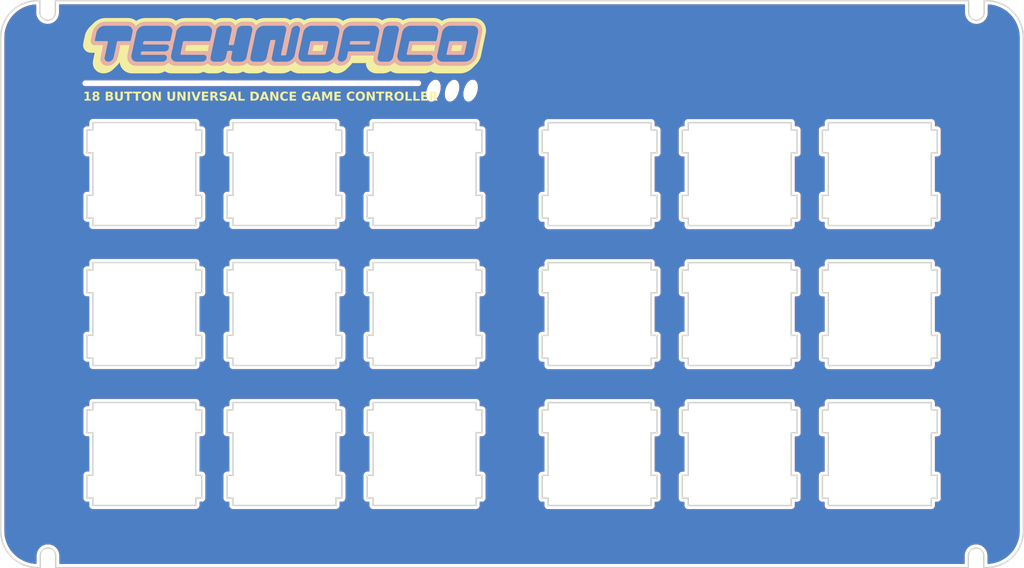
<source format=kicad_pcb>
(kicad_pcb (version 20240108) (generator "pcbnew") (generator_version "8.0")
  (layers (0 "F.Cu" signal) (31 "B.Cu" signal) (34 "B.Paste" user) (35 "F.Paste" user) (36 "B.SilkS" user "B.Silkscreen") (37 "F.SilkS" user "F.Silkscreen") (38 "B.Mask" user) (39 "F.Mask" user) (44 "Edge.Cuts" user))
  (net 0 "")
  (net 1 "GND")
  (gr_poly (pts (xy 130.250454 68.000065) (xy 130.257692 68.000625) (xy 130.264745 68.001545) (xy 130.271608 68.002819) (xy 130.278271 68.004435) (xy 130.284729 68.006386) (xy 130.290975 68.008663) (xy 130.297 68.011255) (xy 130.302799 68.014154) (xy 130.308363 68.017352) (xy 130.313686 68.020838) (xy 130.31876 68.024604) (xy 130.323579 68.02864) (xy 130.328135 68.032939) (xy 130.332421 68.037489) (xy 130.33643 68.042283) (xy 130.340155 68.047311) (xy 130.343589 68.052565) (xy 130.346724 68.058034) (xy 130.349554 68.06371) (xy 130.352071 68.069584) (xy 130.354268 68.075647) (xy 130.356138 68.08189) (xy 130.357674 68.088303) (xy 130.358868 68.094878) (xy 130.359714 68.101605) (xy 130.360205 68.108475) (xy 130.360333 68.11548) (xy 130.360091 68.122609) (xy 130.359472 68.129854) (xy 130.358468 68.137207) (xy 130.357074 68.144657) (xy 130.3194 68.321822) (xy 130.317629 68.329272) (xy 130.315508 68.336625) (xy 130.313048 68.343871) (xy 130.310261 68.351002) (xy 130.307156 68.358007) (xy 130.303746 68.364879) (xy 130.300041 68.371608) (xy 130.296052 68.378184) (xy 130.287267 68.390844) (xy 130.277479 68.402785) (xy 130.266776 68.413936) (xy 130.255246 68.424222) (xy 130.242978 68.433572) (xy 130.230059 68.441911) (xy 130.216578 68.449168) (xy 130.202623 68.455269) (xy 130.195495 68.457863) (xy 130.188282 68.460141) (xy 130.180994 68.462093) (xy 130.173643 68.463711) (xy 130.166239 68.464985) (xy 130.158794 68.465907) (xy 130.151318 68.466466) (xy 130.143823 68.466655) (xy 127.700131 68.466655) (xy 127.692721 68.466466) (xy 127.685487 68.465907) (xy 127.678437 68.464987) (xy 127.671578 68.463713) (xy 127.664916 68.462096) (xy 127.65846 68.460145) (xy 127.652216 68.457869) (xy 127.646192 68.455276) (xy 127.640394 68.452376) (xy 127.63483 68.449179) (xy 127.629507 68.445692) (xy 127.624433 68.441925) (xy 127.619613 68.437888) (xy 127.615056 68.433589) (xy 127.610769 68.429037) (xy 127.606759 68.424242) (xy 127.603033 68.419213) (xy 127.599597 68.413958) (xy 127.596461 68.408487) (xy 127.593629 68.402809) (xy 127.591111 68.396932) (xy 127.588912 68.390867) (xy 127.58704 68.384622) (xy 127.585503 68.378206) (xy 127.584306 68.371629) (xy 127.583459 68.364899) (xy 127.582967 68.358025) (xy 127.582838 68.351017) (xy 127.583079 68.343883) (xy 127.583697 68.336634) (xy 127.584699 68.329277) (xy 127.586093 68.321822) (xy 127.62377 68.144657) (xy 127.625541 68.137212) (xy 127.627662 68.129863) (xy 127.630122 68.122621) (xy 127.63291 68.115495) (xy 127.636014 68.108493) (xy 127.639425 68.101624) (xy 127.64313 68.094899) (xy 127.647119 68.088326) (xy 127.655904 68.075671) (xy 127.665692 68.063734) (xy 127.676395 68.052587) (xy 127.687924 68.042303) (xy 127.700192 68.032956) (xy 127.713111 68.024618) (xy 127.726592 68.017362) (xy 127.740547 68.011262) (xy 127.747675 68.008668) (xy 127.754888 68.006391) (xy 127.762176 68.004439) (xy 127.769527 68.002821) (xy 127.776931 68.001547) (xy 127.784376 68.000625) (xy 127.791852 68.000066) (xy 127.799347 67.999877) (xy 130.243039 67.999877)) (stroke (width -0.000001)) (fill solid) (layer "B.SilkS"))
  (gr_poly (pts (xy 124.548421 68.000065) (xy 124.555659 68.000625) (xy 124.562712 68.001545) (xy 124.569574 68.002819) (xy 124.576238 68.004435) (xy 124.582696 68.006386) (xy 124.588941 68.008663) (xy 124.594966 68.011255) (xy 124.600764 68.014154) (xy 124.606328 68.017352) (xy 124.611651 68.020838) (xy 124.616726 68.024604) (xy 124.621544 68.02864) (xy 124.6261 68.032939) (xy 124.630387 68.037489) (xy 124.634396 68.042283) (xy 124.638121 68.047311) (xy 124.641554 68.052565) (xy 124.64469 68.058034) (xy 124.647519 68.06371) (xy 124.650036 68.069584) (xy 124.652233 68.075647) (xy 124.654103 68.08189) (xy 124.655639 68.088303) (xy 124.656834 68.094878) (xy 124.65768 68.101605) (xy 124.658171 68.108475) (xy 124.658299 68.11548) (xy 124.658057 68.122609) (xy 124.657439 68.129854) (xy 124.656436 68.137207) (xy 124.655042 68.144657) (xy 124.319605 69.722579) (xy 124.317833 69.730029) (xy 124.315713 69.737381) (xy 124.313253 69.744627) (xy 124.310466 69.751756) (xy 124.307363 69.758761) (xy 124.303954 69.765631) (xy 124.30025 69.772358) (xy 124.296263 69.778933) (xy 124.287482 69.791588) (xy 124.277698 69.803526) (xy 124.267 69.814671) (xy 124.255475 69.824953) (xy 124.243212 69.834297) (xy 124.230298 69.842632) (xy 124.216822 69.849884) (xy 124.202871 69.855981) (xy 124.195745 69.858573) (xy 124.188533 69.86085) (xy 124.181247 69.862801) (xy 124.173897 69.864417) (xy 124.166494 69.865691) (xy 124.15905 69.866611) (xy 124.151574 69.867171) (xy 124.14408 69.867359) (xy 121.989102 69.867359) (xy 121.981696 69.867171) (xy 121.974467 69.866612) (xy 121.96742 69.865692) (xy 121.960563 69.86442) (xy 121.953904 69.862804) (xy 121.94745 69.860854) (xy 121.941208 69.858579) (xy 121.935184 69.855989) (xy 121.929387 69.853091) (xy 121.923824 69.849895) (xy 121.918501 69.84641) (xy 121.913426 69.842646) (xy 121.908606 69.838611) (xy 121.904048 69.834315) (xy 121.89976 69.829765) (xy 121.895748 69.824973) (xy 121.892021 69.819946) (xy 121.888584 69.814693) (xy 121.885446 69.809225) (xy 121.882613 69.803549) (xy 121.880092 69.797675) (xy 121.877892 69.791612) (xy 121.876019 69.785369) (xy 121.87448 69.778955) (xy 121.873282 69.772379) (xy 121.872433 69.765651) (xy 121.87194 69.758779) (xy 121.87181 69.751772) (xy 121.87205 69.744639) (xy 121.872668 69.73739) (xy 121.87367 69.730034) (xy 121.875064 69.722579) (xy 121.956766 69.338245) (xy 122.485935 69.338245) (xy 123.872138 69.338245) (xy 124.044168 68.529044) (xy 122.657965 68.529044) (xy 122.485935 69.338245) (xy 121.956766 69.338245) (xy 122.210501 68.144657) (xy 122.212272 68.137212) (xy 122.214394 68.129863) (xy 122.216854 68.122621) (xy 122.219642 68.115495) (xy 122.222746 68.108493) (xy 122.226157 68.101624) (xy 122.229862 68.094899) (xy 122.23385 68.088326) (xy 122.242635 68.075671) (xy 122.252422 68.063734) (xy 122.263124 68.052587) (xy 122.274651 68.042303) (xy 122.286917 68.032956) (xy 122.299832 68.024618) (xy 122.313309 68.017362) (xy 122.327259 68.011262) (xy 122.334384 68.008668) (xy 122.341595 68.006391) (xy 122.348879 68.004439) (xy 122.356227 68.002821) (xy 122.363627 68.001547) (xy 122.371068 68.000625) (xy 122.378539 68.000066) (xy 122.386029 67.999877) (xy 124.541007 67.999877)) (stroke (width -0.000001)) (fill solid) (layer "B.SilkS"))
  (gr_poly (pts (xy 139.029564 65.383341) (xy 139.075025 65.385492) (xy 139.119809 65.389052) (xy 139.1639 65.393998) (xy 139.207282 65.400309) (xy 139.249937 65.407963) (xy 139.291849 65.41694) (xy 139.333 65.427217) (xy 139.373375 65.438772) (xy 139.412957 65.451586) (xy 139.451728 65.465635) (xy 139.489672 65.480898) (xy 139.526773 65.497354) (xy 139.563012 65.514982) (xy 139.598375 65.533759) (xy 139.632843 65.553665) (xy 139.666401 65.574678) (xy 139.699031 65.596775) (xy 139.730717 65.619937) (xy 139.761442 65.64414) (xy 139.791189 65.669364) (xy 139.819941 65.695588) (xy 139.847683 65.722789) (xy 139.874396 65.750946) (xy 139.900064 65.780038) (xy 139.92467 65.810042) (xy 139.948199 65.840939) (xy 139.970632 65.872705) (xy 139.991953 65.90532) (xy 140.012146 65.938762) (xy 140.031193 65.973009) (xy 140.049078 66.008041) (xy 140.115455 65.938771) (xy 140.185045 65.87272) (xy 140.25764 65.810062) (xy 140.333033 65.750968) (xy 140.411016 65.695611) (xy 140.491383 65.644163) (xy 140.573925 65.596797) (xy 140.658435 65.553685) (xy 140.744705 65.514999) (xy 140.832529 65.480912) (xy 140.921698 65.451596) (xy 141.012005 65.427224) (xy 141.103242 65.407968) (xy 141.195203 65.394) (xy 141.287679 65.385493) (xy 141.380463 65.382619) (xy 144.402319 65.382619) (xy 144.477098 65.384526) (xy 144.550104 65.390188) (xy 144.621265 65.39951) (xy 144.690509 65.4124) (xy 144.757762 65.428767) (xy 144.822951 65.448516) (xy 144.886004 65.471555) (xy 144.946847 65.497792) (xy 145.005407 65.527135) (xy 145.061611 65.559489) (xy 145.115387 65.594763) (xy 145.166662 65.632865) (xy 145.215361 65.6737) (xy 145.261413 65.717178) (xy 145.304745 65.763204) (xy 145.345283 65.811687) (xy 145.382954 65.862533) (xy 145.417686 65.915651) (xy 145.449406 65.970947) (xy 145.47804 66.028329) (xy 145.503516 66.087704) (xy 145.52576 66.148979) (xy 145.5447 66.212062) (xy 145.560262 66.27686) (xy 145.572374 66.343281) (xy 145.580963 66.411231) (xy 145.585955 66.480619) (xy 145.587279 66.551351) (xy 145.58486 66.623335) (xy 145.578625 66.696478) (xy 145.568503 66.770688) (xy 145.554419 66.845871) (xy 144.912116 69.867625) (xy 144.894232 69.942793) (xy 144.872802 70.016988) (xy 144.847939 70.090116) (xy 144.819754 70.162085) (xy 144.78836 70.232802) (xy 144.753869 70.302175) (xy 144.716394 70.370112) (xy 144.676047 70.436518) (xy 144.587187 70.564372) (xy 144.488186 70.684996) (xy 144.379944 70.797649) (xy 144.263359 70.90159) (xy 144.13933 70.996077) (xy 144.008756 71.080371) (xy 143.872536 71.15373) (xy 143.731568 71.215412) (xy 143.659584 71.241643) (xy 143.58675 71.264677) (xy 143.513179 71.284422) (xy 143.438982 71.300784) (xy 143.364273 71.313671) (xy 143.289163 71.322991) (xy 143.213764 71.328651) (xy 143.13819 71.330559) (xy 140.116119 71.330559) (xy 140.036901 71.328415) (xy 139.95968 71.322059) (xy 139.884544 71.3116) (xy 139.811579 71.297148) (xy 139.740873 71.278815) (xy 139.672512 71.25671) (xy 139.606582 71.230944) (xy 139.54317 71.201627) (xy 139.482364 71.16887) (xy 139.424249 71.132783) (xy 139.368913 71.093476) (xy 139.316443 71.05106) (xy 139.266924 71.005645) (xy 139.220444 70.957341) (xy 139.17709 70.906259) (xy 139.136948 70.85251) (xy 139.091316 70.90503) (xy 139.043057 70.955199) (xy 138.992339 71.002874) (xy 138.93933 71.047912) (xy 138.884201 71.09017) (xy 138.827119 71.129504) (xy 138.768254 71.165771) (xy 138.707775 71.198829) (xy 138.64585 71.228534) (xy 138.582648 71.254743) (xy 138.518339 71.277312) (xy 138.453091 71.296099) (xy 138.387073 71.31096) (xy 138.320455 71.321753) (xy 138.253404 71.328333) (xy 138.18609 71.330559) (xy 134.697559 71.330559) (xy 134.655805 71.329968) (xy 134.614589 71.328205) (xy 134.573924 71.325286) (xy 134.533823 71.321228) (xy 134.494298 71.316046) (xy 134.45536 71.309757) (xy 134.417023 71.302375) (xy 134.379299 71.293917) (xy 134.3422 71.284399) (xy 134.305739 71.273837) (xy 134.269927 71.262247) (xy 134.234778 71.249645) (xy 134.200304 71.236046) (xy 134.166517 71.221466) (xy 134.13343 71.205923) (xy 134.101054 71.18943) (xy 134.069403 71.172005) (xy 134.038489 71.153663) (xy 134.008323 71.13442) (xy 133.978919 71.114293) (xy 133.950289 71.093297) (xy 133.922445 71.071447) (xy 133.8954 71.048761) (xy 133.869165 71.025253) (xy 133.843754 71.00094) (xy 133.819179 70.975838) (xy 133.795452 70.949962) (xy 133.772586 70.923329) (xy 133.750592 70.895955) (xy 133.729483 70.867854) (xy 133.709273 70.839045) (xy 133.689972 70.809541) (xy 133.637888 70.866982) (xy 133.58302 70.92181) (xy 133.525547 70.973873) (xy 133.465648 71.02302) (xy 133.403503 71.069102) (xy 133.339292 71.111968) (xy 133.273193 71.151466) (xy 133.205388 71.187446) (xy 133.136054 71.219757) (xy 133.065371 71.248249) (xy 132.99352 71.272772) (xy 132.92068 71.293173) (xy 132.847029 71.309303) (xy 132.772748 71.321011) (xy 132.698016 71.328147) (xy 132.623013 71.330559) (xy 131.757507 71.330559) (xy 131.699223 71.329072) (xy 131.64232 71.32466) (xy 131.586856 71.317394) (xy 131.532886 71.307348) (xy 131.480469 71.294593) (xy 131.42966 71.279201) (xy 131.380517 71.261245) (xy 131.333096 71.240796) (xy 131.287454 71.217928) (xy 131.243648 71.192712) (xy 131.201735 71.165221) (xy 131.161772 71.135526) (xy 131.123816 71.1037) (xy 131.087922 71.069815) (xy 131.054149 71.033944) (xy 131.022553 70.996158) (xy 130.993191 70.95653) (xy 130.966119 70.915133) (xy 130.941395 70.872037) (xy 130.919075 70.827316) (xy 130.899216 70.781041) (xy 130.881875 70.733285) (xy 130.867109 70.68412) (xy 130.854975 70.633619) (xy 130.845529 70.581853) (xy 130.838828 70.528895) (xy 130.83493 70.474817) (xy 130.83389 70.419691) (xy 130.835766 70.363589) (xy 130.840041 70.31333) (xy 131.374934 70.31333) (xy 131.375477 70.342902) (xy 131.377551 70.371906) (xy 131.381127 70.400306) (xy 131.386174 70.428063) (xy 131.392662 70.455139) (xy 131.40056 70.481494) (xy 131.409839 70.507091) (xy 131.420468 70.531891) (xy 131.432418 70.555856) (xy 131.445657 70.578947) (xy 131.460155 70.601126) (xy 131.475884 70.622354) (xy 131.492811 70.642594) (xy 131.510907 70.661806) (xy 131.530142 70.679953) (xy 131.550485 70.696995) (xy 131.571907 70.712895) (xy 131.594377 70.727613) (xy 131.617864 70.741112) (xy 131.64234 70.753354) (xy 131.667772 70.764299) (xy 131.694132 70.773909) (xy 131.721389 70.782147) (xy 131.749512 70.788972) (xy 131.778472 70.794348) (xy 131.808238 70.798235) (xy 131.83878 70.800596) (xy 131.870068 70.801391) (xy 132.735574 70.801391) (xy 132.767201 70.800596) (xy 132.798747 70.798235) (xy 132.830166 70.794348) (xy 132.861412 70.788972) (xy 132.892438 70.782147) (xy 132.923198 70.773909) (xy 132.953644 70.764299) (xy 132.983731 70.753354) (xy 133.013411 70.741112) (xy 133.042639 70.727613) (xy 133.071367 70.712895) (xy 133.099549 70.696995) (xy 133.127138 70.679953) (xy 133.154087 70.661806) (xy 133.180351 70.642594) (xy 133.205882 70.622354) (xy 133.230634 70.601126) (xy 133.254561 70.578947) (xy 133.277615 70.555856) (xy 133.299749 70.531891) (xy 133.320919 70.507091) (xy 133.341076 70.481494) (xy 133.360174 70.455139) (xy 133.378167 70.428063) (xy 133.395008 70.400306) (xy 133.410651 70.371906) (xy 133.425048 70.342902) (xy 133.438153 70.31333) (xy 133.44992 70.283231) (xy 133.460302 70.252643) (xy 133.469252 70.221603) (xy 133.476724 70.190151) (xy 133.505315 70.055644) (xy 134.053524 70.055644) (xy 134.054347 70.100831) (xy 134.057511 70.145152) (xy 134.06297 70.188549) (xy 134.070678 70.230963) (xy 134.080588 70.272335) (xy 134.092655 70.312606) (xy 134.106832 70.351718) (xy 134.123073 70.389613) (xy 134.141332 70.426231) (xy 134.161562 70.461514) (xy 134.183718 70.495402) (xy 134.207752 70.527839) (xy 134.23362 70.558764) (xy 134.261273 70.588119) (xy 134.290667 70.615846) (xy 134.321755 70.641885) (xy 134.354491 70.666178) (xy 134.388829 70.688667) (xy 134.424721 70.709293) (xy 134.462123 70.727996) (xy 134.500988 70.744719) (xy 134.541269 70.759402) (xy 134.582921 70.771988) (xy 134.625897 70.782417) (xy 134.670151 70.79063) (xy 134.715636 70.79657) (xy 134.762307 70.800176) (xy 134.810117 70.801391) (xy 138.298648 70.801391) (xy 138.322814 70.800784) (xy 138.346918 70.798982) (xy 138.370924 70.796013) (xy 138.394798 70.791909) (xy 138.418504 70.786696) (xy 138.442006 70.780406) (xy 138.465268 70.773068) (xy 138.488256 70.764709) (xy 138.510933 70.755361) (xy 138.533263 70.745052) (xy 138.555212 70.733811) (xy 138.576744 70.721669) (xy 138.597822 70.708653) (xy 138.618412 70.694794) (xy 138.638479 70.68012) (xy 138.657985 70.664661) (xy 138.676897 70.648447) (xy 138.695178 70.631506) (xy 138.712792 70.613867) (xy 138.729705 70.595561) (xy 138.74588 70.576617) (xy 138.761282 70.557063) (xy 138.775876 70.536929) (xy 138.789625 70.516244) (xy 138.802495 70.495038) (xy 138.814449 70.473339) (xy 138.825453 70.451178) (xy 138.83547 70.428583) (xy 138.844465 70.405584) (xy 138.852403 70.38221) (xy 138.859247 70.35849) (xy 138.864963 70.334454) (xy 138.869463 70.310418) (xy 138.872701 70.286697) (xy 138.874699 70.263322) (xy 138.875481 70.240321) (xy 138.875069 70.217723) (xy 138.873487 70.195559) (xy 138.870757 70.173857) (xy 138.866903 70.152647) (xy 138.861949 70.131958) (xy 138.855916 70.11182) (xy 138.848828 70.092261) (xy 138.840708 70.073311) (xy 138.831987 70.055815) (xy 139.472314 70.055815) (xy 139.473138 70.100993) (xy 139.476302 70.145304) (xy 139.48176 70.188692) (xy 139.489466 70.231096) (xy 139.499375 70.272458) (xy 139.511439 70.312721) (xy 139.525612 70.351824) (xy 139.541849 70.38971) (xy 139.560102 70.426319) (xy 139.580327 70.461594) (xy 139.602476 70.495475) (xy 139.626503 70.527904) (xy 139.652363 70.558821) (xy 139.680008 70.58817) (xy 139.709393 70.61589) (xy 139.740472 70.641923) (xy 139.773197 70.66621) (xy 139.807524 70.688693) (xy 139.843406 70.709314) (xy 139.880796 70.728013) (xy 139.919649 70.744732) (xy 139.959917 70.759411) (xy 140.001556 70.771994) (xy 140.044518 70.78242) (xy 140.088758 70.790631) (xy 140.134229 70.796569) (xy 140.180885 70.800175) (xy 140.22868 70.80139) (xy 143.250751 70.80139) (xy 143.299062 70.800175) (xy 143.34725 70.796569) (xy 143.395245 70.790631) (xy 143.442974 70.78242) (xy 143.490367 70.771994) (xy 143.537353 70.759411) (xy 143.58386 70.744732) (xy 143.629818 70.728013) (xy 143.675155 70.709314) (xy 143.7198 70.688693) (xy 143.763682 70.66621) (xy 143.80673 70.641923) (xy 143.848873 70.61589) (xy 143.890039 70.58817) (xy 143.930158 70.558821) (xy 143.969159 70.527904) (xy 144.00697 70.495475) (xy 144.04352 70.461594) (xy 144.078738 70.426319) (xy 144.112553 70.38971) (xy 144.144894 70.351824) (xy 144.175689 70.312721) (xy 144.204869 70.272458) (xy 144.23236 70.231096) (xy 144.258093 70.188692) (xy 144.281997 70.145304) (xy 144.303999 70.100993) (xy 144.324029 70.055815) (xy 144.342016 70.009831) (xy 144.357889 69.963099) (xy 144.371577 69.915676) (xy 144.383008 69.867623) (xy 145.025311 66.84587) (xy 145.034316 66.797802) (xy 145.040795 66.750365) (xy 145.044794 66.703617) (xy 145.046359 66.657618) (xy 145.045536 66.612427) (xy 145.042372 66.568101) (xy 145.036913 66.524699) (xy 145.029205 66.482281) (xy 145.019295 66.440905) (xy 145.007228 66.40063) (xy 144.993051 66.361514) (xy 144.976809 66.323616) (xy 144.958551 66.286994) (xy 144.93832 66.251708) (xy 144.916165 66.217817) (xy 144.89213 66.185378) (xy 144.866263 66.15445) (xy 144.838609 66.125093) (xy 144.809215 66.097365) (xy 144.778127 66.071324) (xy 144.745391 66.04703) (xy 144.711054 66.024541) (xy 144.675161 66.003915) (xy 144.637759 65.985212) (xy 144.598894 65.96849) (xy 144.558613 65.953808) (xy 144.516961 65.941224) (xy 144.473985 65.930798) (xy 144.429731 65.922587) (xy 144.384246 65.916651) (xy 144.337575 65.913048) (xy 144.289764 65.911838) (xy 141.267963 65.911838) (xy 141.219656 65.913053) (xy 141.171471 65.916658) (xy 141.12348 65.922595) (xy 141.075753 65.930806) (xy 141.028363 65.941231) (xy 140.981379 65.953811) (xy 140.934873 65.96849) (xy 140.888916 65.985207) (xy 140.84358 66.003904) (xy 140.798935 66.024522) (xy 140.755053 66.047003) (xy 140.712005 66.071288) (xy 140.669862 66.097319) (xy 140.628694 66.125037) (xy 140.588574 66.154382) (xy 140.549573 66.185298) (xy 140.511761 66.217724) (xy 140.475209 66.251603) (xy 140.43999 66.286875) (xy 140.406173 66.323482) (xy 140.373831 66.361365) (xy 140.343034 66.400467) (xy 140.313853 66.440727) (xy 140.28636 66.482088) (xy 140.260626 66.52449) (xy 140.236721 66.567876) (xy 140.214718 66.612186) (xy 140.194686 66.657362) (xy 140.176698 66.703345) (xy 140.160825 66.750077) (xy 140.147137 66.797499) (xy 140.135706 66.845552) (xy 140.135706 66.845594) (xy 140.135705 66.84564) (xy 140.135703 66.845688) (xy 140.135699 66.845738) (xy 140.135696 66.845762) (xy 140.135693 66.845787) (xy 140.135689 66.845811) (xy 140.135684 66.845835) (xy 140.135678 66.845859) (xy 140.135671 66.845881) (xy 140.135663 66.845903) (xy 140.135654 66.845923) (xy 139.921127 67.855097) (xy 139.921079 67.855308) (xy 139.49335 69.867623) (xy 139.484349 69.915676) (xy 139.477874 69.963099) (xy 139.473877 70.009831) (xy 139.472314 70.055815) (xy 138.831987 70.055815) (xy 138.83158 70.054999) (xy 138.821466 70.037356) (xy 138.810389 70.020409) (xy 138.798373 70.004188) (xy 138.785441 69.988723) (xy 138.771615 69.974043) (xy 138.756919 69.960177) (xy 138.741376 69.947155) (xy 138.725009 69.935005) (xy 138.707841 69.923758) (xy 138.689896 69.913443) (xy 138.671195 69.904088) (xy 138.651763 69.895723) (xy 138.631622 69.888378) (xy 138.610795 69.882082) (xy 138.589307 69.876864) (xy 138.567179 69.872753) (xy 138.544434 69.869779) (xy 138.521097 69.867971) (xy 138.497189 69.867359) (xy 135.442044 69.867359) (xy 135.434634 69.867171) (xy 135.427399 69.866612) (xy 135.420348 69.865692) (xy 135.413487 69.86442) (xy 135.406823 69.862804) (xy 135.400365 69.860854) (xy 135.394118 69.858579) (xy 135.38809 69.855989) (xy 135.382288 69.853091) (xy 135.37672 69.849895) (xy 135.371393 69.84641) (xy 135.366314 69.842646) (xy 135.36149 69.838611) (xy 135.356929 69.834315) (xy 135.352637 69.829765) (xy 135.348621 69.824973) (xy 135.34489 69.819946) (xy 135.34145 69.814693) (xy 135.338309 69.809225) (xy 135.335473 69.803549) (xy 135.33295 69.797675) (xy 135.330747 69.791612) (xy 135.328871 69.785369) (xy 135.32733 69.778955) (xy 135.32613 69.772379) (xy 135.325279 69.765651) (xy 135.324785 69.758779) (xy 135.324653 69.751772) (xy 135.324893 69.744639) (xy 135.32551 69.73739) (xy 135.326511 69.730034) (xy 135.327905 69.722579) (xy 135.409608 69.338245) (xy 135.938779 69.338245) (xy 138.609696 69.338245) (xy 138.641103 69.338741) (xy 138.672059 69.340216) (xy 138.702552 69.342657) (xy 138.732571 69.346046) (xy 138.762105 69.35037) (xy 138.791144 69.355611) (xy 138.819677 69.361754) (xy 138.847693 69.368785) (xy 138.875182 69.376687) (xy 138.902132 69.385444) (xy 138.928532 69.395042) (xy 138.954373 69.405464) (xy 138.979643 69.416694) (xy 139.004331 69.428719) (xy 139.028427 69.441521) (xy 139.05192 69.455085) (xy 139.252155 68.512957) (xy 139.233786 68.516611) (xy 139.215355 68.519824) (xy 139.196872 68.522581) (xy 139.178343 68.52487) (xy 139.159777 68.526675) (xy 139.141181 68.527981) (xy 139.122564 68.528776) (xy 139.103934 68.529044) (xy 136.110809 68.529044) (xy 135.938779 69.338245) (xy 135.409608 69.338245) (xy 135.663342 68.144657) (xy 135.665114 68.137211) (xy 135.667235 68.129863) (xy 135.669695 68.122621) (xy 135.672484 68.115495) (xy 135.67559 68.108493) (xy 135.679001 68.101624) (xy 135.682708 68.094899) (xy 135.686699 68.088326) (xy 135.695488 68.075671) (xy 135.70528 68.063734) (xy 135.715988 68.052587) (xy 135.727522 68.042303) (xy 135.739795 68.032956) (xy 135.752719 68.024618) (xy 135.766204 68.017362) (xy 135.780163 68.011262) (xy 135.787293 68.008668) (xy 135.794508 68.006391) (xy 135.801797 68.004438) (xy 135.809149 68.002821) (xy 135.816554 68.001547) (xy 135.824 68.000625) (xy 135.831476 68.000066) (xy 135.838971 67.999877) (xy 139.216379 67.999877) (xy 139.22386 67.999689) (xy 139.231323 67.999131) (xy 139.238757 67.998211) (xy 139.246151 67.99694) (xy 139.253493 67.995326) (xy 139.260774 67.993378) (xy 139.267981 67.991104) (xy 139.275104 67.988516) (xy 139.282131 67.98562) (xy 139.289051 67.982427) (xy 139.295854 67.978945) (xy 139.302529 67.975184) (xy 139.309063 67.971152) (xy 139.315446 67.966858) (xy 139.321668 67.962313) (xy 139.327716 67.957524) (xy 139.33358 67.952501) (xy 139.339249 67.947252) (xy 139.344712 67.941788) (xy 139.349957 67.936116) (xy 139.354973 67.930246) (xy 139.35975 67.924188) (xy 139.364277 67.917949) (xy 139.368541 67.91154) (xy 139.372533 67.904969) (xy 139.376241 67.898245) (xy 139.379653 67.891378) (xy 139.38276 67.884376) (xy 139.385549 67.877248) (xy 139.388011 67.870004) (xy 139.390132 67.862653) (xy 139.391904 67.855203) (xy 139.606537 66.845606) (xy 139.615523 66.797548) (xy 139.621984 66.750121) (xy 139.625967 66.703384) (xy 139.627517 66.657396) (xy 139.626682 66.612215) (xy 139.623506 66.5679) (xy 139.618036 66.524509) (xy 139.610319 66.482102) (xy 139.600401 66.440737) (xy 139.588327 66.400472) (xy 139.574145 66.361366) (xy 139.5579 66.323479) (xy 139.539638 66.286867) (xy 139.519406 66.251591) (xy 139.497251 66.217709) (xy 139.473217 66.185279) (xy 139.447351 66.15436) (xy 139.4197 66.12501) (xy 139.39031 66.09729) (xy 139.359227 66.071256) (xy 139.326497 66.046968) (xy 139.292166 66.024484) (xy 139.256281 66.003863) (xy 139.218888 65.985164) (xy 139.180033 65.968445) (xy 139.139762 65.953765) (xy 139.098122 65.941182) (xy 139.055158 65.930756) (xy 139.010917 65.922544) (xy 138.965445 65.916606) (xy 138.918788 65.913) (xy 138.870993 65.911786) (xy 135.849188 65.911786) (xy 135.800886 65.913) (xy 135.752708 65.916604) (xy 135.704723 65.922539) (xy 135.657003 65.930746) (xy 135.609619 65.941167) (xy 135.562642 65.953744) (xy 135.516143 65.968416) (xy 135.470194 65.985127) (xy 135.424865 66.003817) (xy 135.380228 66.024428) (xy 135.336353 66.046901) (xy 135.293312 66.071178) (xy 135.251175 66.097199) (xy 135.210014 66.124907) (xy 135.1699 66.154242) (xy 135.130903 66.185146) (xy 135.093096 66.217561) (xy 135.056548 66.251428) (xy 135.021332 66.286688) (xy 134.987518 66.323282) (xy 134.955177 66.361153) (xy 134.92438 66.400241) (xy 134.895199 66.440488) (xy 134.867704 66.481834) (xy 134.841966 66.524223) (xy 134.818057 66.567594) (xy 134.796048 66.61189) (xy 134.776009 66.657052) (xy 134.758012 66.70302) (xy 134.742128 66.749737) (xy 134.728428 66.797144) (xy 134.716983 66.845183) (xy 134.368631 68.483906) (xy 134.074573 69.867412) (xy 134.065567 69.915475) (xy 134.059088 69.962907) (xy 134.055089 70.00965) (xy 134.053524 70.055644) (xy 133.505315 70.055644) (xy 133.839414 68.483853) (xy 134.187659 66.845553) (xy 134.18767 66.845494) (xy 134.187682 66.845436) (xy 134.187708 66.845324) (xy 134.187737 66.845215) (xy 134.187767 66.84511) (xy 134.187825 66.844906) (xy 134.187851 66.844806) (xy 134.187862 66.844756) (xy 134.187872 66.844707) (xy 134.256238 66.523026) (xy 134.262124 66.491569) (xy 134.266357 66.460525) (xy 134.268969 66.429932) (xy 134.269988 66.399829) (xy 134.269445 66.370254) (xy 134.267371 66.341246) (xy 134.263795 66.312843) (xy 134.258749 66.285083) (xy 134.252261 66.258005) (xy 134.244363 66.231647) (xy 134.235084 66.206048) (xy 134.224455 66.181246) (xy 134.212505 66.157279) (xy 134.199267 66.134186) (xy 134.184768 66.112006) (xy 134.16904 66.090776) (xy 134.152113 66.070535) (xy 134.134017 66.051322) (xy 134.114782 66.033175) (xy 134.094439 66.016132) (xy 134.073017 66.000231) (xy 134.050548 65.985512) (xy 134.02706 65.972013) (xy 134.002585 65.959771) (xy 133.977153 65.948826) (xy 133.950793 65.939215) (xy 133.923536 65.930978) (xy 133.895413 65.924152) (xy 133.866453 65.918776) (xy 133.836687 65.914889) (xy 133.806145 65.912528) (xy 133.774857 65.911733) (xy 132.909351 65.911733) (xy 132.877725 65.912528) (xy 132.846178 65.914889) (xy 132.814759 65.918776) (xy 132.783513 65.924152) (xy 132.752486 65.930978) (xy 132.721727 65.939215) (xy 132.69128 65.948826) (xy 132.661192 65.959771) (xy 132.631512 65.972013) (xy 132.602283 65.985512) (xy 132.573555 66.000231) (xy 132.545372 66.016132) (xy 132.517782 66.033175) (xy 132.490831 66.051322) (xy 132.464566 66.070535) (xy 132.439034 66.090776) (xy 132.41428 66.112006) (xy 132.390352 66.134186) (xy 132.367296 66.157279) (xy 132.345159 66.181246) (xy 132.323988 66.206048) (xy 132.303829 66.231647) (xy 132.284728 66.258005) (xy 132.266732 66.285083) (xy 132.249888 66.312843) (xy 132.234243 66.341246) (xy 132.219842 66.370254) (xy 132.206733 66.399829) (xy 132.194963 66.429932) (xy 132.184577 66.460525) (xy 132.175622 66.491569) (xy 132.168146 66.523026) (xy 131.388684 70.190151) (xy 131.382798 70.221603) (xy 131.378565 70.252643) (xy 131.375954 70.283231) (xy 131.374934 70.31333) (xy 130.840041 70.31333) (xy 130.840615 70.306584) (xy 130.848493 70.248747) (xy 130.859457 70.190152) (xy 130.918408 69.912868) (xy 130.899602 69.91668) (xy 130.880732 69.920046) (xy 130.861806 69.922947) (xy 130.842829 69.925363) (xy 130.823807 69.927276) (xy 130.804747 69.928667) (xy 130.785655 69.929515) (xy 130.766538 69.929802) (xy 127.773413 69.929802) (xy 127.71806 70.190152) (xy 127.704118 70.248747) (xy 127.687411 70.306584) (xy 127.668028 70.363589) (xy 127.646056 70.419691) (xy 127.621583 70.474817) (xy 127.594695 70.528895) (xy 127.565482 70.581853) (xy 127.53403 70.633619) (xy 127.464759 70.733285) (xy 127.387584 70.827316) (xy 127.303205 70.915133) (xy 127.212323 70.996158) (xy 127.115637 71.069815) (xy 127.013849 71.135526) (xy 126.907659 71.192712) (xy 126.797767 71.240796) (xy 126.741652 71.261245) (xy 126.684874 71.279201) (xy 126.62752 71.294593) (xy 126.569679 71.307348) (xy 126.511438 71.317394) (xy 126.452885 71.32466) (xy 126.394106 71.329072) (xy 126.33519 71.330559) (xy 126.298074 71.329958) (xy 126.261506 71.32817) (xy 126.225501 71.325211) (xy 126.190073 71.321102) (xy 126.155236 71.315859) (xy 126.121006 71.309503) (xy 126.087396 71.30205) (xy 126.054421 71.29352) (xy 126.022095 71.283932) (xy 125.990433 71.273302) (xy 125.959449 71.261651) (xy 125.929158 71.248997) (xy 125.899573 71.235358) (xy 125.87071 71.220752) (xy 125.842582 71.205198) (xy 125.815205 71.188715) (xy 125.788592 71.171321) (xy 125.762759 71.153035) (xy 125.737718 71.133874) (xy 125.713486 71.113858) (xy 125.690076 71.093006) (xy 125.667502 71.071334) (xy 125.64578 71.048863) (xy 125.624923 71.025609) (xy 125.604946 71.001593) (xy 125.585864 70.976833) (xy 125.56769 70.951346) (xy 125.55044 70.925152) (xy 125.534127 70.898268) (xy 125.518766 70.870714) (xy 125.504371 70.842508) (xy 125.490958 70.813668) (xy 125.426786 70.871534) (xy 125.360261 70.92658) (xy 125.291533 70.97868) (xy 125.220753 71.027708) (xy 125.148075 71.073538) (xy 125.073647 71.116044) (xy 124.997623 71.1551) (xy 124.920154 71.190581) (xy 124.841389 71.222359) (xy 124.761483 71.250308) (xy 124.680584 71.274304) (xy 124.598846 71.29422) (xy 124.516419 71.309929) (xy 124.433454 71.321306) (xy 124.350104 71.328224) (xy 124.266519 71.330559) (xy 121.244449 71.330559) (xy 121.198339 71.329837) (xy 121.152888 71.327686) (xy 121.108114 71.324127) (xy 121.064033 71.319182) (xy 121.020661 71.312872) (xy 120.978016 71.30522) (xy 120.936114 71.296245) (xy 120.894971 71.28597) (xy 120.854606 71.274417) (xy 120.815033 71.261607) (xy 120.776271 71.247561) (xy 120.738336 71.232301) (xy 120.701244 71.215849) (xy 120.665012 71.198225) (xy 120.629657 71.179453) (xy 120.595197 71.159552) (xy 120.561646 71.138544) (xy 120.529023 71.116452) (xy 120.497344 71.093296) (xy 120.466625 71.069099) (xy 120.436884 71.043881) (xy 120.408137 71.017664) (xy 120.380401 70.99047) (xy 120.353693 70.962321) (xy 120.328029 70.933236) (xy 120.303426 70.90324) (xy 120.279901 70.872351) (xy 120.25747 70.840594) (xy 120.236151 70.807988) (xy 120.21596 70.774555) (xy 120.196913 70.740317) (xy 120.179028 70.705295) (xy 120.112652 70.774546) (xy 120.043065 70.840579) (xy 119.970472 70.90322) (xy 119.895083 70.962299) (xy 119.817104 71.017641) (xy 119.736743 71.069076) (xy 119.654208 71.116431) (xy 119.569705 71.159532) (xy 119.483442 71.198209) (xy 119.395626 71.232288) (xy 119.306466 71.261597) (xy 119.216168 71.285963) (xy 119.124939 71.305215) (xy 119.032988 71.31918) (xy 118.940522 71.327685) (xy 118.847748 71.330559) (xy 117.355765 71.330559) (xy 117.31843 71.32995) (xy 117.281653 71.328139) (xy 117.245449 71.325142) (xy 117.209832 71.32098) (xy 117.174816 71.315671) (xy 117.140416 71.309233) (xy 117.106647 71.301687) (xy 117.073522 71.293051) (xy 117.041057 71.283343) (xy 117.009266 71.272583) (xy 116.978162 71.260789) (xy 116.947762 71.247981) (xy 116.918079 71.234178) (xy 116.889127 71.219398) (xy 116.860922 71.203659) (xy 116.833477 71.186983) (xy 116.806808 71.169386) (xy 116.780928 71.150888) (xy 116.755853 71.131508) (xy 116.731595 71.111265) (xy 116.708171 71.090177) (xy 116.685595 71.068264) (xy 116.66388 71.045545) (xy 116.643042 71.022038) (xy 116.623095 70.997763) (xy 116.604053 70.972737) (xy 116.585932 70.946981) (xy 116.568744 70.920513) (xy 116.552506 70.893352) (xy 116.537231 70.865517) (xy 116.522933 70.837027) (xy 116.509628 70.807901) (xy 116.507883 70.806842) (xy 116.455769 70.8646) (xy 116.400831 70.919725) (xy 116.343253 70.972066) (xy 116.283217 71.021471) (xy 116.220907 71.06779) (xy 116.156504 71.110873) (xy 116.090192 71.150567) (xy 116.022153 71.186724) (xy 115.952572 71.219191) (xy 115.881629 71.247819) (xy 115.809509 71.272456) (xy 115.736394 71.292952) (xy 115.662467 71.309155) (xy 115.58791 71.320916) (xy 115.512908 71.328083) (xy 115.437642 71.330505) (xy 114.448737 71.330505) (xy 114.415975 71.330038) (xy 114.383639 71.328646) (xy 114.351737 71.32634) (xy 114.320279 71.323135) (xy 114.289277 71.319041) (xy 114.258738 71.314074) (xy 114.228674 71.308243) (xy 114.199094 71.301564) (xy 114.170008 71.294048) (xy 114.141426 71.285707) (xy 114.113358 71.276556) (xy 114.085813 71.266605) (xy 114.058803 71.255868) (xy 114.032335 71.244359) (xy 114.006422 71.232088) (xy 113.981072 71.219069) (xy 113.956295 71.205316) (xy 113.932101 71.190839) (xy 113.908501 71.175653) (xy 113.885503 71.159769) (xy 113.863118 71.143201) (xy 113.841357 71.125961) (xy 113.820227 71.108061) (xy 113.799741 71.089515) (xy 113.779907 71.070336) (xy 113.760735 71.050535) (xy 113.742236 71.030126) (xy 113.724419 71.009121) (xy 113.707294 70.987532) (xy 113.690871 70.965374) (xy 113.675161 70.942657) (xy 113.660172 70.919396) (xy 113.60993 70.965374) (xy 113.557792 71.009121) (xy 113.503879 71.050535) (xy 113.448313 71.089515) (xy 113.391216 71.125961) (xy 113.33271 71.159769) (xy 113.272918 71.190839) (xy 113.211961 71.219069) (xy 113.149962 71.244359) (xy 113.087043 71.266605) (xy 113.023325 71.285707) (xy 112.958931 71.301564) (xy 112.893984 71.314074) (xy 112.828604 71.323135) (xy 112.762914 71.328646) (xy 112.697037 71.330505) (xy 111.831479 71.330505) (xy 111.793526 71.329878) (xy 111.756145 71.32801) (xy 111.719353 71.324921) (xy 111.683163 71.32063) (xy 111.647593 71.315157) (xy 111.612657 71.308521) (xy 111.578371 71.300744) (xy 111.544751 71.291843) (xy 111.511811 71.281839) (xy 111.479568 71.270752) (xy 111.448037 71.258601) (xy 111.417233 71.245405) (xy 111.387173 71.231186) (xy 111.357871 71.215961) (xy 111.329343 71.199752) (xy 111.301604 71.182577) (xy 111.274671 71.164456) (xy 111.248558 71.14541) (xy 111.223282 71.125457) (xy 111.198856 71.104617) (xy 111.175299 71.082911) (xy 111.152623 71.060357) (xy 111.130846 71.036976) (xy 111.109983 71.012787) (xy 111.090048 70.98781) (xy 111.071058 70.962064) (xy 111.053029 70.93557) (xy 111.035975 70.908346) (xy 111.019913 70.880413) (xy 111.004857 70.85179) (xy 110.990823 70.822497) (xy 110.977828 70.792554) (xy 110.925618 70.85179) (xy 110.870459 70.908346) (xy 110.812542 70.962064) (xy 110.752057 71.012787) (xy 110.689196 71.060357) (xy 110.624149 71.104617) (xy 110.557107 71.14541) (xy 110.488262 71.182577) (xy 110.417804 71.215961) (xy 110.345923 71.245405) (xy 110.272812 71.270752) (xy 110.19866 71.291843) (xy 110.123659 71.308521) (xy 110.048 71.32063) (xy 109.971873 71.32801) (xy 109.89547 71.330505) (xy 109.029965 71.330505) (xy 108.968787 71.328864) (xy 108.90914 71.323997) (xy 108.851089 71.315987) (xy 108.794699 71.30492) (xy 108.740036 71.290878) (xy 108.687166 71.273947) (xy 108.636152 71.254209) (xy 108.58706 71.231749) (xy 108.539956 71.206652) (xy 108.494905 71.179) (xy 108.451971 71.148879) (xy 108.41122 71.116371) (xy 108.372718 71.081562) (xy 108.336529 71.044535) (xy 108.302718 71.005374) (xy 108.271352 70.964163) (xy 108.22727 71.005095) (xy 108.181478 71.044049) (xy 108.134085 71.080933) (xy 108.085202 71.115657) (xy 108.034939 71.148128) (xy 107.983406 71.178256) (xy 107.930714 71.205948) (xy 107.876971 71.231114) (xy 107.82229 71.253662) (xy 107.766779 71.2735) (xy 107.710548 71.290537) (xy 107.653709 71.304682) (xy 107.596371 71.315842) (xy 107.538644 71.323927) (xy 107.480638 71.328846) (xy 107.422464 71.330505) (xy 103.933932 71.330505) (xy 103.856149 71.328437) (xy 103.780296 71.322304) (xy 103.706453 71.312209) (xy 103.634702 71.298259) (xy 103.565123 71.280558) (xy 103.497799 71.259213) (xy 103.43281 71.234327) (xy 103.370238 71.206005) (xy 103.310163 71.174354) (xy 103.252667 71.139478) (xy 103.197832 71.101482) (xy 103.145739 71.060471) (xy 103.096468 71.016551) (xy 103.050101 70.969826) (xy 103.006719 70.920402) (xy 102.966404 70.868384) (xy 102.920855 70.919277) (xy 102.872816 70.967866) (xy 102.822449 71.014016) (xy 102.769913 71.057591) (xy 102.715368 71.098457) (xy 102.658975 71.136478) (xy 102.600894 71.171519) (xy 102.541285 71.203445) (xy 102.480308 71.232122) (xy 102.418122 71.257413) (xy 102.354889 71.279184) (xy 102.290769 71.297299) (xy 102.225921 71.311624) (xy 102.160506 71.322024) (xy 102.094684 71.328362) (xy 102.028615 71.330505) (xy 98.540084 71.330505) (xy 98.465306 71.328598) (xy 98.3923 71.322937) (xy 98.321139 71.313615) (xy 98.251895 71.300726) (xy 98.184642 71.284361) (xy 98.119453 71.264613) (xy 98.0564 71.241575) (xy 97.995557 71.21534) (xy 97.936996 71.186) (xy 97.880791 71.153648) (xy 97.827014 71.118377) (xy 97.775738 71.080279) (xy 97.727037 71.039446) (xy 97.680983 70.995972) (xy 97.63765 70.949949) (xy 97.597109 70.90147) (xy 97.559435 70.850627) (xy 97.5247 70.797514) (xy 97.492977 70.742222) (xy 97.464339 70.684844) (xy 97.438859 70.625474) (xy 97.41661 70.564203) (xy 97.397665 70.501124) (xy 97.382097 70.436331) (xy 97.369979 70.369915) (xy 97.361384 70.301969) (xy 97.356384 70.232587) (xy 97.355053 70.16186) (xy 97.357464 70.089881) (xy 97.360378 70.055644) (xy 97.895992 70.055644) (xy 97.896813 70.100831) (xy 97.899975 70.145152) (xy 97.905433 70.188549) (xy 97.913139 70.230963) (xy 97.923047 70.272335) (xy 97.935112 70.312606) (xy 97.949287 70.351718) (xy 97.965526 70.389613) (xy 97.983782 70.426231) (xy 98.00401 70.461514) (xy 98.026163 70.495402) (xy 98.050195 70.527839) (xy 98.076059 70.558764) (xy 98.10371 70.588119) (xy 98.133102 70.615846) (xy 98.164188 70.641885) (xy 98.196921 70.666178) (xy 98.231256 70.688667) (xy 98.267147 70.709293) (xy 98.304547 70.727996) (xy 98.34341 70.744719) (xy 98.383689 70.759402) (xy 98.425339 70.771988) (xy 98.468314 70.782417) (xy 98.512567 70.79063) (xy 98.558051 70.79657) (xy 98.604722 70.800176) (xy 98.652532 70.801391) (xy 102.141063 70.801391) (xy 102.165228 70.800784) (xy 102.189332 70.798982) (xy 102.213338 70.796013) (xy 102.237211 70.791909) (xy 102.260916 70.786696) (xy 102.284416 70.780406) (xy 102.307677 70.773068) (xy 102.330663 70.764709) (xy 102.353337 70.755361) (xy 102.375666 70.745052) (xy 102.397613 70.733811) (xy 102.419142 70.721669) (xy 102.440218 70.708653) (xy 102.460806 70.694794) (xy 102.48087 70.68012) (xy 102.500374 70.664661) (xy 102.519283 70.648447) (xy 102.537561 70.631506) (xy 102.555173 70.613867) (xy 102.572083 70.595561) (xy 102.588256 70.576617) (xy 102.603656 70.557063) (xy 102.618247 70.536929) (xy 102.631995 70.516244) (xy 102.644863 70.495038) (xy 102.656816 70.473339) (xy 102.667818 70.451178) (xy 102.677834 70.428583) (xy 102.686828 70.405584) (xy 102.694765 70.38221) (xy 102.701609 70.35849) (xy 102.707324 70.334454) (xy 102.71183 70.310418) (xy 102.715072 70.286697) (xy 102.717074 70.263322) (xy 102.71786 70.240321) (xy 102.717452 70.217724) (xy 102.715873 70.195559) (xy 102.713147 70.173858) (xy 102.709296 70.152648) (xy 102.704344 70.13196) (xy 102.698314 70.111821) (xy 102.691229 70.092263) (xy 102.683113 70.073314) (xy 102.674306 70.055644) (xy 103.28984 70.055644) (xy 103.290661 70.100831) (xy 103.293824 70.145152) (xy 103.299281 70.188549) (xy 103.306987 70.230963) (xy 103.316895 70.272335) (xy 103.32896 70.312606) (xy 103.343135 70.351718) (xy 103.359374 70.389613) (xy 103.37763 70.426231) (xy 103.397858 70.461514) (xy 103.420011 70.495402) (xy 103.444043 70.527839) (xy 103.469908 70.558764) (xy 103.497559 70.588119) (xy 103.52695 70.615846) (xy 103.558036 70.641885) (xy 103.59077 70.666178) (xy 103.625105 70.688667) (xy 103.660995 70.709293) (xy 103.698395 70.727996) (xy 103.737258 70.744719) (xy 103.777538 70.759402) (xy 103.819188 70.771988) (xy 103.862163 70.782417) (xy 103.906415 70.79063) (xy 103.9519 70.79657) (xy 103.99857 70.800176) (xy 104.04638 70.801391) (xy 107.534911 70.801391) (xy 107.559076 70.800784) (xy 107.583181 70.798982) (xy 107.607189 70.796013) (xy 107.631064 70.791909) (xy 107.654771 70.786696) (xy 107.678274 70.780406) (xy 107.701538 70.773068) (xy 107.724528 70.764709) (xy 107.747206 70.755361) (xy 107.769539 70.745052) (xy 107.79149 70.733811) (xy 107.813024 70.721669) (xy 107.834105 70.708653) (xy 107.854698 70.694794) (xy 107.874767 70.68012) (xy 107.894276 70.664661) (xy 107.91319 70.648447) (xy 107.931473 70.631506) (xy 107.94909 70.613867) (xy 107.966005 70.595561) (xy 107.982182 70.576617) (xy 107.997586 70.557063) (xy 108.012182 70.536929) (xy 108.025933 70.516244) (xy 108.038805 70.495038) (xy 108.050761 70.473339) (xy 108.061766 70.451178) (xy 108.071784 70.428583) (xy 108.08078 70.405584) (xy 108.088718 70.38221) (xy 108.095563 70.35849) (xy 108.101279 70.334454) (xy 108.105234 70.31333) (xy 108.647268 70.31333) (xy 108.647808 70.342902) (xy 108.64988 70.371906) (xy 108.653454 70.400306) (xy 108.6585 70.428063) (xy 108.664987 70.455139) (xy 108.672885 70.481494) (xy 108.682164 70.507091) (xy 108.692793 70.531891) (xy 108.704743 70.555856) (xy 108.717983 70.578947) (xy 108.732483 70.601126) (xy 108.748212 70.622354) (xy 108.76514 70.642594) (xy 108.783238 70.661806) (xy 108.802474 70.679953) (xy 108.822819 70.696995) (xy 108.844243 70.712895) (xy 108.866714 70.727613) (xy 108.890203 70.741112) (xy 108.91468 70.753354) (xy 108.940114 70.764299) (xy 108.966475 70.773909) (xy 108.993732 70.782147) (xy 109.021857 70.788972) (xy 109.050818 70.794348) (xy 109.080584 70.798235) (xy 109.111127 70.800596) (xy 109.142415 70.801391) (xy 110.007919 70.801391) (xy 110.039545 70.800596) (xy 110.071091 70.798235) (xy 110.10251 70.794348) (xy 110.133755 70.788972) (xy 110.16478 70.782147) (xy 110.195539 70.773909) (xy 110.225984 70.764299) (xy 110.25607 70.753354) (xy 110.285749 70.741112) (xy 110.314976 70.727613) (xy 110.343703 70.712895) (xy 110.371883 70.696995) (xy 110.399472 70.679953) (xy 110.426421 70.661806) (xy 110.452685 70.642594) (xy 110.478216 70.622354) (xy 110.502968 70.601126) (xy 110.526895 70.578947) (xy 110.54995 70.555856) (xy 110.572086 70.531891) (xy 110.593257 70.507091) (xy 110.613417 70.481494) (xy 110.632518 70.455139) (xy 110.650514 70.428063) (xy 110.667359 70.400306) (xy 110.683006 70.371906) (xy 110.697409 70.342902) (xy 110.71052 70.31333) (xy 110.722294 70.283231) (xy 110.732683 70.252643) (xy 110.741641 70.221603) (xy 110.749123 70.190151) (xy 110.903003 69.466251) (xy 110.904774 69.458801) (xy 110.906896 69.451448) (xy 110.909356 69.444203) (xy 110.912145 69.437073) (xy 110.91525 69.430069) (xy 110.918662 69.423199) (xy 110.922369 69.416472) (xy 110.926359 69.409897) (xy 110.935148 69.397241) (xy 110.944939 69.385304) (xy 110.955645 69.374158) (xy 110.967178 69.363877) (xy 110.979448 69.354532) (xy 110.992368 69.346198) (xy 111.005849 69.338946) (xy 111.019803 69.332849) (xy 111.02693 69.330256) (xy 111.034142 69.32798) (xy 111.041427 69.326029) (xy 111.048776 69.324412) (xy 111.056177 69.323139) (xy 111.063618 69.322218) (xy 111.07109 69.321659) (xy 111.07858 69.321471) (xy 111.502443 69.321471) (xy 111.509858 69.321659) (xy 111.517095 69.322218) (xy 111.524149 69.323138) (xy 111.531011 69.32441) (xy 111.537675 69.326026) (xy 111.544133 69.327976) (xy 111.550378 69.33025) (xy 111.556404 69.332841) (xy 111.562202 69.335739) (xy 111.567767 69.338935) (xy 111.57309 69.34242) (xy 111.578164 69.346184) (xy 111.582983 69.350219) (xy 111.587539 69.354515) (xy 111.591825 69.359065) (xy 111.595835 69.363857) (xy 111.59956 69.368884) (xy 111.602993 69.374137) (xy 111.606129 69.379605) (xy 111.608959 69.385281) (xy 111.611476 69.391155) (xy 111.613673 69.397218) (xy 111.615543 69.403461) (xy 111.617079 69.409875) (xy 111.618273 69.416451) (xy 111.61912 69.423179) (xy 111.61961 69.430051) (xy 111.619738 69.437058) (xy 111.619496 69.444191) (xy 111.618877 69.45144) (xy 111.617874 69.458796) (xy 111.61648 69.466251) (xy 111.462598 70.190151) (xy 111.456707 70.221603) (xy 111.45247 70.252643) (xy 111.449855 70.283231) (xy 111.448833 70.31333) (xy 111.449374 70.342902) (xy 111.451446 70.371906) (xy 111.45502 70.400306) (xy 111.460065 70.428063) (xy 111.466552 70.455139) (xy 111.47445 70.481494) (xy 111.483728 70.507091) (xy 111.494357 70.531891) (xy 111.506306 70.555856) (xy 111.519545 70.578947) (xy 111.534044 70.601126) (xy 111.549772 70.622354) (xy 111.566699 70.642594) (xy 111.584795 70.661806) (xy 111.60403 70.679953) (xy 111.624373 70.696995) (xy 111.645794 70.712895) (xy 111.668263 70.727613) (xy 111.69175 70.741112) (xy 111.716224 70.753354) (xy 111.741655 70.764299) (xy 111.768013 70.773909) (xy 111.795267 70.782147) (xy 111.823388 70.788972) (xy 111.852345 70.794348) (xy 111.882107 70.798235) (xy 111.912645 70.800596) (xy 111.943929 70.801391) (xy 112.809486 70.801391) (xy 112.841113 70.800596) (xy 112.872658 70.798235) (xy 112.904077 70.794348) (xy 112.935322 70.788972) (xy 112.966347 70.782147) (xy 112.997106 70.773909) (xy 113.027551 70.764299) (xy 113.057636 70.753354) (xy 113.087314 70.741112) (xy 113.11654 70.727613) (xy 113.145266 70.712895) (xy 113.173445 70.696995) (xy 113.201032 70.679953) (xy 113.227979 70.661806) (xy 113.254241 70.642594) (xy 113.27977 70.622354) (xy 113.304519 70.601126) (xy 113.328443 70.578947) (xy 113.351495 70.555856) (xy 113.373627 70.531891) (xy 113.394794 70.507091) (xy 113.414949 70.481494) (xy 113.434045 70.455139) (xy 113.452036 70.428064) (xy 113.468876 70.400307) (xy 113.484516 70.371907) (xy 113.498912 70.342902) (xy 113.511993 70.313383) (xy 114.066091 70.313383) (xy 114.066632 70.342954) (xy 114.068704 70.371959) (xy 114.072278 70.400359) (xy 114.077324 70.428116) (xy 114.083811 70.455191) (xy 114.091709 70.481546) (xy 114.100988 70.507143) (xy 114.111618 70.531943) (xy 114.123568 70.555908) (xy 114.136808 70.578999) (xy 114.151307 70.601178) (xy 114.167037 70.622407) (xy 114.183965 70.642646) (xy 114.202063 70.661858) (xy 114.221299 70.680005) (xy 114.241644 70.697047) (xy 114.263067 70.712947) (xy 114.285539 70.727665) (xy 114.309028 70.741164) (xy 114.333504 70.753406) (xy 114.358938 70.764351) (xy 114.385299 70.773961) (xy 114.412557 70.782198) (xy 114.440682 70.789024) (xy 114.469642 70.7944) (xy 114.499409 70.798287) (xy 114.529952 70.800648) (xy 114.56124 70.801443) (xy 115.550093 70.801443) (xy 115.581719 70.800648) (xy 115.613265 70.798287) (xy 115.644683 70.7944) (xy 115.675929 70.789024) (xy 115.706954 70.782198) (xy 115.737713 70.773961) (xy 115.768158 70.764351) (xy 115.798244 70.753406) (xy 115.827923 70.741164) (xy 115.857149 70.727665) (xy 115.885876 70.712947) (xy 115.914057 70.697047) (xy 115.941646 70.680005) (xy 115.968595 70.661858) (xy 115.994858 70.642646) (xy 116.020389 70.622407) (xy 116.045142 70.601178) (xy 116.069069 70.578999) (xy 116.092123 70.555908) (xy 116.11426 70.531943) (xy 116.135431 70.507143) (xy 116.15559 70.481546) (xy 116.174692 70.455191) (xy 116.192688 70.428116) (xy 116.209533 70.400359) (xy 116.22518 70.371959) (xy 116.239582 70.342954) (xy 116.252694 70.313383) (xy 116.264467 70.283284) (xy 116.274857 70.252696) (xy 116.283815 70.221656) (xy 116.291296 70.190204) (xy 116.765483 67.959343) (xy 116.771039 67.94702) (xy 116.777526 67.935128) (xy 116.784883 67.923718) (xy 116.793052 67.912839) (xy 116.801971 67.902542) (xy 116.811582 67.892876) (xy 116.821823 67.883893) (xy 116.832635 67.875642) (xy 116.843958 67.868173) (xy 116.855733 67.861538) (xy 116.867898 67.855785) (xy 116.880394 67.850966) (xy 116.893161 67.84713) (xy 116.906139 67.844328) (xy 116.919268 67.84261) (xy 116.92587 67.842173) (xy 116.932488 67.842026) (xy 117.356351 67.842026) (xy 117.363766 67.842215) (xy 117.371003 67.842774) (xy 117.378057 67.843695) (xy 117.384919 67.844968) (xy 117.391583 67.846585) (xy 117.398041 67.848536) (xy 117.404286 67.850812) (xy 117.410312 67.853405) (xy 117.41611 67.856305) (xy 117.421674 67.859503) (xy 117.426997 67.862989) (xy 117.432072 67.866756) (xy 117.436891 67.870793) (xy 117.441447 67.875092) (xy 117.445733 67.879644) (xy 117.449742 67.884439) (xy 117.453467 67.889469) (xy 117.456901 67.894723) (xy 117.460036 67.900194) (xy 117.462866 67.905873) (xy 117.465383 67.911749) (xy 117.46758 67.917814) (xy 117.46945 67.924059) (xy 117.470986 67.930475) (xy 117.47218 67.937052) (xy 117.473026 67.943783) (xy 117.473517 67.950656) (xy 117.473645 67.957664) (xy 117.473403 67.964798) (xy 117.472784 67.972048) (xy 117.47178 67.979404) (xy 117.470386 67.986859) (xy 116.994771 70.224282) (xy 116.989211 70.253979) (xy 116.985211 70.283286) (xy 116.982743 70.312167) (xy 116.981779 70.340586) (xy 116.982289 70.368507) (xy 116.984246 70.395892) (xy 116.98762 70.422707) (xy 116.992384 70.448914) (xy 116.998508 70.474478) (xy 117.005964 70.499361) (xy 117.014724 70.523529) (xy 117.024759 70.546944) (xy 117.03604 70.569571) (xy 117.048539 70.591372) (xy 117.062227 70.612313) (xy 117.077076 70.632356) (xy 117.093057 70.651465) (xy 117.110142 70.669604) (xy 117.128302 70.686737) (xy 117.147509 70.702827) (xy 117.167733 70.717839) (xy 117.188947 70.731735) (xy 117.211121 70.74448) (xy 117.234228 70.756038) (xy 117.258239 70.766371) (xy 117.283125 70.775445) (xy 117.308858 70.783222) (xy 117.335408 70.789666) (xy 117.362748 70.794742) (xy 117.390849 70.798412) (xy 117.419683 70.800641) (xy 117.44922 70.801391) (xy 117.454446 70.801372) (xy 117.459716 70.801312) (xy 117.465017 70.801213) (xy 117.470332 70.801074) (xy 117.470491 70.801074) (xy 117.470281 70.801391) (xy 118.960306 70.801391) (xy 119.008603 70.800177) (xy 119.056778 70.796573) (xy 119.104759 70.790637) (xy 119.152476 70.782429) (xy 119.199857 70.772007) (xy 119.246831 70.759429) (xy 119.293328 70.744755) (xy 119.339276 70.728043) (xy 119.384604 70.709352) (xy 119.42924 70.68874) (xy 119.473115 70.666266) (xy 119.516156 70.641988) (xy 119.558292 70.615966) (xy 119.599453 70.588257) (xy 119.639567 70.558922) (xy 119.678564 70.528017) (xy 119.716371 70.495602) (xy 119.752919 70.461736) (xy 119.788135 70.426477) (xy 119.821949 70.389884) (xy 119.85429 70.352015) (xy 119.885086 70.31293) (xy 119.914267 70.272686) (xy 119.941761 70.231342) (xy 119.967497 70.188958) (xy 119.991404 70.145591) (xy 120.013412 70.101301) (xy 120.033448 70.056145) (xy 120.033489 70.056039) (xy 120.60069 70.056039) (xy 120.601523 70.101205) (xy 120.604696 70.145506) (xy 120.610161 70.188882) (xy 120.617874 70.231275) (xy 120.627788 70.272627) (xy 120.639856 70.312878) (xy 120.654033 70.35197) (xy 120.670272 70.389845) (xy 120.688527 70.426444) (xy 120.708753 70.461708) (xy 120.730901 70.495579) (xy 120.754928 70.527997) (xy 120.780786 70.558905) (xy 120.808429 70.588244) (xy 120.837811 70.615955) (xy 120.868885 70.64198) (xy 120.901607 70.666259) (xy 120.935929 70.688735) (xy 120.971805 70.709348) (xy 121.009189 70.728041) (xy 121.048034 70.744753) (xy 121.088296 70.759428) (xy 121.129927 70.772006) (xy 121.172881 70.782428) (xy 121.217112 70.790637) (xy 121.262575 70.796573) (xy 121.309221 70.800177) (xy 121.357007 70.801391) (xy 124.379077 70.801391) (xy 124.424224 70.80033) (xy 124.469265 70.797178) (xy 124.514145 70.791982) (xy 124.558803 70.784792) (xy 124.603183 70.775654) (xy 124.647227 70.764616) (xy 124.690876 70.751727) (xy 124.734073 70.737035) (xy 124.77676 70.720586) (xy 124.818879 70.70243) (xy 124.860372 70.682613) (xy 124.901181 70.661184) (xy 124.941248 70.638191) (xy 124.980515 70.613681) (xy 125.018925 70.587702) (xy 125.056419 70.560303) (xy 125.09294 70.53153) (xy 125.128429 70.501433) (xy 125.162829 70.470058) (xy 125.196082 70.437455) (xy 125.22813 70.403669) (xy 125.258914 70.36875) (xy 125.288378 70.332745) (xy 125.303098 70.31333) (xy 125.95267 70.31333) (xy 125.953212 70.342902) (xy 125.955287 70.371906) (xy 125.958862 70.400306) (xy 125.963909 70.428063) (xy 125.970396 70.455139) (xy 125.978294 70.481494) (xy 125.987573 70.507091) (xy 125.998201 70.531891) (xy 126.01015 70.555856) (xy 126.023388 70.578947) (xy 126.037886 70.601126) (xy 126.053613 70.622354) (xy 126.070538 70.642594) (xy 126.088633 70.661806) (xy 126.107866 70.679953) (xy 126.128208 70.696995) (xy 126.149627 70.712895) (xy 126.172095 70.727613) (xy 126.19558 70.741112) (xy 126.220052 70.753354) (xy 126.245482 70.764299) (xy 126.271839 70.773909) (xy 126.299092 70.782147) (xy 126.327212 70.788972) (xy 126.356168 70.794348) (xy 126.38593 70.798235) (xy 126.416468 70.800596) (xy 126.447751 70.801391) (xy 126.479377 70.800596) (xy 126.510923 70.798235) (xy 126.542343 70.794348) (xy 126.573589 70.788972) (xy 126.604615 70.782147) (xy 126.635375 70.773909) (xy 126.665822 70.764299) (xy 126.695909 70.753354) (xy 126.72559 70.741112) (xy 126.754818 70.727613) (xy 126.783547 70.712895) (xy 126.81173 70.696995) (xy 126.83932 70.679953) (xy 126.86627 70.661806) (xy 126.892535 70.642594) (xy 126.918068 70.622354) (xy 126.942822 70.601126) (xy 126.966749 70.578947) (xy 126.989805 70.555856) (xy 127.011942 70.531891) (xy 127.033114 70.507091) (xy 127.053273 70.481494) (xy 127.072374 70.455139) (xy 127.09037 70.428063) (xy 127.107213 70.400306) (xy 127.122859 70.371906) (xy 127.137259 70.342902) (xy 127.150368 70.31333) (xy 127.162139 70.283231) (xy 127.172525 70.252643) (xy 127.181479 70.221603) (xy 127.188956 70.190151) (xy 127.32601 69.545414) (xy 127.327781 69.537973) (xy 127.329903 69.530629) (xy 127.332363 69.523391) (xy 127.335152 69.516267) (xy 127.338258 69.509267) (xy 127.341669 69.502401) (xy 127.345376 69.495677) (xy 127.349367 69.489105) (xy 127.358156 69.476451) (xy 127.367948 69.464514) (xy 127.378656 69.453365) (xy 127.39019 69.44308) (xy 127.402463 69.43373) (xy 127.415387 69.425389) (xy 127.428872 69.41813) (xy 127.442831 69.412027) (xy 127.449961 69.409431) (xy 127.457175 69.407152) (xy 127.464465 69.405199) (xy 127.471817 69.40358) (xy 127.479222 69.402305) (xy 127.486668 69.401383) (xy 127.494144 69.400823) (xy 127.501639 69.400634) (xy 127.501639 69.400581) (xy 130.879096 69.400581) (xy 130.886586 69.400393) (xy 130.894056 69.399833) (xy 130.901497 69.398912) (xy 130.908897 69.397638) (xy 130.916245 69.39602) (xy 130.923529 69.394067) (xy 130.930739 69.39179) (xy 130.937864 69.389196) (xy 130.944893 69.386295) (xy 130.951814 69.383096) (xy 130.958617 69.379608) (xy 130.965291 69.37584) (xy 130.971824 69.371802) (xy 130.978206 69.367503) (xy 130.984426 69.362951) (xy 130.990472 69.358155) (xy 130.996333 69.353126) (xy 131.001999 69.347872) (xy 131.007459 69.342402) (xy 131.012701 69.336725) (xy 131.017714 69.33085) (xy 131.022488 69.324787) (xy 131.027011 69.318545) (xy 131.031272 69.312133) (xy 131.035261 69.305559) (xy 131.038966 69.298834) (xy 131.042376 69.291965) (xy 131.045481 69.284964) (xy 131.048269 69.277837) (xy 131.050728 69.270595) (xy 131.052849 69.263247) (xy 131.05462 69.255801) (xy 131.566907 66.845817) (xy 131.575912 66.797749) (xy 131.582391 66.750312) (xy 131.58639 66.703565) (xy 131.587956 66.657566) (xy 131.587133 66.612374) (xy 131.58397 66.568048) (xy 131.578511 66.524646) (xy 131.570803 66.482228) (xy 131.560893 66.440851) (xy 131.548827 66.400576) (xy 131.53465 66.361459) (xy 131.51841 66.32356) (xy 131.500152 66.286938) (xy 131.479923 66.251651) (xy 131.457769 66.217758) (xy 131.433735 66.185318) (xy 131.40787 66.15439) (xy 131.380217 66.125031) (xy 131.350825 66.097301) (xy 131.319739 66.071259) (xy 131.287005 66.046962) (xy 131.25267 66.024471) (xy 131.21678 66.003843) (xy 131.179381 65.985137) (xy 131.140519 65.968412) (xy 131.100241 65.953727) (xy 131.058593 65.94114) (xy 131.015621 65.93071) (xy 130.971371 65.922495) (xy 130.92589 65.916555) (xy 130.879223 65.912948) (xy 130.831418 65.911733) (xy 127.809613 65.911733) (xy 127.763616 65.912835) (xy 127.717732 65.91611) (xy 127.672021 65.921505) (xy 127.626545 65.928971) (xy 127.581364 65.938457) (xy 127.53654 65.949911) (xy 127.492134 65.963283) (xy 127.448207 65.978522) (xy 127.40482 65.995578) (xy 127.362035 66.0144) (xy 127.319912 66.034937) (xy 127.278513 66.057139) (xy 127.237898 66.080953) (xy 127.198129 66.106331) (xy 127.159267 66.133221) (xy 127.121373 66.161572) (xy 127.084509 66.191334) (xy 127.048735 66.222455) (xy 127.014112 66.254886) (xy 126.980702 66.288575) (xy 126.948566 66.323472) (xy 126.917764 66.359526) (xy 126.888359 66.396685) (xy 126.86041 66.434901) (xy 126.83398 66.47412) (xy 126.809129 66.514294) (xy 126.785919 66.555371) (xy 126.764411 66.597301) (xy 126.744665 66.640032) (xy 126.726743 66.683514) (xy 126.710706 66.727696) (xy 126.696616 66.772528) (xy 126.693529 66.790774) (xy 126.690214 66.80908) (xy 126.686661 66.827446) (xy 126.682858 66.84587) (xy 126.040555 69.867624) (xy 126.037166 69.883117) (xy 126.033594 69.898564) (xy 126.02985 69.913965) (xy 126.025944 69.929325) (xy 126.017688 69.959927) (xy 126.008911 69.990391) (xy 125.966419 70.190151) (xy 125.960533 70.221603) (xy 125.9563 70.252643) (xy 125.953689 70.283231) (xy 125.95267 70.31333) (xy 125.303098 70.31333) (xy 125.316463 70.295703) (xy 125.343111 70.25767) (xy 125.368264 70.218695) (xy 125.391865 70.178826) (xy 125.413855 70.138111) (xy 125.434177 70.096597) (xy 125.452772 70.054332) (xy 125.469583 70.011364) (xy 125.484552 69.967742) (xy 126.148181 66.845553) (xy 126.152188 66.827278) (xy 126.156418 66.809047) (xy 126.160856 66.790866) (xy 126.165488 66.77274) (xy 126.170455 66.727898) (xy 126.173199 66.683706) (xy 126.173759 66.640215) (xy 126.172176 66.597475) (xy 126.168488 66.555537) (xy 126.162735 66.514452) (xy 126.154957 66.47427) (xy 126.145193 66.435043) (xy 126.133483 66.39682) (xy 126.119867 66.359654) (xy 126.104385 66.323593) (xy 126.087075 66.28869) (xy 126.067977 66.254995) (xy 126.047131 66.222559) (xy 126.024577 66.191432) (xy 126.000354 66.161665) (xy 125.974502 66.133309) (xy 125.947061 66.106415) (xy 125.918069 66.081033) (xy 125.887567 66.057214) (xy 125.855594 66.035009) (xy 125.82219 66.014469) (xy 125.787395 65.995644) (xy 125.751247 65.978586) (xy 125.713787 65.963344) (xy 125.675054 65.94997) (xy 125.635088 65.938514) (xy 125.593928 65.929027) (xy 125.551615 65.92156) (xy 125.508187 65.916164) (xy 125.463684 65.912889) (xy 125.418146 65.911786) (xy 122.396341 65.911786) (xy 122.348029 65.913001) (xy 122.29984 65.916606) (xy 122.251845 65.922544) (xy 122.204115 65.930756) (xy 122.15672 65.941182) (xy 122.109733 65.953764) (xy 122.063224 65.968444) (xy 122.017265 65.985163) (xy 121.971926 66.003862) (xy 121.92728 66.024482) (xy 121.883396 66.046966) (xy 121.840346 66.071253) (xy 121.798201 66.097286) (xy 121.757033 66.125006) (xy 121.716913 66.154354) (xy 121.677911 66.185272) (xy 121.640099 66.217701) (xy 121.603548 66.251582) (xy 121.568329 66.286856) (xy 121.534514 66.323466) (xy 121.502173 66.361352) (xy 121.471377 66.400455) (xy 121.442199 66.440717) (xy 121.414708 66.48208) (xy 121.388976 66.524484) (xy 121.365075 66.567872) (xy 121.343074 66.612183) (xy 121.323047 66.657361) (xy 121.305063 66.703345) (xy 121.289193 66.750077) (xy 121.27551 66.7975) (xy 121.264084 66.845553) (xy 121.241702 66.95091) (xy 120.621729 69.867676) (xy 120.621677 69.867888) (xy 120.61269 69.915932) (xy 120.606228 69.963344) (xy 120.602243 70.010066) (xy 120.60069 70.056039) (xy 120.033489 70.056039) (xy 120.051442 70.010184) (xy 120.067322 69.963474) (xy 120.081019 69.916076) (xy 120.092459 69.868047) (xy 120.092459 69.868005) (xy 120.09246 69.867959) (xy 120.092462 69.867911) (xy 120.092466 69.867862) (xy 120.092468 69.867837) (xy 120.092472 69.867812) (xy 120.092476 69.867788) (xy 120.092481 69.867764) (xy 120.092487 69.867741) (xy 120.092494 69.867718) (xy 120.092502 69.867697) (xy 120.092511 69.867676) (xy 120.712482 66.951016) (xy 120.807733 66.502812) (xy 120.813236 66.473615) (xy 120.817278 66.444729) (xy 120.819883 66.416192) (xy 120.821076 66.388042) (xy 120.820879 66.360316) (xy 120.819316 66.333055) (xy 120.816412 66.306295) (xy 120.81219 66.280075) (xy 120.806673 66.254433) (xy 120.799887 66.229407) (xy 120.791853 66.205037) (xy 120.782596 66.181359) (xy 120.77214 66.158412) (xy 120.760509 66.136235) (xy 120.747726 66.114865) (xy 120.733814 66.094341) (xy 120.718799 66.074702) (xy 120.702703 66.055984) (xy 120.68555 66.038228) (xy 120.667364 66.02147) (xy 120.648169 66.005749) (xy 120.627988 65.991104) (xy 120.606846 65.977572) (xy 120.584766 65.965192) (xy 120.561771 65.954003) (xy 120.537886 65.944041) (xy 120.513134 65.935346) (xy 120.487539 65.927956) (xy 120.461125 65.921909) (xy 120.433915 65.917243) (xy 120.405933 65.913997) (xy 120.377203 65.912209) (xy 120.371965 65.912039) (xy 120.366726 65.911924) (xy 120.361487 65.911859) (xy 120.356247 65.911838) (xy 120.326386 65.91259) (xy 120.296601 65.914819) (xy 120.266936 65.91849) (xy 120.237436 65.923566) (xy 120.208143 65.930011) (xy 120.179102 65.93779) (xy 120.150358 65.946864) (xy 120.121953 65.9572) (xy 120.093932 65.968759) (xy 120.066339 65.981505) (xy 120.039217 65.995403) (xy 120.012612 66.010417) (xy 119.986566 66.026508) (xy 119.961123 66.043643) (xy 119.936328 66.061783) (xy 119.912225 66.080894) (xy 119.888857 66.100938) (xy 119.866269 66.121879) (xy 119.844503 66.143682) (xy 119.823606 66.166309) (xy 119.803619 66.189724) (xy 119.784587 66.213891) (xy 119.766555 66.238775) (xy 119.749566 66.264338) (xy 119.733664 66.290544) (xy 119.718893 66.317357) (xy 119.705297 66.34474) (xy 119.69292 66.372658) (xy 119.681805 66.401074) (xy 119.671998 66.429952) (xy 119.663541 66.459255) (xy 119.656479 66.488947) (xy 118.952368 69.80153) (xy 118.950597 69.808981) (xy 118.948475 69.816334) (xy 118.946014 69.823581) (xy 118.943224 69.830712) (xy 118.940117 69.837719) (xy 118.936704 69.844592) (xy 118.932996 69.851323) (xy 118.929003 69.857901) (xy 118.92021 69.870565) (xy 118.910413 69.882511) (xy 118.8997 69.893666) (xy 118.888161 69.903957) (xy 118.875883 69.913312) (xy 118.862954 69.921656) (xy 118.849464 69.928917) (xy 118.835501 69.935022) (xy 118.82837 69.937618) (xy 118.821153 69.939897) (xy 118.813862 69.941851) (xy 118.806509 69.94347) (xy 118.799103 69.944745) (xy 118.791656 69.945668) (xy 118.78418 69.946228) (xy 118.776685 69.946416) (xy 118.352875 69.946416) (xy 118.345469 69.946228) (xy 118.33824 69.945668) (xy 118.331193 69.944747) (xy 118.324337 69.943472) (xy 118.317678 69.941854) (xy 118.311224 69.939902) (xy 118.304982 69.937624) (xy 118.298959 69.935029) (xy 118.293162 69.932128) (xy 118.287598 69.928928) (xy 118.282275 69.925439) (xy 118.277201 69.92167) (xy 118.272381 69.91763) (xy 118.267823 69.913329) (xy 118.263535 69.908775) (xy 118.259523 69.903977) (xy 118.255796 69.898945) (xy 118.252359 69.893688) (xy 118.249221 69.888214) (xy 118.246388 69.882534) (xy 118.243868 69.876655) (xy 118.241668 69.870588) (xy 118.239794 69.864341) (xy 118.238255 69.857923) (xy 118.237058 69.851344) (xy 118.236209 69.844612) (xy 118.235716 69.837737) (xy 118.235586 69.830728) (xy 118.235826 69.823593) (xy 118.236443 69.816343) (xy 118.237446 69.808985) (xy 118.23884 69.80153) (xy 118.94295 66.488947) (xy 118.948511 66.45925) (xy 118.95251 66.429943) (xy 118.954978 66.401062) (xy 118.955942 66.372643) (xy 118.955431 66.344723) (xy 118.953475 66.317337) (xy 118.9501 66.290522) (xy 118.945337 66.264315) (xy 118.939213 66.238752) (xy 118.931757 66.213868) (xy 118.922998 66.1897) (xy 118.912964 66.166285) (xy 118.901683 66.143659) (xy 118.889185 66.121857) (xy 118.875498 66.100917) (xy 118.86065 66.080874) (xy 118.84467 66.061765) (xy 118.827587 66.043626) (xy 118.809428 66.026493) (xy 118.790224 66.010402) (xy 118.770002 65.995391) (xy 118.74879 65.981494) (xy 118.726618 65.968749) (xy 118.703514 65.957192) (xy 118.679506 65.946858) (xy 118.654623 65.937785) (xy 118.628894 65.930008) (xy 118.602347 65.923563) (xy 118.575011 65.918488) (xy 118.546914 65.914818) (xy 118.518085 65.912589) (xy 118.488553 65.911838) (xy 115.923048 65.911838) (xy 115.874737 65.913053) (xy 115.826548 65.916659) (xy 115.778554 65.922597) (xy 115.730824 65.930808) (xy 115.683431 65.941234) (xy 115.636445 65.953817) (xy 115.589938 65.968497) (xy 115.54398 65.985215) (xy 115.498643 66.003914) (xy 115.453998 66.024535) (xy 115.410116 66.047018) (xy 115.367067 66.071306) (xy 115.324925 66.097339) (xy 115.283758 66.125059) (xy 115.243639 66.154407) (xy 115.204639 66.185325) (xy 115.166828 66.217753) (xy 115.130278 66.251634) (xy 115.09506 66.286909) (xy 115.061245 66.323518) (xy 115.028904 66.361404) (xy 114.998108 66.400508) (xy 114.968929 66.44077) (xy 114.941438 66.482133) (xy 114.915705 66.524537) (xy 114.891802 66.567924) (xy 114.8698 66.612236) (xy 114.849769 66.657413) (xy 114.831782 66.703397) (xy 114.81591 66.75013) (xy 114.802222 66.797552) (xy 114.790791 66.845606) (xy 114.079855 70.190204) (xy 114.073965 70.221656) (xy 114.069728 70.252696) (xy 114.067113 70.283284) (xy 114.066091 70.313383) (xy 113.511993 70.313383) (xy 113.512016 70.313331) (xy 113.523782 70.283232) (xy 113.534163 70.252644) (xy 113.543113 70.221604) (xy 113.550584 70.190152) (xy 114.330046 66.523026) (xy 114.335941 66.491569) (xy 114.340183 66.460525) (xy 114.342801 66.429932) (xy 114.343826 66.399829) (xy 114.343288 66.370254) (xy 114.341218 66.341246) (xy 114.337645 66.312843) (xy 114.332601 66.285083) (xy 114.326115 66.258005) (xy 114.318218 66.231647) (xy 114.308939 66.206048) (xy 114.29831 66.181246) (xy 114.286361 66.15728) (xy 114.273121 66.134187) (xy 114.258622 66.112006) (xy 114.242893 66.090776) (xy 114.225964 66.070536) (xy 114.207867 66.051323) (xy 114.18863 66.033175) (xy 114.168286 66.016132) (xy 114.146863 66.000232) (xy 114.124392 65.985513) (xy 114.100904 65.972013) (xy 114.076428 65.959771) (xy 114.050996 65.948826) (xy 114.024637 65.939215) (xy 113.997381 65.930978) (xy 113.969259 65.924152) (xy 113.940302 65.918776) (xy 113.910539 65.914889) (xy 113.88 65.912528) (xy 113.848717 65.911733) (xy 112.983159 65.911733) (xy 112.951533 65.912528) (xy 112.919987 65.914889) (xy 112.888569 65.918776) (xy 112.857323 65.924152) (xy 112.826298 65.930978) (xy 112.79554 65.939215) (xy 112.765094 65.948826) (xy 112.735009 65.959771) (xy 112.705329 65.972013) (xy 112.676103 65.985513) (xy 112.647376 66.000232) (xy 112.619195 66.016132) (xy 112.591606 66.033175) (xy 112.564657 66.051323) (xy 112.538394 66.070536) (xy 112.512863 66.090776) (xy 112.48811 66.112006) (xy 112.464183 66.134187) (xy 112.441129 66.15728) (xy 112.418992 66.181246) (xy 112.397821 66.206048) (xy 112.377662 66.231647) (xy 112.35856 66.258005) (xy 112.340564 66.285083) (xy 112.323719 66.312843) (xy 112.308072 66.341246) (xy 112.29367 66.370254) (xy 112.280558 66.399829) (xy 112.268785 66.429932) (xy 112.258395 66.460525) (xy 112.249437 66.491569) (xy 112.241956 66.523026) (xy 111.842859 68.400721) (xy 111.841088 68.408171) (xy 111.838967 68.415524) (xy 111.836507 68.422769) (xy 111.833719 68.429899) (xy 111.830615 68.436903) (xy 111.827205 68.443773) (xy 111.823499 68.4505) (xy 111.81951 68.457075) (xy 111.810725 68.469731) (xy 111.800937 68.481668) (xy 111.790234 68.492814) (xy 111.778704 68.503095) (xy 111.766436 68.51244) (xy 111.753517 68.520774) (xy 111.740036 68.528026) (xy 111.726081 68.534123) (xy 111.718954 68.536716) (xy 111.71174 68.538992) (xy 111.704452 68.540943) (xy 111.697101 68.54256) (xy 111.689698 68.543833) (xy 111.682253 68.544754) (xy 111.674777 68.545313) (xy 111.667282 68.545501) (xy 111.243419 68.545501) (xy 111.236009 68.545313) (xy 111.228775 68.544754) (xy 111.221725 68.543834) (xy 111.214866 68.542562) (xy 111.208205 68.540946) (xy 111.201749 68.538996) (xy 111.195505 68.536722) (xy 111.189481 68.534131) (xy 111.183683 68.531233) (xy 111.178119 68.528037) (xy 111.172796 68.524553) (xy 111.167721 68.520788) (xy 111.162902 68.516753) (xy 111.158345 68.512457) (xy 111.154058 68.507908) (xy 111.150048 68.503115) (xy 111.146321 68.498088) (xy 111.142886 68.492836) (xy 111.139749 68.487367) (xy 111.136918 68.481691) (xy 111.134399 68.475817) (xy 111.132201 68.469754) (xy 111.130329 68.463511) (xy 111.128791 68.457097) (xy 111.127595 68.450522) (xy 111.126748 68.443793) (xy 111.126256 68.436921) (xy 111.126127 68.429914) (xy 111.126368 68.422781) (xy 111.126987 68.415532) (xy 111.12799 68.408176) (xy 111.129384 68.400721) (xy 111.528481 66.523026) (xy 111.534376 66.491569) (xy 111.538618 66.460525) (xy 111.541236 66.429932) (xy 111.542262 66.399829) (xy 111.541726 66.370254) (xy 111.539657 66.341246) (xy 111.536086 66.312843) (xy 111.531043 66.285083) (xy 111.524558 66.258005) (xy 111.516663 66.231647) (xy 111.507386 66.206048) (xy 111.496758 66.181246) (xy 111.484811 66.15728) (xy 111.471572 66.134187) (xy 111.457074 66.112006) (xy 111.441346 66.090776) (xy 111.424419 66.070536) (xy 111.406322 66.051323) (xy 111.387087 66.033175) (xy 111.366743 66.016132) (xy 111.34532 66.000232) (xy 111.322849 65.985513) (xy 111.299361 65.972013) (xy 111.274884 65.959771) (xy 111.24945 65.948826) (xy 111.22309 65.939215) (xy 111.195832 65.930978) (xy 111.167708 65.924152) (xy 111.138747 65.918776) (xy 111.10898 65.914889) (xy 111.078438 65.912528) (xy 111.04715 65.911733) (xy 110.181645 65.911733) (xy 110.150019 65.912528) (xy 110.118474 65.914889) (xy 110.087055 65.918776) (xy 110.05581 65.924152) (xy 110.024784 65.930978) (xy 109.994026 65.939215) (xy 109.96358 65.948826) (xy 109.933495 65.959771) (xy 109.903816 65.972013) (xy 109.874589 65.985513) (xy 109.845862 66.000232) (xy 109.817681 66.016132) (xy 109.790093 66.033175) (xy 109.763144 66.051322) (xy 109.73688 66.070536) (xy 109.711349 66.090776) (xy 109.686597 66.112006) (xy 109.66267 66.134187) (xy 109.639615 66.157279) (xy 109.617479 66.181246) (xy 109.596307 66.206048) (xy 109.576148 66.231647) (xy 109.557047 66.258005) (xy 109.53905 66.285083) (xy 109.522205 66.312843) (xy 109.506559 66.341246) (xy 109.492156 66.370254) (xy 109.479045 66.399829) (xy 109.467271 66.429932) (xy 109.456882 66.460525) (xy 109.447923 66.491569) (xy 109.440442 66.523026) (xy 109.371968 66.845183) (xy 109.371959 66.845232) (xy 109.37195 66.84528) (xy 109.371936 66.845372) (xy 109.371925 66.845461) (xy 109.371915 66.845547) (xy 109.371905 66.84563) (xy 109.371893 66.845711) (xy 109.371879 66.845791) (xy 109.371871 66.845831) (xy 109.371861 66.845871) (xy 109.157338 67.855044) (xy 109.157285 67.855362) (xy 108.661032 70.190151) (xy 108.655142 70.221603) (xy 108.650904 70.252643) (xy 108.64829 70.283231) (xy 108.647268 70.31333) (xy 108.105234 70.31333) (xy 108.105779 70.310418) (xy 108.109017 70.286697) (xy 108.111015 70.263322) (xy 108.111796 70.240321) (xy 108.111384 70.217724) (xy 108.109802 70.195559) (xy 108.107072 70.173858) (xy 108.103219 70.152648) (xy 108.098264 70.13196) (xy 108.092231 70.111821) (xy 108.085143 70.092263) (xy 108.077024 70.073314) (xy 108.067895 70.055003) (xy 108.057781 70.03736) (xy 108.046705 70.020414) (xy 108.034689 70.004195) (xy 108.021757 69.988731) (xy 108.007931 69.974052) (xy 107.993235 69.960188) (xy 107.977692 69.947168) (xy 107.961325 69.93502) (xy 107.944157 69.923775) (xy 107.926212 69.913462) (xy 107.907511 69.90411) (xy 107.888079 69.895748) (xy 107.867938 69.888407) (xy 107.847112 69.882114) (xy 107.825624 69.876899) (xy 107.803496 69.872792) (xy 107.780751 69.869823) (xy 107.757414 69.868019) (xy 107.733507 69.867412) (xy 104.678311 69.867412) (xy 104.670901 69.867223) (xy 104.663667 69.866665) (xy 104.656616 69.865745) (xy 104.649756 69.864472) (xy 104.643093 69.862857) (xy 104.636636 69.860907) (xy 104.63039 69.858632) (xy 104.624364 69.856041) (xy 104.618564 69.853143) (xy 104.612998 69.849948) (xy 104.607673 69.846463) (xy 104.602596 69.842699) (xy 104.597775 69.838664) (xy 104.593215 69.834367) (xy 104.588926 69.829818) (xy 104.584913 69.825026) (xy 104.581184 69.819999) (xy 104.577746 69.814746) (xy 104.574607 69.809278) (xy 104.571773 69.803602) (xy 104.569253 69.797728) (xy 104.567052 69.791665) (xy 104.565178 69.785422) (xy 104.563638 69.779008) (xy 104.562441 69.772432) (xy 104.561591 69.765704) (xy 104.561098 69.758832) (xy 104.560968 69.751825) (xy 104.561208 69.744692) (xy 104.561826 69.737443) (xy 104.562828 69.730087) (xy 104.564222 69.722632) (xy 104.645923 69.338245) (xy 105.175041 69.338245) (xy 107.845957 69.338245) (xy 107.877365 69.338741) (xy 107.908321 69.340216) (xy 107.938813 69.342657) (xy 107.968832 69.346046) (xy 107.998366 69.35037) (xy 108.027404 69.355611) (xy 108.055935 69.361754) (xy 108.083949 69.368785) (xy 108.111434 69.376687) (xy 108.13838 69.385444) (xy 108.164777 69.395042) (xy 108.190612 69.405464) (xy 108.215876 69.416694) (xy 108.240556 69.428719) (xy 108.264644 69.441521) (xy 108.288127 69.455085) (xy 108.488364 68.512957) (xy 108.469997 68.516611) (xy 108.451572 68.519824) (xy 108.433095 68.522581) (xy 108.414572 68.52487) (xy 108.396009 68.526675) (xy 108.377413 68.527981) (xy 108.358789 68.528776) (xy 108.340144 68.529044) (xy 105.34702 68.529044) (xy 105.175041 69.338245) (xy 104.645923 69.338245) (xy 104.899608 68.14471) (xy 104.90138 68.137264) (xy 104.903502 68.129916) (xy 104.905964 68.122674) (xy 104.908755 68.115548) (xy 104.911863 68.108546) (xy 104.915277 68.101677) (xy 104.918987 68.094952) (xy 104.922981 68.088378) (xy 104.931778 68.075724) (xy 104.941578 68.063786) (xy 104.952294 68.052639) (xy 104.963836 68.042356) (xy 104.976116 68.033009) (xy 104.989046 68.024671) (xy 105.002536 68.017415) (xy 105.016498 68.011315) (xy 105.023628 68.008721) (xy 105.030843 68.006444) (xy 105.038132 68.004492) (xy 105.045483 68.002874) (xy 105.052885 68.0016) (xy 105.060329 68.000678) (xy 105.067801 68.000119) (xy 105.075292 67.99993) (xy 108.452698 67.99993) (xy 108.460183 67.999742) (xy 108.467649 67.999184) (xy 108.475086 67.998264) (xy 108.482482 67.996993) (xy 108.489826 67.995379) (xy 108.497107 67.993431) (xy 108.504314 67.991158) (xy 108.511436 67.988569) (xy 108.518463 67.985674) (xy 108.525382 67.982481) (xy 108.532183 67.979) (xy 108.538856 67.975239) (xy 108.545388 67.971208) (xy 108.551769 67.966916) (xy 108.557988 67.962371) (xy 108.564034 67.957583) (xy 108.569895 67.952562) (xy 108.575562 67.947315) (xy 108.581022 67.941852) (xy 108.586265 67.936182) (xy 108.59128 67.930314) (xy 108.596055 67.924258) (xy 108.60058 67.918022) (xy 108.604844 67.911615) (xy 108.608835 67.905047) (xy 108.612543 67.898326) (xy 108.615957 67.891462) (xy 108.619065 67.884464) (xy 108.621856 67.87734) (xy 108.62432 67.8701) (xy 108.626445 67.862753) (xy 108.628221 67.855308) (xy 108.842851 66.845606) (xy 108.851833 66.797552) (xy 108.858291 66.75013) (xy 108.86227 66.703397) (xy 108.863818 66.657413) (xy 108.862979 66.612236) (xy 108.859802 66.567924) (xy 108.854331 66.524537) (xy 108.846613 66.482133) (xy 108.836693 66.44077) (xy 108.824619 66.400508) (xy 108.810436 66.361404) (xy 108.794191 66.323519) (xy 108.77593 66.286909) (xy 108.755698 66.251635) (xy 108.733542 66.217754) (xy 108.709508 66.185325) (xy 108.683643 66.154407) (xy 108.655992 66.125059) (xy 108.626602 66.097339) (xy 108.595518 66.071306) (xy 108.562788 66.047018) (xy 108.528457 66.024535) (xy 108.492571 66.003915) (xy 108.455177 65.985216) (xy 108.41632 65.968497) (xy 108.376047 65.953817) (xy 108.334405 65.941235) (xy 108.291438 65.930808) (xy 108.247194 65.922597) (xy 108.201718 65.916659) (xy 108.155057 65.913053) (xy 108.107257 65.911838) (xy 105.085451 65.911838) (xy 105.042416 65.912804) (xy 104.999476 65.915674) (xy 104.956682 65.920405) (xy 104.914083 65.926957) (xy 104.871729 65.935289) (xy 104.82967 65.945357) (xy 104.787957 65.957122) (xy 104.746639 65.970541) (xy 104.705767 65.985573) (xy 104.66539 66.002176) (xy 104.625558 66.020309) (xy 104.586321 66.039929) (xy 104.54773 66.060996) (xy 104.509834 66.083468) (xy 104.472684 66.107304) (xy 104.436329 66.132461) (xy 104.366205 66.186575) (xy 104.299862 66.245477) (xy 104.237701 66.308835) (xy 104.208314 66.342081) (xy 104.180122 66.376316) (xy 104.153176 66.411499) (xy 104.127524 66.447588) (xy 104.103219 66.484542) (xy 104.080309 66.522318) (xy 104.058844 66.560876) (xy 104.038875 66.600174) (xy 104.020451 66.64017) (xy 104.003622 66.680823) (xy 104.001463 66.7012) (xy 103.999027 66.721652) (xy 103.996306 66.742178) (xy 103.993291 66.762778) (xy 103.989973 66.783453) (xy 103.986344 66.804202) (xy 103.982395 66.825025) (xy 103.978117 66.845923) (xy 103.763593 67.855097) (xy 103.758248 67.878286) (xy 103.752116 67.901257) (xy 103.745229 67.924005) (xy 103.737618 67.946524) (xy 103.729315 67.96881) (xy 103.720351 67.990858) (xy 103.710759 68.012663) (xy 103.700569 68.03422) (xy 103.555895 68.714887) (xy 103.555884 68.741437) (xy 103.555157 68.768222) (xy 103.55369 68.795238) (xy 103.551457 68.82248) (xy 103.548433 68.849946) (xy 103.544592 68.877631) (xy 103.53991 68.905532) (xy 103.534359 68.933645) (xy 103.527966 68.96172) (xy 103.520793 68.989588) (xy 103.512867 69.017244) (xy 103.504216 69.044684) (xy 103.494868 69.071902) (xy 103.484851 69.098896) (xy 103.474192 69.12566) (xy 103.462921 69.15219) (xy 103.310891 69.867412) (xy 103.301885 69.915475) (xy 103.295406 69.962907) (xy 103.291406 70.00965) (xy 103.28984 70.055644) (xy 102.674306 70.055644) (xy 102.673987 70.055003) (xy 102.663875 70.03736) (xy 102.652801 70.020414) (xy 102.640788 70.004195) (xy 102.627858 69.988731) (xy 102.614035 69.974052) (xy 102.599342 69.960188) (xy 102.583801 69.947168) (xy 102.567437 69.93502) (xy 102.550272 69.923775) (xy 102.532329 69.913462) (xy 102.513631 69.90411) (xy 102.494202 69.895748) (xy 102.474065 69.888407) (xy 102.453242 69.882114) (xy 102.431757 69.876899) (xy 102.409634 69.872792) (xy 102.386894 69.869823) (xy 102.363561 69.868019) (xy 102.339658 69.867412) (xy 99.284409 69.867412) (xy 99.276999 69.867223) (xy 99.269766 69.866665) (xy 99.262715 69.865745) (xy 99.255856 69.864472) (xy 99.249195 69.862857) (xy 99.242739 69.860907) (xy 99.236495 69.858632) (xy 99.230471 69.856041) (xy 99.224673 69.853143) (xy 99.219109 69.849948) (xy 99.213786 69.846463) (xy 99.208711 69.842699) (xy 99.203892 69.838664) (xy 99.199335 69.834367) (xy 99.195048 69.829818) (xy 99.191038 69.825025) (xy 99.187311 69.819998) (xy 99.183876 69.814746) (xy 99.180739 69.809277) (xy 99.177908 69.803602) (xy 99.17539 69.797728) (xy 99.173191 69.791665) (xy 99.171319 69.785422) (xy 99.169782 69.779008) (xy 99.168586 69.772432) (xy 99.167738 69.765703) (xy 99.167246 69.758831) (xy 99.167117 69.751824) (xy 99.167358 69.744692) (xy 99.167977 69.737443) (xy 99.168979 69.730086) (xy 99.170374 69.722631) (xy 99.207997 69.545466) (xy 99.209764 69.538026) (xy 99.211881 69.530681) (xy 99.214337 69.523443) (xy 99.217122 69.516319) (xy 99.220224 69.50932) (xy 99.223632 69.502454) (xy 99.227336 69.49573) (xy 99.231324 69.489157) (xy 99.240108 69.476504) (xy 99.249896 69.464566) (xy 99.260601 69.453418) (xy 99.272132 69.443132) (xy 99.284404 69.433782) (xy 99.297325 69.425441) (xy 99.31081 69.418183) (xy 99.324768 69.412079) (xy 99.331897 69.409484) (xy 99.339112 69.407205) (xy 99.346401 69.405251) (xy 99.353753 69.403632) (xy 99.361158 69.402357) (xy 99.368604 69.401435) (xy 99.37608 69.400875) (xy 99.383575 69.400686) (xy 102.438824 69.400686) (xy 102.45808 69.4003) (xy 102.477299 69.399149) (xy 102.496465 69.397249) (xy 102.515558 69.394615) (xy 102.534561 69.391262) (xy 102.553456 69.387204) (xy 102.572225 69.382457) (xy 102.590851 69.377036) (xy 102.609315 69.370955) (xy 102.6276 69.36423) (xy 102.645688 69.356875) (xy 102.663561 69.348905) (xy 102.681201 69.340336) (xy 102.69859 69.331182) (xy 102.732545 69.311178) (xy 102.765282 69.289014) (xy 102.796659 69.264808) (xy 102.826533 69.238681) (xy 102.854761 69.210752) (xy 102.881201 69.18114) (xy 102.905709 69.149963) (xy 102.917194 69.133826) (xy 102.928142 69.117343) (xy 102.938536 69.100529) (xy 102.948358 69.083398) (xy 103.012017 68.783943) (xy 103.009477 68.766808) (xy 103.006231 68.749989) (xy 103.002289 68.733502) (xy 102.997664 68.717362) (xy 102.992367 68.701584) (xy 102.986409 68.686182) (xy 102.979802 68.671171) (xy 102.972558 68.656567) (xy 102.964688 68.642383) (xy 102.956203 68.628636) (xy 102.947115 68.61534) (xy 102.937436 68.602509) (xy 102.927176 68.59016) (xy 102.916349 68.578305) (xy 102.904964 68.566962) (xy 102.893034 68.556143) (xy 102.88057 68.545865) (xy 102.867584 68.536142) (xy 102.854086 68.526989) (xy 102.84009 68.518422) (xy 102.825605 68.510454) (xy 102.810644 68.5031) (xy 102.795218 68.496377) (xy 102.779339 68.490297) (xy 102.763018 68.484878) (xy 102.746267 68.480132) (xy 102.729097 68.476076) (xy 102.71152 68.472724) (xy 102.693546 68.470091) (xy 102.675189 68.468192) (xy 102.656459 68.467041) (xy 102.637367 68.466654) (xy 99.582118 68.466654) (xy 99.574708 68.466466) (xy 99.567474 68.465907) (xy 99.560424 68.464986) (xy 99.553565 68.463713) (xy 99.546904 68.462096) (xy 99.540448 68.460145) (xy 99.534204 68.457868) (xy 99.528179 68.455276) (xy 99.522382 68.452376) (xy 99.516818 68.449178) (xy 99.511495 68.445691) (xy 99.50642 68.441925) (xy 99.501601 68.437887) (xy 99.497044 68.433588) (xy 99.492757 68.429037) (xy 99.488746 68.424242) (xy 99.48502 68.419212) (xy 99.481585 68.413957) (xy 99.478448 68.408486) (xy 99.475617 68.402808) (xy 99.473098 68.396932) (xy 99.4709 68.390867) (xy 99.469028 68.384622) (xy 99.467491 68.378206) (xy 99.466294 68.371628) (xy 99.465447 68.364898) (xy 99.464955 68.358025) (xy 99.464826 68.351016) (xy 99.465067 68.343883) (xy 99.465685 68.336633) (xy 99.466688 68.329276) (xy 99.468083 68.321821) (xy 99.505706 68.144657) (xy 99.507477 68.137211) (xy 99.509599 68.129863) (xy 99.512059 68.122621) (xy 99.514848 68.115494) (xy 99.517954 68.108492) (xy 99.521365 68.101624) (xy 99.525072 68.094899) (xy 99.529063 68.088325) (xy 99.537852 68.075671) (xy 99.547645 68.063733) (xy 99.558353 68.052586) (xy 99.569887 68.042303) (xy 99.582161 68.032955) (xy 99.595084 68.024617) (xy 99.60857 68.017362) (xy 99.622529 68.011262) (xy 99.629659 68.008668) (xy 99.636874 68.00639) (xy 99.644163 68.004438) (xy 99.651515 68.00282) (xy 99.65892 68.001546) (xy 99.666366 68.000625) (xy 99.673842 68.000065) (xy 99.681337 67.999877) (xy 103.058796 67.999877) (xy 103.068141 67.999584) (xy 103.077451 67.998719) (xy 103.086703 67.997299) (xy 103.095877 67.995341) (xy 103.104951 67.992864) (xy 103.113905 67.989884) (xy 103.122716 67.986419) (xy 103.131365 67.982487) (xy 103.139829 67.978105) (xy 103.148089 67.973292) (xy 103.156121 67.968064) (xy 103.163906 67.962439) (xy 103.171422 67.956435) (xy 103.178649 67.950069) (xy 103.185564 67.94336) (xy 103.192146 67.936324) (xy 103.423974 66.845553) (xy 103.428569 66.824694) (xy 103.433458 66.803911) (xy 103.438634 66.783201) (xy 103.444089 66.762566) (xy 103.449814 66.742006) (xy 103.455801 66.72152) (xy 103.462042 66.701108) (xy 103.46853 66.68077) (xy 103.468971 66.640117) (xy 103.467538 66.600121) (xy 103.464263 66.560823) (xy 103.459178 66.522265) (xy 103.452316 66.484489) (xy 103.44371 66.447535) (xy 103.43339 66.411446) (xy 103.421391 66.376263) (xy 103.407743 66.342028) (xy 103.39248 66.308782) (xy 103.375633 66.276567) (xy 103.357236 66.245424) (xy 103.33732 66.215395) (xy 103.315917 66.186522) (xy 103.293061 66.158846) (xy 103.268782 66.132408) (xy 103.243115 66.107251) (xy 103.21609 66.083415) (xy 103.187741 66.060943) (xy 103.158099 66.039876) (xy 103.127197 66.020255) (xy 103.095067 66.002123) (xy 103.061742 65.98552) (xy 103.027254 65.970488) (xy 102.991635 65.957069) (xy 102.954918 65.945304) (xy 102.917134 65.935236) (xy 102.878317 65.926904) (xy 102.838498 65.920352) (xy 102.79771 65.915621) (xy 102.755985 65.912751) (xy 102.713356 65.911785) (xy 99.69155 65.911785) (xy 99.643243 65.913) (xy 99.595059 65.916606) (xy 99.547069 65.922544) (xy 99.499343 65.930755) (xy 99.451954 65.941181) (xy 99.404971 65.953764) (xy 99.358467 65.968443) (xy 99.312512 65.985162) (xy 99.267178 66.00386) (xy 99.222535 66.02448) (xy 99.178655 66.046963) (xy 99.135609 66.07125) (xy 99.093468 66.097282) (xy 99.052303 66.125001) (xy 99.012186 66.154349) (xy 98.973187 66.185265) (xy 98.935377 66.217693) (xy 98.898828 66.251572) (xy 98.863611 66.286845) (xy 98.829797 66.323453) (xy 98.797457 66.361336) (xy 98.766662 66.400438) (xy 98.737483 66.440697) (xy 98.709992 66.482057) (xy 98.684259 66.524459) (xy 98.660356 66.567843) (xy 98.638354 66.612151) (xy 98.618324 66.657325) (xy 98.600337 66.703305) (xy 98.584464 66.750033) (xy 98.570776 66.797451) (xy 98.559345 66.8455) (xy 98.559345 66.845529) (xy 98.559343 66.845559) (xy 98.55934 66.845589) (xy 98.559337 66.845618) (xy 98.559329 66.845676) (xy 98.559319 66.845731) (xy 98.559309 66.845785) (xy 98.559301 66.845835) (xy 98.559298 66.845859) (xy 98.559295 66.845881) (xy 98.559293 66.845903) (xy 98.559293 66.845923) (xy 98.344769 67.855097) (xy 98.344769 67.855256) (xy 97.917043 69.867412) (xy 97.908037 69.915475) (xy 97.901558 69.962907) (xy 97.897558 70.00965) (xy 97.895992 70.055644) (xy 97.360378 70.055644) (xy 97.36369 70.016743) (xy 97.373803 69.942538) (xy 97.387877 69.86736) (xy 97.675743 68.512905) (xy 97.657359 68.516558) (xy 97.638921 68.519771) (xy 97.620434 68.522529) (xy 97.601905 68.524817) (xy 97.583338 68.526622) (xy 97.56474 68.527929) (xy 97.546116 68.528723) (xy 97.527471 68.528991) (xy 96.367961 68.528991) (xy 96.014901 70.190151) (xy 96.000959 70.248746) (xy 95.984252 70.306583) (xy 95.96487 70.363588) (xy 95.942899 70.41969) (xy 95.918427 70.474816) (xy 95.891541 70.528894) (xy 95.862329 70.581852) (xy 95.830878 70.633618) (xy 95.761612 70.733284) (xy 95.684441 70.827315) (xy 95.600067 70.915132) (xy 95.509189 70.996158) (xy 95.412509 71.069815) (xy 95.310726 71.135525) (xy 95.20454 71.192711) (xy 95.094652 71.240796) (xy 95.038538 71.261244) (xy 94.981762 71.2792) (xy 94.92441 71.294592) (xy 94.86657 71.307347) (xy 94.80833 71.317393) (xy 94.749777 71.324659) (xy 94.690999 71.329071) (xy 94.632083 71.330558) (xy 94.573798 71.329071) (xy 94.516895 71.324659) (xy 94.46143 71.317393) (xy 94.40746 71.307347) (xy 94.355041 71.294592) (xy 94.304231 71.2792) (xy 94.255087 71.261244) (xy 94.207665 71.240796) (xy 94.162021 71.217927) (xy 94.118214 71.192711) (xy 94.0763 71.16522) (xy 94.036335 71.135525) (xy 93.998377 71.103699) (xy 93.962482 71.069815) (xy 93.928707 71.033943) (xy 93.89711 70.996158) (xy 93.867746 70.95653) (xy 93.840674 70.915132) (xy 93.815949 70.872036) (xy 93.793628 70.827315) (xy 93.773769 70.78104) (xy 93.756429 70.733284) (xy 93.741663 70.68412) (xy 93.729529 70.633618) (xy 93.720084 70.581852) (xy 93.713385 70.528894) (xy 93.709489 70.474816) (xy 93.708451 70.41969) (xy 93.710331 70.363588) (xy 93.715183 70.306583) (xy 93.723065 70.248746) (xy 93.734034 70.190151) (xy 94.087094 68.528991) (xy 92.927531 68.528991) (xy 92.893087 68.528112) (xy 92.85946 68.525505) (xy 92.826682 68.521212) (xy 92.794787 68.515275) (xy 92.76381 68.507738) (xy 92.733783 68.498642) (xy 92.704741 68.488031) (xy 92.676716 68.475948) (xy 92.649743 68.462434) (xy 92.623854 68.447533) (xy 92.599084 68.431287) (xy 92.575467 68.413739) (xy 92.553035 68.394932) (xy 92.531823 68.374908) (xy 92.511864 68.35371) (xy 92.493191 68.33138) (xy 92.475839 68.307962) (xy 92.45984 68.283497) (xy 92.445229 68.258029) (xy 92.432039 68.231601) (xy 92.420303 68.204254) (xy 92.410056 68.176032) (xy 92.401331 68.146976) (xy 92.394161 68.117131) (xy 92.38858 68.086539) (xy 92.384622 68.055241) (xy 92.38232 68.023281) (xy 92.381708 67.990702) (xy 92.382819 67.957546) (xy 92.385687 67.923856) (xy 92.390346 67.889674) (xy 92.391357 67.884274) (xy 92.922738 67.884274) (xy 92.922866 67.891279) (xy 92.923356 67.898149) (xy 92.924202 67.904876) (xy 92.925397 67.91145) (xy 92.926933 67.917864) (xy 92.928803 67.924106) (xy 92.931 67.930169) (xy 92.933517 67.936043) (xy 92.936346 67.94172) (xy 92.939482 67.947189) (xy 92.942915 67.952442) (xy 92.94664 67.957471) (xy 92.95065 67.962264) (xy 92.954936 67.966815) (xy 92.959492 67.971113) (xy 92.964311 67.97515) (xy 92.969385 67.978916) (xy 92.974708 67.982402) (xy 92.980272 67.985599) (xy 92.986071 67.988499) (xy 92.992096 67.991091) (xy 92.998342 67.993367) (xy 93.0048 67.995318) (xy 93.011463 67.996935) (xy 93.018326 67.998208) (xy 93.025379 67.999129) (xy 93.032617 67.999688) (xy 93.040032 67.999877) (xy 94.583876 67.999877) (xy 94.59129 68.000065) (xy 94.598529 68.000624) (xy 94.605583 68.001545) (xy 94.612446 68.002818) (xy 94.619111 68.004435) (xy 94.62557 68.006386) (xy 94.631817 68.008662) (xy 94.637845 68.011255) (xy 94.643645 68.014154) (xy 94.649211 68.017351) (xy 94.654536 68.020837) (xy 94.659613 68.024603) (xy 94.664434 68.02864) (xy 94.668993 68.032938) (xy 94.673282 68.037489) (xy 94.677293 68.042283) (xy 94.681021 68.047311) (xy 94.684457 68.052564) (xy 94.687595 68.058034) (xy 94.690427 68.06371) (xy 94.692946 68.069584) (xy 94.695145 68.075647) (xy 94.697017 68.08189) (xy 94.698555 68.088303) (xy 94.699751 68.094877) (xy 94.700599 68.101604) (xy 94.701091 68.108475) (xy 94.70122 68.115479) (xy 94.700979 68.122609) (xy 94.700361 68.129854) (xy 94.699358 68.137206) (xy 94.697964 68.144657) (xy 94.2632 70.19015) (xy 94.25731 70.221603) (xy 94.253073 70.252642) (xy 94.250458 70.283231) (xy 94.249436 70.31333) (xy 94.249976 70.342901) (xy 94.252049 70.371906) (xy 94.255623 70.400306) (xy 94.260669 70.428062) (xy 94.267156 70.455138) (xy 94.275054 70.481493) (xy 94.284333 70.50709) (xy 94.294962 70.53189) (xy 94.306912 70.555855) (xy 94.320152 70.578946) (xy 94.334652 70.601125) (xy 94.350381 70.622353) (xy 94.367309 70.642593) (xy 94.385407 70.661805) (xy 94.404643 70.679951) (xy 94.424988 70.696994) (xy 94.446411 70.712893) (xy 94.468883 70.727612) (xy 94.492372 70.741111) (xy 94.516848 70.753352) (xy 94.542282 70.764297) (xy 94.568643 70.773908) (xy 94.595901 70.782145) (xy 94.624025 70.788971) (xy 94.652986 70.794346) (xy 94.682753 70.798234) (xy 94.713295 70.800595) (xy 94.744583 70.80139) (xy 94.776205 70.800595) (xy 94.807747 70.798234) (xy 94.839162 70.794346) (xy 94.870404 70.788971) (xy 94.901427 70.782145) (xy 94.932184 70.773908) (xy 94.962628 70.764297) (xy 94.992712 70.753352) (xy 95.022391 70.741111) (xy 95.051617 70.727612) (xy 95.080344 70.712893) (xy 95.108525 70.696994) (xy 95.136114 70.679951) (xy 95.163064 70.661805) (xy 95.189328 70.642593) (xy 95.21486 70.622353) (xy 95.239614 70.601125) (xy 95.263542 70.578946) (xy 95.286599 70.555855) (xy 95.308737 70.53189) (xy 95.329909 70.50709) (xy 95.35007 70.481493) (xy 95.369173 70.455138) (xy 95.387171 70.428062) (xy 95.404018 70.400306) (xy 95.419666 70.371906) (xy 95.43407 70.342901) (xy 95.447182 70.31333) (xy 95.458957 70.283231) (xy 95.469347 70.252642) (xy 95.478306 70.221603) (xy 95.485787 70.19015) (xy 95.92055 68.144657) (xy 95.922321 68.137211) (xy 95.924443 68.129863) (xy 95.926903 68.122621) (xy 95.929692 68.115495) (xy 95.932798 68.108493) (xy 95.936209 68.101624) (xy 95.939916 68.094899) (xy 95.943906 68.088326) (xy 95.952695 68.075671) (xy 95.962486 68.063734) (xy 95.973192 68.052587) (xy 95.984725 68.042303) (xy 95.996995 68.032956) (xy 96.009915 68.024618) (xy 96.023396 68.017362) (xy 96.03735 68.011262) (xy 96.044477 68.008668) (xy 96.051689 68.006391) (xy 96.058975 68.004438) (xy 96.066324 68.002821) (xy 96.073724 68.001547) (xy 96.081166 68.000625) (xy 96.088638 68.000066) (xy 96.096128 67.999877) (xy 97.639972 67.999877) (xy 97.647462 67.999689) (xy 97.654933 67.99913) (xy 97.662374 67.99821) (xy 97.669774 67.996938) (xy 97.677121 67.995322) (xy 97.684406 67.993373) (xy 97.691616 67.991099) (xy 97.698741 67.988508) (xy 97.70577 67.985611) (xy 97.712692 67.982416) (xy 97.719496 67.978933) (xy 97.72617 67.97517) (xy 97.732704 67.971136) (xy 97.739087 67.966841) (xy 97.745308 67.962294) (xy 97.751355 67.957504) (xy 97.757218 67.952479) (xy 97.762885 67.94723) (xy 97.768346 67.941765) (xy 97.77359 67.936093) (xy 97.778605 67.930223) (xy 97.783381 67.924164) (xy 97.787907 67.917926) (xy 97.792171 67.911517) (xy 97.796162 67.904948) (xy 97.79987 67.898225) (xy 97.803284 67.89136) (xy 97.806392 67.88436) (xy 97.809184 67.877236) (xy 97.811648 67.869995) (xy 97.813773 67.862648) (xy 97.815549 67.855202) (xy 98.030126 66.845658) (xy 98.039118 66.7976) (xy 98.045584 66.750173) (xy 98.049572 66.703437) (xy 98.051127 66.657448) (xy 98.050297 66.612267) (xy 98.047126 66.567952) (xy 98.041661 66.524562) (xy 98.033949 66.482155) (xy 98.024035 66.44079) (xy 98.011965 66.400525) (xy 97.997787 66.361419) (xy 97.981546 66.323531) (xy 97.963288 66.28692) (xy 97.943059 66.251644) (xy 97.920906 66.217761) (xy 97.896875 66.185331) (xy 97.871012 66.154412) (xy 97.843364 66.125063) (xy 97.813975 66.097342) (xy 97.782893 66.071308) (xy 97.750164 66.04702) (xy 97.715834 66.024536) (xy 97.679949 66.003915) (xy 97.642555 65.985216) (xy 97.603699 65.968497) (xy 97.563427 65.953817) (xy 97.521784 65.941235) (xy 97.478818 65.930808) (xy 97.434574 65.922597) (xy 97.389098 65.916659) (xy 97.342437 65.913053) (xy 97.294637 65.911838) (xy 94.272831 65.911838) (xy 94.22452 65.913053) (xy 94.176331 65.916659) (xy 94.128336 65.922597) (xy 94.080607 65.930808) (xy 94.033214 65.941234) (xy 93.986228 65.953817) (xy 93.93972 65.968497) (xy 93.893763 65.985215) (xy 93.848426 66.003914) (xy 93.80378 66.024535) (xy 93.759898 66.047018) (xy 93.71685 66.071306) (xy 93.674707 66.097339) (xy 93.633541 66.125059) (xy 93.593422 66.154407) (xy 93.554421 66.185325) (xy 93.516611 66.217753) (xy 93.480061 66.251634) (xy 93.444843 66.286909) (xy 93.411028 66.323518) (xy 93.378687 66.361404) (xy 93.347891 66.400508) (xy 93.318712 66.44077) (xy 93.29122 66.482133) (xy 93.265488 66.524537) (xy 93.241584 66.567924) (xy 93.219582 66.612236) (xy 93.199552 66.657413) (xy 93.181565 66.703397) (xy 93.165692 66.75013) (xy 93.152004 66.797552) (xy 93.140573 66.845606) (xy 92.925996 67.855097) (xy 92.924602 67.862547) (xy 92.923599 67.869899) (xy 92.92298 67.877145) (xy 92.922738 67.884274) (xy 92.391357 67.884274) (xy 92.39683 67.855044) (xy 92.611407 66.845553) (xy 92.629291 66.770385) (xy 92.65072 66.69619) (xy 92.675583 66.623062) (xy 92.703767 66.551092) (xy 92.73516 66.480375) (xy 92.769649 66.411002) (xy 92.807123 66.343066) (xy 92.847468 66.276659) (xy 92.936325 66.148805) (xy 93.035321 66.028181) (xy 93.143559 65.915529) (xy 93.260139 65.811588) (xy 93.384162 65.7171) (xy 93.514731 65.632806) (xy 93.650947 65.559448) (xy 93.791911 65.497765) (xy 93.863893 65.471534) (xy 93.936725 65.4485) (xy 94.010295 65.428756) (xy 94.08449 65.412393) (xy 94.159198 65.399506) (xy 94.234308 65.390186) (xy 94.309705 65.384526) (xy 94.385279 65.382619) (xy 97.407248 65.382619) (xy 97.479863 65.384396) (xy 97.551082 65.3897) (xy 97.620813 65.39849) (xy 97.688967 65.410725) (xy 97.755452 65.426363) (xy 97.82018 65.445364) (xy 97.883057 65.467686) (xy 97.943995 65.493287) (xy 98.002903 65.522128) (xy 98.05969 65.554166) (xy 98.114266 65.589361) (xy 98.16654 65.627672) (xy 98.216421 65.669056) (xy 98.26382 65.713474) (xy 98.308645 65.760883) (xy 98.350806 65.811244) (xy 98.368495 65.834362) (xy 98.385494 65.857907) (xy 98.401811 65.881865) (xy 98.417454 65.906223) (xy 98.432433 65.930964) (xy 98.446755 65.956076) (xy 98.46043 65.981544) (xy 98.473467 66.007353) (xy 98.539839 65.938143) (xy 98.609416 65.872153) (xy 98.681991 65.809556) (xy 98.757357 65.750522) (xy 98.835308 65.695224) (xy 98.915636 65.643833) (xy 98.998135 65.596521) (xy 99.082597 65.55346) (xy 99.168816 65.514822) (xy 99.256585 65.480778) (xy 99.345697 65.451501) (xy 99.435945 65.427161) (xy 99.527123 65.407932) (xy 99.619023 65.393983) (xy 99.711438 65.385489) (xy 99.804162 65.382619) (xy 102.825967 65.382619) (xy 102.871369 65.383319) (xy 102.916131 65.385404) (xy 102.960239 65.388855) (xy 103.003677 65.393651) (xy 103.046427 65.399771) (xy 103.088476 65.407195) (xy 103.129806 65.415902) (xy 103.170401 65.425872) (xy 103.210246 65.437083) (xy 103.249325 65.449516) (xy 103.287621 65.463151) (xy 103.325119 65.477965) (xy 103.361803 65.49394) (xy 103.397656 65.511054) (xy 103.432663 65.529287) (xy 103.466808 65.548618) (xy 103.500075 65.569027) (xy 103.532447 65.590494) (xy 103.563909 65.612996) (xy 103.594445 65.636515) (xy 103.624039 65.66103) (xy 103.652675 65.68652) (xy 103.680336 65.712964) (xy 103.707008 65.740342) (xy 103.732673 65.768634) (xy 103.757317 65.797818) (xy 103.780922 65.827875) (xy 103.803473 65.858784) (xy 103.824955 65.890524) (xy 103.84535 65.923074) (xy 103.864644 65.956415) (xy 103.882819 65.990525) (xy 103.94895 65.923074) (xy 104.018146 65.858784) (xy 104.090209 65.797818) (xy 104.164942 65.740342) (xy 104.242147 65.68652) (xy 104.321627 65.636515) (xy 104.403183 65.590494) (xy 104.486618 65.548618) (xy 104.571735 65.511054) (xy 104.658335 65.477965) (xy 104.74622 65.449516) (xy 104.835193 65.425872) (xy 104.925057 65.407195) (xy 105.015612 65.393651) (xy 105.106663 65.385404) (xy 105.19801 65.382619) (xy 108.219817 65.382619) (xy 108.261566 65.38321) (xy 108.302777 65.384973) (xy 108.343437 65.387892) (xy 108.383534 65.391951) (xy 108.423056 65.397134) (xy 108.46199 65.403426) (xy 108.500324 65.410809) (xy 108.538045 65.419269) (xy 108.575141 65.428788) (xy 108.6116 65.439352) (xy 108.647409 65.450945) (xy 108.682555 65.46355) (xy 108.717028 65.477151) (xy 108.750813 65.491733) (xy 108.783899 65.507279) (xy 108.816273 65.523774) (xy 108.847923 65.541202) (xy 108.878837 65.559546) (xy 108.909001 65.578791) (xy 108.938404 65.598921) (xy 108.967034 65.61992) (xy 108.994877 65.641771) (xy 109.021922 65.66446) (xy 109.048156 65.687969) (xy 109.073567 65.712284) (xy 109.098142 65.737388) (xy 109.121869 65.763265) (xy 109.144736 65.789899) (xy 109.16673 65.817275) (xy 109.187838 65.845375) (xy 109.208049 65.874186) (xy 109.22735 65.903689) (xy 109.279442 65.846239) (xy 109.334317 65.791403) (xy 109.391795 65.739333) (xy 109.451697 65.69018) (xy 109.513844 65.644093) (xy 109.578056 65.601223) (xy 109.644155 65.561721) (xy 109.711961 65.525739) (xy 109.781295 65.493425) (xy 109.851978 65.464931) (xy 109.92383 65.440408) (xy 109.996673 65.420005) (xy 110.070326 65.403875) (xy 110.144612 65.392166) (xy 110.21935 65.385031) (xy 110.294362 65.382619) (xy 111.159866 65.382619) (xy 111.197824 65.383246) (xy 111.235209 65.385114) (xy 111.272006 65.388205) (xy 111.308199 65.392497) (xy 111.343772 65.397971) (xy 111.378711 65.404608) (xy 111.413 65.412387) (xy 111.446623 65.42129) (xy 111.479565 65.431296) (xy 111.51181 65.442386) (xy 111.543343 65.45454) (xy 111.574148 65.467738) (xy 111.604209 65.481961) (xy 111.633512 65.497189) (xy 111.662041 65.513402) (xy 111.689779 65.53058) (xy 111.716712 65.548705) (xy 111.742825 65.567755) (xy 111.768101 65.587712) (xy 111.792525 65.608556) (xy 111.816081 65.630267) (xy 111.838755 65.652825) (xy 111.86053 65.67621) (xy 111.881391 65.700404) (xy 111.901323 65.725386) (xy 111.92031 65.751136) (xy 111.938336 65.777636) (xy 111.955386 65.804864) (xy 111.971445 65.832802) (xy 111.986496 65.86143) (xy 112.000525 65.890727) (xy 112.013516 65.920675) (xy 112.065726 65.86143) (xy 112.120887 65.804864) (xy 112.178807 65.751136) (xy 112.239294 65.700404) (xy 112.302159 65.652825) (xy 112.367209 65.608556) (xy 112.434254 65.567755) (xy 112.503103 65.53058) (xy 112.573563 65.497189) (xy 112.645445 65.467738) (xy 112.718557 65.442386) (xy 112.792707 65.42129) (xy 112.867706 65.404608) (xy 112.943361 65.392497) (xy 113.019481 65.385114) (xy 113.095876 65.382619) (xy 113.961432 65.382619) (xy 113.998695 65.383224) (xy 114.035405 65.385026) (xy 114.071547 65.388007) (xy 114.107108 65.392148) (xy 114.142072 65.39743) (xy 114.176424 65.403835) (xy 114.210152 65.411343) (xy 114.243238 65.419937) (xy 114.27567 65.429598) (xy 114.307432 65.440306) (xy 114.338511 65.452044) (xy 114.36889 65.464791) (xy 114.398556 65.478531) (xy 114.427495 65.493244) (xy 114.455691 65.508911) (xy 114.48313 65.525514) (xy 114.509798 65.543033) (xy 114.535679 65.561451) (xy 114.56076 65.580749) (xy 114.585025 65.600908) (xy 114.60846 65.621909) (xy 114.631051 65.643733) (xy 114.652783 65.666362) (xy 114.673641 65.689778) (xy 114.693611 65.713961) (xy 114.712678 65.738892) (xy 114.730828 65.764554) (xy 114.748045 65.790927) (xy 114.764316 65.817993) (xy 114.779626 65.845733) (xy 114.793961 65.874128) (xy 114.807304 65.90316) (xy 114.87158 65.844904) (xy 114.938236 65.789484) (xy 115.007119 65.737025) (xy 115.078078 65.687657) (xy 115.150957 65.641505) (xy 115.225605 65.598699) (xy 115.301868 65.559364) (xy 115.379593 65.523628) (xy 115.458627 65.49162) (xy 115.538817 65.463466) (xy 115.62001 65.439294) (xy 115.702053 65.41923) (xy 115.784792 65.403404) (xy 115.868075 65.391942) (xy 115.951749 65.384971) (xy 116.03566 65.382619) (xy 118.601166 65.382619) (xy 118.637663 65.383217) (xy 118.673615 65.384998) (xy 118.709006 65.387944) (xy 118.743823 65.392037) (xy 118.778049 65.397257) (xy 118.811672 65.403586) (xy 118.844675 65.411006) (xy 118.877044 65.419497) (xy 118.908766 65.429041) (xy 118.939824 65.43962) (xy 118.970205 65.451214) (xy 118.999894 65.463806) (xy 119.028876 65.477377) (xy 119.057136 65.491907) (xy 119.084661 65.507379) (xy 119.111434 65.523774) (xy 119.137442 65.541073) (xy 119.162671 65.559257) (xy 119.187104 65.578308) (xy 119.210729 65.598208) (xy 119.233529 65.618937) (xy 119.255491 65.640477) (xy 119.276599 65.662809) (xy 119.29684 65.685916) (xy 119.316198 65.709777) (xy 119.334659 65.734375) (xy 119.352208 65.759691) (xy 119.368831 65.785706) (xy 119.384513 65.812402) (xy 119.399239 65.839759) (xy 119.412995 65.867761) (xy 119.425766 65.896387) (xy 119.476364 65.839759) (xy 119.52975 65.785706) (xy 119.585744 65.734375) (xy 119.644165 65.685916) (xy 119.704833 65.640477) (xy 119.767566 65.598208) (xy 119.832186 65.559257) (xy 119.89851 65.523774) (xy 119.966358 65.491907) (xy 120.03555 65.463806) (xy 120.105905 65.43962) (xy 120.177242 65.419497) (xy 120.249382 65.403586) (xy 120.322142 65.392037) (xy 120.395344 65.384998) (xy 120.468805 65.382619) (xy 120.468857 65.382619) (xy 120.478772 65.382668) (xy 120.488687 65.382811) (xy 120.498622 65.383043) (xy 120.508597 65.38336) (xy 120.543337 65.385163) (xy 120.577532 65.388043) (xy 120.611169 65.391982) (xy 120.644236 65.396965) (xy 120.676722 65.402975) (xy 120.708613 65.409996) (xy 120.7399 65.418012) (xy 120.770569 65.427006) (xy 120.800608 65.436962) (xy 120.830006 65.447864) (xy 120.858751 65.459696) (xy 120.88683 65.472441) (xy 120.914232 65.486083) (xy 120.940946 65.500605) (xy 120.966958 65.515992) (xy 120.992257 65.532228) (xy 121.016831 65.549295) (xy 121.040669 65.567177) (xy 121.063757 65.585859) (xy 121.086085 65.605324) (xy 121.10764 65.625556) (xy 121.128411 65.646539) (xy 121.148385 65.668255) (xy 121.16755 65.69069) (xy 121.185895 65.713826) (xy 121.203408 65.737648) (xy 121.220076 65.762138) (xy 121.235888 65.787282) (xy 121.250832 65.813062) (xy 121.264896 65.839462) (xy 121.278067 65.866466) (xy 121.290335 65.894058) (xy 121.354356 65.836777) (xy 121.420689 65.782293) (xy 121.489186 65.730729) (xy 121.559697 65.68221) (xy 121.632075 65.63686) (xy 121.70617 65.594802) (xy 121.781834 65.556162) (xy 121.858919 65.521062) (xy 121.937275 65.489627) (xy 122.016755 65.461981) (xy 122.09721 65.438248) (xy 122.17849 65.418552) (xy 122.260449 65.403018) (xy 122.342936 65.391768) (xy 122.425803 65.384927) (xy 122.508902 65.382619) (xy 125.530707 65.382619) (xy 125.57667 65.383336) (xy 125.621978 65.385473) (xy 125.666614 65.389009) (xy 125.710561 65.393923) (xy 125.753803 65.400193) (xy 125.796323 65.407797) (xy 125.838105 65.416715) (xy 125.879132 65.426926) (xy 125.919388 65.438407) (xy 125.958856 65.451138) (xy 125.99752 65.465096) (xy 126.035363 65.480262) (xy 126.072368 65.496613) (xy 126.10852 65.514129) (xy 126.143801 65.532787) (xy 126.178195 65.552567) (xy 126.211686 65.573448) (xy 126.244257 65.595407) (xy 126.275891 65.618423) (xy 126.306572 65.642476) (xy 126.336283 65.667544) (xy 126.365008 65.693606) (xy 126.392731 65.72064) (xy 126.419434 65.748624) (xy 126.445101 65.777539) (xy 126.469717 65.807362) (xy 126.493263 65.838071) (xy 126.515724 65.869647) (xy 126.537083 65.902066) (xy 126.557324 65.935309) (xy 126.57643 65.969353) (xy 126.594385 66.004178) (xy 126.660713 65.9353) (xy 126.730219 65.869631) (xy 126.802699 65.807342) (xy 126.877946 65.748602) (xy 126.955757 65.693582) (xy 127.035925 65.642453) (xy 127.118246 65.595385) (xy 127.202515 65.552547) (xy 127.288526 65.514112) (xy 127.376075 65.480248) (xy 127.464956 65.451127) (xy 127.554965 65.426918) (xy 127.645895 65.407793) (xy 127.737542 65.393921) (xy 127.829702 65.385473) (xy 127.922168 65.382619) (xy 130.943973 65.382619) (xy 130.985825 65.383213) (xy 131.027136 65.384984) (xy 131.067894 65.387917) (xy 131.108086 65.391995) (xy 131.1477 65.397202) (xy 131.186723 65.403523) (xy 131.225142 65.41094) (xy 131.262946 65.419439) (xy 131.300121 65.429003) (xy 131.336656 65.439615) (xy 131.372537 65.451261) (xy 131.407753 65.463924) (xy 131.44229 65.477587) (xy 131.476136 65.492235) (xy 131.509279 65.507852) (xy 131.541706 65.524422) (xy 131.573405 65.541929) (xy 131.604363 65.560356) (xy 131.634568 65.579688) (xy 131.664006 65.599908) (xy 131.692667 65.621001) (xy 131.720537 65.64295) (xy 131.747603 65.665739) (xy 131.773853 65.689354) (xy 131.799276 65.713776) (xy 131.823857 65.73899) (xy 131.847585 65.764981) (xy 131.870447 65.791732) (xy 131.892431 65.819228) (xy 131.913524 65.847451) (xy 131.933714 65.876386) (xy 131.952988 65.906018) (xy 132.005091 65.848323) (xy 132.059998 65.793252) (xy 132.117527 65.740956) (xy 132.177499 65.691586) (xy 132.239732 65.645295) (xy 132.304046 65.602233) (xy 132.37026 65.562553) (xy 132.438195 65.526407) (xy 132.507668 65.493945) (xy 132.5785 65.465319) (xy 132.65051 65.440681) (xy 132.723517 65.420183) (xy 132.797341 65.403976) (xy 132.8718 65.392212) (xy 132.946716 65.385042) (xy 133.021906 65.382619) (xy 133.887412 65.382619) (xy 133.924674 65.383224) (xy 133.961384 65.385026) (xy 133.997526 65.388007) (xy 134.033085 65.392148) (xy 134.068048 65.39743) (xy 134.102399 65.403835) (xy 134.136125 65.411343) (xy 134.16921 65.419937) (xy 134.20164 65.429598) (xy 134.2334 65.440306) (xy 134.264476 65.452044) (xy 134.294853 65.464791) (xy 134.324517 65.478531) (xy 134.353453 65.493244) (xy 134.381647 65.508911) (xy 134.409084 65.525514) (xy 134.435749 65.543033) (xy 134.461628 65.561451) (xy 134.486706 65.580749) (xy 134.510969 65.600908) (xy 134.534402 65.621909) (xy 134.55699 65.643733) (xy 134.57872 65.666362) (xy 134.599576 65.689778) (xy 134.619544 65.713961) (xy 134.63861 65.738892) (xy 134.656758 65.764554) (xy 134.673974 65.790927) (xy 134.690244 65.817993) (xy 134.705553 65.845733) (xy 134.719887 65.874128) (xy 134.733231 65.90316) (xy 134.797515 65.844904) (xy 134.864179 65.789484) (xy 134.93307 65.737025) (xy 135.004034 65.687657) (xy 135.076918 65.641505) (xy 135.15157 65.598698) (xy 135.227837 65.559364) (xy 135.305565 65.523628) (xy 135.384601 65.49162) (xy 135.464793 65.463466) (xy 135.545987 65.439293) (xy 135.628031 65.41923) (xy 135.710771 65.403404) (xy 135.794054 65.391941) (xy 135.877728 65.384971) (xy 135.961639 65.382619) (xy 138.983444 65.382619)) (stroke (width -0.000001)) (fill solid) (layer "B.SilkS"))
  (gr_poly (pts (xy 143.420086 68.000065) (xy 143.427324 68.000625) (xy 143.434377 68.001545) (xy 143.44124 68.002819) (xy 143.447903 68.004435) (xy 143.454362 68.006386) (xy 143.460607 68.008663) (xy 143.466633 68.011255) (xy 143.472431 68.014154) (xy 143.477996 68.017352) (xy 143.483319 68.020838) (xy 143.488393 68.024604) (xy 143.493212 68.02864) (xy 143.497768 68.032939) (xy 143.502055 68.037489) (xy 143.506064 68.042283) (xy 143.509789 68.047311) (xy 143.513223 68.052565) (xy 143.516358 68.058034) (xy 143.519188 68.06371) (xy 143.521705 68.069584) (xy 143.523902 68.075647) (xy 143.525772 68.08189) (xy 143.527308 68.088303) (xy 143.528503 68.094878) (xy 143.529349 68.101605) (xy 143.52984 68.108475) (xy 143.529968 68.11548) (xy 143.529726 68.122609) (xy 143.529107 68.129854) (xy 143.528103 68.137207) (xy 143.526709 68.144657) (xy 143.191272 69.722579) (xy 143.189501 69.730029) (xy 143.18738 69.737381) (xy 143.18492 69.744627) (xy 143.182133 69.751756) (xy 143.179029 69.758761) (xy 143.17562 69.765631) (xy 143.171917 69.772358) (xy 143.167929 69.778933) (xy 143.159148 69.791588) (xy 143.149364 69.803526) (xy 143.138666 69.814671) (xy 143.127142 69.824953) (xy 143.114879 69.834297) (xy 143.101965 69.842632) (xy 143.088489 69.849884) (xy 143.074538 69.855981) (xy 143.067412 69.858573) (xy 143.0602 69.86085) (xy 143.052914 69.862801) (xy 143.045564 69.864417) (xy 143.038161 69.865691) (xy 143.030717 69.866611) (xy 143.023242 69.867171) (xy 143.015747 69.867359) (xy 140.860767 69.867359) (xy 140.853361 69.867171) (xy 140.846132 69.866612) (xy 140.839085 69.865692) (xy 140.832229 69.86442) (xy 140.82557 69.862804) (xy 140.819116 69.860854) (xy 140.812874 69.858579) (xy 140.80685 69.855989) (xy 140.801054 69.853091) (xy 140.79549 69.849895) (xy 140.790167 69.84641) (xy 140.785092 69.842646) (xy 140.780273 69.838611) (xy 140.775715 69.834315) (xy 140.771427 69.829765) (xy 140.767415 69.824973) (xy 140.763688 69.819946) (xy 140.760251 69.814693) (xy 140.757113 69.809225) (xy 140.75428 69.803549) (xy 140.75176 69.797675) (xy 140.749559 69.791612) (xy 140.747686 69.785369) (xy 140.746147 69.778955) (xy 140.744949 69.772379) (xy 140.744101 69.765651) (xy 140.743607 69.758779) (xy 140.743477 69.751772) (xy 140.743718 69.744639) (xy 140.744335 69.73739) (xy 140.745338 69.730034) (xy 140.746732 69.722579) (xy 140.828434 69.338245) (xy 141.357605 69.338245) (xy 142.743808 69.338245) (xy 142.915839 68.529044) (xy 141.529636 68.529044) (xy 141.357605 69.338245) (xy 140.828434 69.338245) (xy 141.082169 68.144657) (xy 141.08394 68.137212) (xy 141.086061 68.129863) (xy 141.088521 68.122621) (xy 141.091309 68.115495) (xy 141.094414 68.108493) (xy 141.097824 68.101624) (xy 141.101529 68.094899) (xy 141.105518 68.088326) (xy 141.114302 68.075671) (xy 141.12409 68.063734) (xy 141.134791 68.052587) (xy 141.146318 68.042303) (xy 141.158584 68.032956) (xy 141.171499 68.024618) (xy 141.184976 68.017362) (xy 141.198925 68.011262) (xy 141.20605 68.008668) (xy 141.21326 68.006391) (xy 141.220545 68.004439) (xy 141.227892 68.002821) (xy 141.235292 68.001547) (xy 141.242733 68.000625) (xy 141.250204 68.000066) (xy 141.257694 67.999877) (xy 143.412671 67.999877)) (stroke (width -0.000001)) (fill solid) (layer "B.SilkS"))
  (gr_poly (pts (xy 123.872138 69.338245) (xy 122.485935 69.338245) (xy 122.657965 68.529044) (xy 124.044168 68.529044)) (stroke (width -0.000001)) (fill solid) (layer "F.SilkS"))
  (gr_poly (pts (xy 139.05192 69.455085) (xy 139.028436 69.441521) (xy 139.004346 69.428719) (xy 138.979662 69.416695) (xy 138.954395 69.405464) (xy 138.928555 69.395042) (xy 138.902155 69.385444) (xy 138.875203 69.376687) (xy 138.847713 69.368785) (xy 138.819694 69.361754) (xy 138.791158 69.355611) (xy 138.762116 69.35037) (xy 138.732578 69.346046) (xy 138.702556 69.342657) (xy 138.672061 69.340216) (xy 138.641104 69.338741) (xy 138.609695 69.338245) (xy 135.938779 69.338245) (xy 136.110809 68.529044) (xy 139.103934 68.529044) (xy 139.122578 68.528774) (xy 139.141202 68.527974) (xy 139.159798 68.526661) (xy 139.178361 68.52485) (xy 139.196885 68.522558) (xy 139.215362 68.519801) (xy 139.233788 68.516595) (xy 139.252155 68.512957)) (stroke (width -0.000001)) (fill solid) (layer "F.SilkS"))
  (gr_poly (pts (xy 142.743808 69.338245) (xy 141.357602 69.338245) (xy 141.529636 68.529044) (xy 142.915839 68.529044)) (stroke (width -0.000001)) (fill solid) (layer "F.SilkS"))
  (gr_poly (pts (xy 108.288127 69.455085) (xy 108.264653 69.441521) (xy 108.240572 69.428719) (xy 108.215895 69.416695) (xy 108.190635 69.405464) (xy 108.1648 69.395042) (xy 108.138404 69.385444) (xy 108.111456 69.376687) (xy 108.083969 69.368785) (xy 108.055952 69.361754) (xy 108.027418 69.355611) (xy 107.998377 69.35037) (xy 107.96884 69.346046) (xy 107.938818 69.342657) (xy 107.908323 69.340216) (xy 107.877365 69.338741) (xy 107.845956 69.338245) (xy 105.17504 69.338245) (xy 105.34702 68.529044) (xy 108.340144 68.529044) (xy 108.358789 68.528774) (xy 108.377413 68.527974) (xy 108.396009 68.526661) (xy 108.414572 68.52485) (xy 108.433095 68.522558) (xy 108.451572 68.519801) (xy 108.469997 68.516595) (xy 108.488364 68.512957)) (stroke (width -0.000001)) (fill solid) (layer "F.SilkS"))
  (gr_poly (pts (xy 97.489348 64.855089) (xy 97.570192 64.85998) (xy 97.649827 64.868095) (xy 97.728187 64.879405) (xy 97.805209 64.89388) (xy 97.880827 64.911489) (xy 97.954978 64.932202) (xy 98.027595 64.955991) (xy 98.098615 64.982824) (xy 98.167973 65.012672) (xy 98.235604 65.045505) (xy 98.301444 65.081293) (xy 98.365428 65.120006) (xy 98.427491 65.161614) (xy 98.487568 65.206087) (xy 98.545596 65.253396) (xy 98.618134 65.206758) (xy 98.69197 65.162783) (xy 98.767001 65.121519) (xy 98.843125 65.083012) (xy 98.920237 65.04731) (xy 98.998236 65.014462) (xy 99.077018 64.984516) (xy 99.156479 64.957519) (xy 99.236517 64.933519) (xy 99.317029 64.912563) (xy 99.397911 64.894701) (xy 99.479061 64.879979) (xy 99.560375 64.868445) (xy 99.64175 64.860147) (xy 99.723083 64.855133) (xy 99.804272 64.853452) (xy 102.826077 64.853452) (xy 102.906753 64.855083) (xy 102.986389 64.85995) (xy 103.064912 64.868008) (xy 103.142248 64.879215) (xy 103.218324 64.893528) (xy 103.293067 64.910903) (xy 103.366402 64.931297) (xy 103.438257 64.954668) (xy 103.508558 64.980972) (xy 103.577231 65.010166) (xy 103.644204 65.042206) (xy 103.709402 65.077051) (xy 103.772752 65.114656) (xy 103.834181 65.154979) (xy 103.893614 65.197977) (xy 103.95098 65.243606) (xy 104.022735 65.197724) (xy 104.095688 65.154539) (xy 104.169759 65.114087) (xy 104.244868 65.076404) (xy 104.320934 65.041526) (xy 104.397879 65.009491) (xy 104.475622 64.980335) (xy 104.554084 64.954093) (xy 104.633185 64.930802) (xy 104.712844 64.910498) (xy 104.792983 64.893219) (xy 104.873521 64.879) (xy 104.954378 64.867877) (xy 105.035474 64.859887) (xy 105.116731 64.855067) (xy 105.198067 64.853452) (xy 108.219873 64.853452) (xy 108.293281 64.854785) (xy 108.365811 64.858765) (xy 108.437413 64.865366) (xy 108.508035 64.874559) (xy 108.577624 64.886317) (xy 108.646129 64.900612) (xy 108.713497 64.917416) (xy 108.779677 64.936703) (xy 108.844617 64.958444) (xy 108.908265 64.982612) (xy 108.970568 65.009179) (xy 109.031476 65.038118) (xy 109.090936 65.0694) (xy 109.148895 65.103) (xy 109.205303 65.138888) (xy 109.260108 65.177037) (xy 109.31961 65.139237) (xy 109.380156 65.103607) (xy 109.441669 65.070186) (xy 109.504072 65.039011) (xy 109.567288 65.010117) (xy 109.631241 64.983542) (xy 109.695853 64.959323) (xy 109.761049 64.937497) (xy 109.826752 64.9181) (xy 109.892885 64.90117) (xy 109.95937 64.886743) (xy 110.026133 64.874856) (xy 110.093096 64.865547) (xy 110.160182 64.858852) (xy 110.227314 64.854808) (xy 110.294417 64.853452) (xy 111.159921 64.853452) (xy 111.225593 64.854748) (xy 111.290469 64.858614) (xy 111.354494 64.865012) (xy 111.417609 64.873906) (xy 111.479758 64.885258) (xy 111.540884 64.899032) (xy 111.60093 64.915192) (xy 111.659839 64.9337) (xy 111.717553 64.95452) (xy 111.774016 64.977615) (xy 111.82917 65.002948) (xy 111.882959 65.030483) (xy 111.935325 65.060182) (xy 111.986212 65.09201) (xy 112.035561 65.125929) (xy 112.083318 65.161903) (xy 112.141711 65.125807) (xy 112.201078 65.091798) (xy 112.261349 65.059907) (xy 112.322455 65.03017) (xy 112.384329 65.00262) (xy 112.446902 64.977289) (xy 112.510104 64.954212) (xy 112.573867 64.933422) (xy 112.638123 64.914952) (xy 112.702802 64.898837) (xy 112.767837 64.885109) (xy 112.833157 64.873802) (xy 112.898696 64.864949) (xy 112.964383 64.858584) (xy 113.030151 64.85474) (xy 113.095931 64.853452) (xy 113.961487 64.853452) (xy 114.028258 64.854809) (xy 114.094246 64.858855) (xy 114.159388 64.86555) (xy 114.223619 64.874852) (xy 114.286875 64.886723) (xy 114.349094 64.901122) (xy 114.410211 64.918009) (xy 114.470162 64.937345) (xy 114.528885 64.959088) (xy 114.586315 64.983198) (xy 114.642388 65.009637) (xy 114.697041 65.038363) (xy 114.75021 65.069337) (xy 114.801832 65.102519) (xy 114.851842 65.137868) (xy 114.900177 65.175344) (xy 114.96698 65.137458) (xy 115.034666 65.101805) (xy 115.103165 65.068414) (xy 115.172408 65.037314) (xy 115.242323 65.008535) (xy 115.312841 64.982106) (xy 115.383892 64.958055) (xy 115.455404 64.936412) (xy 115.527309 64.917206) (xy 115.599535 64.900467) (xy 115.672013 64.886222) (xy 115.744672 64.874503) (xy 115.817442 64.865337) (xy 115.890252 64.858753) (xy 115.963033 64.854782) (xy 116.035715 64.853452) (xy 118.601221 64.853452) (xy 118.664334 64.85468) (xy 118.726717 64.858342) (xy 118.788316 64.864403) (xy 118.849077 64.872828) (xy 118.908945 64.883584) (xy 118.967866 64.896635) (xy 119.025786 64.911948) (xy 119.08265 64.929487) (xy 119.138406 64.949218) (xy 119.192998 64.971106) (xy 119.246372 64.995118) (xy 119.298474 65.021218) (xy 119.34925 65.049373) (xy 119.398645 65.079547) (xy 119.446606 65.111706) (xy 119.493079 65.145816) (xy 119.549552 65.111602) (xy 119.606932 65.079365) (xy 119.665152 65.049137) (xy 119.724148 65.020951) (xy 119.783855 64.994837) (xy 119.844207 64.970827) (xy 119.90514 64.948954) (xy 119.966588 64.929248) (xy 120.028487 64.911743) (xy 120.09077 64.896468) (xy 120.153373 64.883456) (xy 120.216232 64.872739) (xy 120.27928 64.864349) (xy 120.342453 64.858316) (xy 120.405685 64.854673) (xy 120.468912 64.853452) (xy 120.483432 64.85352) (xy 120.498002 64.853723) (xy 120.512712 64.854055) (xy 120.527649 64.85451) (xy 120.589511 64.857904) (xy 120.650508 64.86358) (xy 120.710596 64.871509) (xy 120.769733 64.881662) (xy 120.827873 64.894011) (xy 120.884974 64.908525) (xy 120.940992 64.925175) (xy 120.995882 64.943933) (xy 121.049602 64.964769) (xy 121.102108 64.987653) (xy 121.153355 65.012557) (xy 121.2033 65.039452) (xy 121.251899 65.068307) (xy 121.299109 65.099094) (xy 121.344885 65.131785) (xy 121.389185 65.166348) (xy 121.455244 65.129522) (xy 121.522147 65.094867) (xy 121.589825 65.06241) (xy 121.65821 65.03218) (xy 121.727233 65.004205) (xy 121.796825 64.978514) (xy 121.866919 64.955135) (xy 121.937444 64.934097) (xy 122.008332 64.915427) (xy 122.079515 64.899155) (xy 122.150924 64.885309) (xy 122.222491 64.873916) (xy 122.294146 64.865005) (xy 122.365821 64.858606) (xy 122.437448 64.854745) (xy 122.508957 64.853452) (xy 125.530762 64.853452) (xy 125.61253 64.855117) (xy 125.693201 64.860083) (xy 125.772701 64.868307) (xy 125.850957 64.879745) (xy 125.927893 64.894353) (xy 126.003437 64.912087) (xy 126.077515 64.932903) (xy 126.150052 64.956759) (xy 126.220975 64.983609) (xy 126.29021 65.013411) (xy 126.357683 65.046121) (xy 126.42332 65.081695) (xy 126.487048 65.120089) (xy 126.548792 65.16126) (xy 126.608479 65.205163) (xy 126.666034 65.251756) (xy 126.738469 65.205303) (xy 126.812195 65.161503) (xy 126.887108 65.120403) (xy 126.963106 65.082052) (xy 127.040086 65.046496) (xy 127.117944 65.013783) (xy 127.196578 64.983961) (xy 127.275884 64.957076) (xy 127.35576 64.933177) (xy 127.436101 64.91231) (xy 127.516806 64.894523) (xy 127.597771 64.879864) (xy 127.678892 64.86838) (xy 127.760068 64.860118) (xy 127.841194 64.855127) (xy 127.922168 64.853452) (xy 130.943973 64.853452) (xy 131.017554 64.854789) (xy 131.090249 64.858781) (xy 131.162006 64.865401) (xy 131.232772 64.874621) (xy 131.302497 64.886415) (xy 131.371129 64.900754) (xy 131.438615 64.917612) (xy 131.504903 64.936961) (xy 131.569943 64.958774) (xy 131.633683 64.983023) (xy 131.69607 65.009681) (xy 131.757052 65.038721) (xy 131.816579 65.070115) (xy 131.874597 65.103836) (xy 131.931056 65.139856) (xy 131.985904 65.178149) (xy 132.045469 65.140214) (xy 132.106084 65.104458) (xy 132.167671 65.07092) (xy 132.230155 65.039636) (xy 132.293457 65.010642) (xy 132.357503 64.983976) (xy 132.422214 64.959675) (xy 132.487513 64.937775) (xy 132.553326 64.918313) (xy 132.619573 64.901326) (xy 132.686179 64.886852) (xy 132.753068 64.874926) (xy 132.820161 64.865587) (xy 132.887383 64.85887) (xy 132.954657 64.854813) (xy 133.021906 64.853452) (xy 133.887412 64.853452) (xy 133.954183 64.85481) (xy 134.020173 64.858856) (xy 134.085317 64.86555) (xy 134.14955 64.874853) (xy 134.21281 64.886724) (xy 134.275032 64.901123) (xy 134.336153 64.91801) (xy 134.396107 64.937345) (xy 134.454832 64.959088) (xy 134.512263 64.983199) (xy 134.568337 65.009637) (xy 134.622989 65.038364) (xy 134.676155 65.069337) (xy 134.727772 65.102519) (xy 134.777776 65.137868) (xy 134.826102 65.175344) (xy 134.892914 65.137467) (xy 134.960608 65.10182) (xy 135.029115 65.068434) (xy 135.098363 65.037337) (xy 135.168283 65.008559) (xy 135.238804 64.982129) (xy 135.309856 64.958077) (xy 135.381369 64.936432) (xy 135.453273 64.917223) (xy 135.525497 64.900481) (xy 135.597971 64.886233) (xy 135.670626 64.87451) (xy 135.74339 64.865341) (xy 135.816194 64.858756) (xy 135.888967 64.854783) (xy 135.961639 64.853452) (xy 138.983444 64.853452) (xy 139.065491 64.855125) (xy 139.146424 64.860116) (xy 139.226169 64.868379) (xy 139.304653 64.879872) (xy 139.381803 64.894551) (xy 139.457544 64.912371) (xy 139.531803 64.933289) (xy 139.604506 64.957261) (xy 139.675581 64.984243) (xy 139.744953 65.014191) (xy 139.812549 65.047062) (xy 139.878295 65.082811) (xy 139.942118 65.121394) (xy 140.003944 65.162769) (xy 140.063699 65.20689) (xy 140.12131 65.253714) (xy 140.193859 65.207038) (xy 140.267709 65.163027) (xy 140.342756 65.121729) (xy 140.418898 65.08319) (xy 140.496032 65.047461) (xy 140.574054 65.014587) (xy 140.652862 64.984617) (xy 140.732352 64.957599) (xy 140.812421 64.93358) (xy 140.892966 64.912608) (xy 140.973885 64.894732) (xy 141.055073 64.879999) (xy 141.136428 64.868456) (xy 141.217847 64.860152) (xy 141.299226 64.855135) (xy 141.380463 64.853452) (xy 144.402319 64.853452) (xy 144.504029 64.855996) (xy 144.603986 64.863591) (xy 144.702062 64.876176) (xy 144.798129 64.893693) (xy 144.892058 64.916083) (xy 144.98372 64.943287) (xy 145.072986 64.975248) (xy 145.159728 65.011904) (xy 145.243818 65.053199) (xy 145.325126 65.099073) (xy 145.403524 65.149467) (xy 145.478883 65.204322) (xy 145.551074 65.26358) (xy 145.619969 65.327181) (xy 145.68544 65.395067) (xy 145.747357 65.46718) (xy 145.805477 65.543565) (xy 145.85876 65.623123) (xy 145.907163 65.705649) (xy 145.95064 65.790939) (xy 145.989148 65.878791) (xy 146.022643 65.968999) (xy 146.05108 66.061361) (xy 146.074415 66.155672) (xy 146.092603 66.251728) (xy 146.105601 66.349327) (xy 146.113364 66.448263) (xy 146.115848 66.548334) (xy 146.113009 66.649335) (xy 146.104801 66.751063) (xy 146.091182 66.853314) (xy 146.072107 66.955884) (xy 145.429804 69.977637) (xy 145.409656 70.063738) (xy 145.386082 70.148738) (xy 145.359174 70.232564) (xy 145.329019 70.315141) (xy 145.295708 70.396397) (xy 145.25933 70.476258) (xy 145.219975 70.55465) (xy 145.177733 70.631502) (xy 145.132693 70.706738) (xy 145.084944 70.780287) (xy 145.034576 70.852074) (xy 144.98168 70.922026) (xy 144.926344 70.99007) (xy 144.868658 71.056133) (xy 144.808711 71.120141) (xy 144.746594 71.18202) (xy 144.243732 71.684623) (xy 144.160299 71.763655) (xy 144.073431 71.838795) (xy 143.983328 71.909877) (xy 143.890191 71.976733) (xy 143.79422 72.039198) (xy 143.695617 72.097104) (xy 143.594581 72.150286) (xy 143.491314 72.198576) (xy 143.386016 72.241809) (xy 143.278888 72.279818) (xy 143.17013 72.312436) (xy 143.059944 72.339497) (xy 142.948529 72.360834) (xy 142.836087 72.376281) (xy 142.722818 72.385671) (xy 142.608923 72.388838) (xy 139.586853 72.388838) (xy 139.517796 72.387638) (xy 139.449446 72.384054) (xy 139.38185 72.37811) (xy 139.315058 72.369832) (xy 139.249119 72.359243) (xy 139.184082 72.346369) (xy 139.119994 72.331233) (xy 139.056906 72.313861) (xy 138.994866 72.294277) (xy 138.933923 72.272506) (xy 138.874125 72.248572) (xy 138.815522 72.2225) (xy 138.758162 72.194314) (xy 138.702094 72.164039) (xy 138.647368 72.131699) (xy 138.594031 72.09732) (xy 138.540247 72.13142) (xy 138.48552 72.163553) (xy 138.429915 72.193685) (xy 138.373498 72.221786) (xy 138.316333 72.247822) (xy 138.258485 72.271762) (xy 138.20002 72.293574) (xy 138.141004 72.313227) (xy 138.081501 72.330687) (xy 138.021576 72.345922) (xy 137.961294 72.358902) (xy 137.900722 72.369594) (xy 137.839923 72.377965) (xy 137.778964 72.383984) (xy 137.717909 72.387619) (xy 137.656824 72.388838) (xy 134.168292 72.388838) (xy 134.094893 72.387506) (xy 134.022366 72.383527) (xy 133.950766 72.376929) (xy 133.880143 72.367739) (xy 133.810551 72.355985) (xy 133.742041 72.341695) (xy 133.674666 72.324895) (xy 133.608479 72.305613) (xy 133.543531 72.283877) (xy 133.479876 72.259714) (xy 133.417564 72.233151) (xy 133.356649 72.204216) (xy 133.297184 72.172937) (xy 133.239219 72.13934) (xy 133.182808 72.103454) (xy 133.128003 72.065305) (xy 133.06851 72.103105) (xy 133.007974 72.138733) (xy 132.946471 72.172151) (xy 132.884077 72.203323) (xy 132.820869 72.232213) (xy 132.756924 72.258784) (xy 132.692318 72.282998) (xy 132.627128 72.304819) (xy 132.56143 72.324211) (xy 132.4953 72.341137) (xy 132.428815 72.355559) (xy 132.362053 72.367441) (xy 132.295088 72.376747) (xy 132.227998 72.38344) (xy 132.160858 72.387482) (xy 132.093747 72.388838) (xy 131.228244 72.388838) (xy 131.143353 72.386622) (xy 131.059561 72.380023) (xy 130.977023 72.369112) (xy 130.895896 72.353959) (xy 130.816337 72.334637) (xy 130.738499 72.311217) (xy 130.662541 72.283769) (xy 130.588618 72.252366) (xy 130.516885 72.217078) (xy 130.4475 72.177978) (xy 130.380617 72.135135) (xy 130.316393 72.088622) (xy 130.254985 72.03851) (xy 130.196547 71.98487) (xy 130.141237 71.927773) (xy 130.089209 71.867291) (xy 130.053107 71.820654) (xy 130.019143 71.772604) (xy 129.987333 71.723207) (xy 129.957691 71.672527) (xy 129.930232 71.62063) (xy 129.904969 71.567582) (xy 129.881918 71.513447) (xy 129.861093 71.458291) (xy 129.842509 71.40218) (xy 129.826179 71.345179) (xy 129.812119 71.287352) (xy 129.800342 71.228766) (xy 129.790865 71.169486) (xy 129.7837 71.109577) (xy 129.778863 71.049105) (xy 129.776367 70.988134) (xy 127.933545 70.988134) (xy 127.906458 71.026124) (xy 127.878511 71.063488) (xy 127.849723 71.100208) (xy 127.82011 71.136267) (xy 127.789691 71.171649) (xy 127.758484 71.206338) (xy 127.726507 71.240315) (xy 127.693778 71.273566) (xy 127.191071 71.776274) (xy 127.121286 71.844877) (xy 127.048419 71.910133) (xy 126.972651 71.971892) (xy 126.894163 72.030006) (xy 126.813136 72.084327) (xy 126.72975 72.134704) (xy 126.644186 72.18099) (xy 126.556626 72.223036) (xy 126.467251 72.260693) (xy 126.37624 72.293811) (xy 126.283776 72.322243) (xy 126.190038 72.345839) (xy 126.095209 72.364451) (xy 125.999469 72.377929) (xy 125.902998 72.386125) (xy 125.805978 72.38889) (xy 125.739459 72.387539) (xy 125.673708 72.383514) (xy 125.608791 72.376853) (xy 125.544771 72.367598) (xy 125.481712 72.355789) (xy 125.419678 72.341465) (xy 125.358731 72.324667) (xy 125.298938 72.305434) (xy 125.24036 72.283807) (xy 125.183062 72.259826) (xy 125.127108 72.23353) (xy 125.072561 72.204961) (xy 125.019485 72.174158) (xy 124.967945 72.14116) (xy 124.918003 72.106009) (xy 124.869724 72.068744) (xy 124.803063 72.106419) (xy 124.735527 72.141875) (xy 124.667185 72.175081) (xy 124.598107 72.20601) (xy 124.528364 72.234633) (xy 124.458025 72.260919) (xy 124.387162 72.28484) (xy 124.315844 72.306367) (xy 124.244142 72.32547) (xy 124.172125 72.342121) (xy 124.099864 72.35629) (xy 124.02743 72.367948) (xy 123.954892 72.377067) (xy 123.882321 72.383616) (xy 123.809787 72.387566) (xy 123.73736 72.38889) (xy 120.715289 72.38889) (xy 120.633261 72.387217) (xy 120.552345 72.382226) (xy 120.472617 72.373963) (xy 120.394148 72.36247) (xy 120.317014 72.347793) (xy 120.241287 72.329973) (xy 120.167042 72.309057) (xy 120.094351 72.285087) (xy 120.023289 72.258108) (xy 119.953928 72.228163) (xy 119.886344 72.195297) (xy 119.820609 72.159553) (xy 119.756797 72.120976) (xy 119.694981 72.079609) (xy 119.635235 72.035496) (xy 119.577634 71.988682) (xy 119.505084 72.035348) (xy 119.431234 72.079351) (xy 119.356186 72.120642) (xy 119.280045 72.159174) (xy 119.202912 72.194899) (xy 119.124892 72.227768) (xy 119.046088 72.257734) (xy 118.966602 72.28475) (xy 118.886539 72.308767) (xy 118.806 72.329736) (xy 118.725091 72.347611) (xy 118.643913 72.362344) (xy 118.56257 72.373886) (xy 118.481166 72.38219) (xy 118.399803 72.387207) (xy 118.318585 72.38889) (xy 116.826549 72.38889) (xy 116.76185 72.387615) (xy 116.697887 72.383814) (xy 116.634718 72.377524) (xy 116.5724 72.368781) (xy 116.510992 72.357621) (xy 116.450552 72.344082) (xy 116.391136 72.3282) (xy 116.332803 72.310011) (xy 116.27561 72.289551) (xy 116.219615 72.266858) (xy 116.164876 72.241968) (xy 116.111451 72.214917) (xy 116.059398 72.185742) (xy 116.008773 72.154479) (xy 115.959635 72.121165) (xy 115.912042 72.085836) (xy 115.85399 72.121287) (xy 115.794994 72.154692) (xy 115.735122 72.186017) (xy 115.674443 72.21523) (xy 115.613026 72.242297) (xy 115.55094 72.267184) (xy 115.488254 72.289859) (xy 115.425036 72.310289) (xy 115.361356 72.328439) (xy 115.297282 72.344278) (xy 115.232883 72.357771) (xy 115.168228 72.368885) (xy 115.103386 72.377587) (xy 115.038426 72.383844) (xy 114.973415 72.387623) (xy 114.908424 72.38889) (xy 113.919518 72.38889) (xy 113.861584 72.387855) (xy 113.80416 72.384766) (xy 113.747292 72.37965) (xy 113.691029 72.372531) (xy 113.635418 72.363435) (xy 113.580507 72.352387) (xy 113.526343 72.339412) (xy 113.472974 72.324537) (xy 113.420448 72.307785) (xy 113.368812 72.289183) (xy 113.318114 72.268755) (xy 113.268402 72.246528) (xy 113.219724 72.222527) (xy 113.172126 72.196776) (xy 113.125657 72.169302) (xy 113.080365 72.140129) (xy 113.026516 72.169441) (xy 112.972001 72.197019) (xy 112.916871 72.222841) (xy 112.861178 72.246886) (xy 112.804974 72.269131) (xy 112.748311 72.289555) (xy 112.691241 72.308137) (xy 112.633815 72.324854) (xy 112.576085 72.339686) (xy 112.518103 72.35261) (xy 112.459921 72.363606) (xy 112.40159 72.37265) (xy 112.343163 72.379723) (xy 112.28469 72.384801) (xy 112.226225 72.387864) (xy 112.167818 72.38889) (xy 111.30226 72.38889) (xy 111.236606 72.387593) (xy 111.171745 72.383728) (xy 111.107732 72.37733) (xy 111.044625 72.368437) (xy 110.982482 72.357085) (xy 110.92136 72.343312) (xy 110.861316 72.327154) (xy 110.802409 72.308648) (xy 110.744694 72.287831) (xy 110.68823 72.26474) (xy 110.633073 72.239411) (xy 110.579282 72.211881) (xy 110.526914 72.182188) (xy 110.476025 72.150367) (xy 110.426674 72.116456) (xy 110.378917 72.080492) (xy 110.320514 72.116578) (xy 110.261139 72.15058) (xy 110.200861 72.182463) (xy 110.139748 72.212194) (xy 110.077869 72.239739) (xy 110.015292 72.265065) (xy 109.952087 72.288139) (xy 109.888321 72.308926) (xy 109.824063 72.327394) (xy 109.759382 72.343508) (xy 109.694346 72.357235) (xy 109.629025 72.368541) (xy 109.563486 72.377393) (xy 109.497798 72.383758) (xy 109.43203 72.387601) (xy 109.366251 72.38889) (xy 108.500748 72.38889) (xy 108.446256 72.387999) (xy 108.392263 72.385336) (xy 108.338804 72.380918) (xy 108.285912 72.374764) (xy 108.233622 72.366888) (xy 108.18197 72.35731) (xy 108.130989 72.346044) (xy 108.080715 72.333109) (xy 108.031182 72.318522) (xy 107.982424 72.302299) (xy 107.934477 72.284457) (xy 107.887375 72.265013) (xy 107.841152 72.243985) (xy 107.795844 72.221389) (xy 107.751484 72.197243) (xy 107.708109 72.171562) (xy 107.659982 72.19719) (xy 107.611279 72.221298) (xy 107.562043 72.243867) (xy 107.512318 72.264879) (xy 107.462146 72.284316) (xy 107.411573 72.302159) (xy 107.360641 72.31839) (xy 107.309393 72.33299) (xy 107.257874 72.345942) (xy 107.206127 72.357226) (xy 107.154196 72.366825) (xy 107.102124 72.374719) (xy 107.049954 72.380891) (xy 106.997731 72.385323) (xy 106.945497 72.387995) (xy 106.893297 72.38889) (xy 103.404765 72.38889) (xy 103.336883 72.387722) (xy 103.269655 72.384234) (xy 103.20313 72.378449) (xy 103.137356 72.370391) (xy 103.072383 72.360085) (xy 103.008259 72.347554) (xy 102.945034 72.332821) (xy 102.882756 72.315911) (xy 102.821474 72.296848) (xy 102.761236 72.275654) (xy 102.702092 72.252354) (xy 102.64409 72.226972) (xy 102.58728 72.199532) (xy 102.531709 72.170057) (xy 102.477428 72.138571) (xy 102.424484 72.105098) (xy 102.371177 72.138283) (xy 102.316966 72.169556) (xy 102.261916 72.198884) (xy 102.206092 72.226236) (xy 102.14956 72.251581) (xy 102.092384 72.274887) (xy 102.034629 72.296122) (xy 101.97636 72.315256) (xy 101.917642 72.332257) (xy 101.85854 72.347093) (xy 101.799119 72.359733) (xy 101.739444 72.370146) (xy 101.67958 72.378299) (xy 101.619591 72.384162) (xy 101.559544 72.387703) (xy 101.499502 72.38889) (xy 98.01097 72.38889) (xy 97.90926 72.386345) (xy 97.809301 72.378749) (xy 97.711222 72.366161) (xy 97.615152 72.348641) (xy 97.521219 72.326247) (xy 97.429553 72.299038) (xy 97.340281 72.267073) (xy 97.253534 72.230411) (xy 97.16944 72.189112) (xy 97.088127 72.143233) (xy 97.009725 72.092835) (xy 96.934362 72.037976) (xy 96.862168 71.978715) (xy 96.79327 71.915111) (xy 96.727798 71.847223) (xy 96.665881 71.77511) (xy 96.62821 71.726695) (xy 96.592515 71.676954) (xy 96.558806 71.625941) (xy 96.527093 71.57371) (xy 96.497387 71.520312) (xy 96.469697 71.465803) (xy 96.444034 71.410235) (xy 96.420408 71.353661) (xy 96.398828 71.296136) (xy 96.379306 71.237713) (xy 96.361851 71.178444) (xy 96.346474 71.118383) (xy 96.333184 71.057585) (xy 96.321992 70.996101) (xy 96.312908 70.933986) (xy 96.305942 70.871293) (xy 96.288153 70.900492) (xy 96.269875 70.929384) (xy 96.251114 70.957965) (xy 96.231876 70.986225) (xy 96.212169 71.01416) (xy 96.191999 71.041761) (xy 96.171372 71.069023) (xy 96.150295 71.095938) (xy 96.128774 71.1225) (xy 96.106817 71.148701) (xy 96.08443 71.174535) (xy 96.061619 71.199995) (xy 96.038391 71.225075) (xy 96.014752 71.249767) (xy 95.99071 71.274064) (xy 95.96627 71.297961) (xy 95.463562 71.800669) (xy 95.394266 71.866652) (xy 95.322085 71.929392) (xy 95.247186 71.988749) (xy 95.169739 72.044584) (xy 95.089911 72.096755) (xy 95.007872 72.145125) (xy 94.923791 72.189551) (xy 94.837835 72.229895) (xy 94.750175 72.266017) (xy 94.660977 72.297776) (xy 94.570412 72.325034) (xy 94.478647 72.347649) (xy 94.385852 72.365482) (xy 94.292195 72.378393) (xy 94.197844 72.386242) (xy 94.102969 72.38889) (xy 94.018069 72.386674) (xy 93.934269 72.380075) (xy 93.851725 72.369163) (xy 93.770593 72.35401) (xy 93.691028 72.334688) (xy 93.613187 72.311266) (xy 93.537225 72.283817) (xy 93.463299 72.252411) (xy 93.391564 72.217121) (xy 93.322177 72.178017) (xy 93.255294 72.13517) (xy 93.191069 72.088652) (xy 93.12966 72.038534) (xy 93.071222 71.984887) (xy 93.015912 71.927782) (xy 92.963885 71.867291) (xy 92.914573 71.802509) (xy 92.869355 71.735078) (xy 92.828268 71.665172) (xy 92.79135 71.592961) (xy 92.758639 71.518618) (xy 92.730173 71.442316) (xy 92.705989 71.364226) (xy 92.686125 71.28452) (xy 92.67062 71.20337) (xy 92.659511 71.120949) (xy 92.652835 71.037428) (xy 92.650631 70.95298) (xy 92.652937 70.867777) (xy 92.65979 70.78199) (xy 92.671228 70.695792) (xy 92.687289 70.609356) (xy 92.904512 69.587377) (xy 92.398417 69.587377) (xy 92.336 69.585726) (xy 92.274356 69.58081) (xy 92.213602 69.572681) (xy 92.153851 69.561394) (xy 92.09522 69.547) (xy 92.037823 69.529554) (xy 91.981776 69.509109) (xy 91.927194 69.485717) (xy 91.874192 69.459432) (xy 91.822885 69.430308) (xy 91.773389 69.398398) (xy 91.725818 69.363755) (xy 91.680288 69.326431) (xy 91.636914 69.286481) (xy 91.595812 69.243958) (xy 91.557095 69.198915) (xy 91.520506 69.150887) (xy 91.486938 69.100968) (xy 91.45642 69.049284) (xy 91.428979 68.995961) (xy 91.404644 68.941124) (xy 91.383444 68.884902) (xy 91.365407 68.827419) (xy 91.350561 68.768802) (xy 91.338935 68.709177) (xy 91.330557 68.648671) (xy 91.325455 68.58741) (xy 91.323658 68.52552) (xy 91.325194 68.463127) (xy 91.330092 68.400358) (xy 91.338379 68.337339) (xy 91.350085 68.274196) (xy 91.410244 67.991178) (xy 92.381723 67.991178) (xy 92.382337 68.023757) (xy 92.384641 68.055716) (xy 92.388601 68.087014) (xy 92.394183 68.117607) (xy 92.401354 68.147452) (xy 92.410079 68.176507) (xy 92.420327 68.204729) (xy 92.432062 68.232076) (xy 92.445252 68.258505) (xy 92.459862 68.283973) (xy 92.47586 68.308437) (xy 92.493211 68.331855) (xy 92.511882 68.354185) (xy 92.53184 68.375383) (xy 92.553051 68.395407) (xy 92.575481 68.414215) (xy 92.599097 68.431762) (xy 92.623865 68.448008) (xy 92.649751 68.462909) (xy 92.676723 68.476423) (xy 92.704747 68.488506) (xy 92.733788 68.499117) (xy 92.763813 68.508213) (xy 92.79479 68.51575) (xy 92.826683 68.521687) (xy 92.85946 68.52598) (xy 92.893087 68.528588) (xy 92.927531 68.529466) (xy 94.087094 68.529466) (xy 93.734034 70.190626) (xy 93.723065 70.249221) (xy 93.715183 70.307057) (xy 93.710331 70.364063) (xy 93.708452 70.420164) (xy 93.709489 70.47529) (xy 93.713385 70.529369) (xy 93.720085 70.582327) (xy 93.729529 70.634093) (xy 93.741663 70.684594) (xy 93.756429 70.733759) (xy 93.773769 70.781515) (xy 93.793628 70.827789) (xy 93.815949 70.872511) (xy 93.840674 70.915606) (xy 93.867746 70.957004) (xy 93.89711 70.996632) (xy 93.928707 71.034418) (xy 93.962482 71.070289) (xy 93.998377 71.104174) (xy 94.036335 71.136) (xy 94.0763 71.165694) (xy 94.118214 71.193186) (xy 94.162021 71.218402) (xy 94.207665 71.24127) (xy 94.255087 71.261718) (xy 94.304231 71.279675) (xy 94.355042 71.295066) (xy 94.40746 71.307822) (xy 94.46143 71.317868) (xy 94.516895 71.325133) (xy 94.573798 71.329546) (xy 94.632083 71.331032) (xy 94.645353 71.330935) (xy 94.658615 71.330651) (xy 94.67187 71.330193) (xy 94.685118 71.329571) (xy 94.711601 71.327885) (xy 94.738075 71.325688) (xy 94.742317 71.325303) (xy 94.74655 71.324868) (xy 94.755001 71.323895) (xy 94.771888 71.321825) (xy 94.790134 71.319529) (xy 94.808355 71.31699) (xy 94.826545 71.314183) (xy 94.844702 71.311083) (xy 94.863553 71.30765) (xy 94.872949 71.305852) (xy 94.882325 71.30394) (xy 94.901029 71.29983) (xy 94.919678 71.295394) (xy 94.938277 71.290679) (xy 94.956832 71.285737) (xy 94.964468 71.283782) (xy 94.972118 71.281887) (xy 94.979759 71.279933) (xy 94.983568 71.278896) (xy 94.987365 71.277799) (xy 94.999175 71.274204) (xy 95.010951 71.270484) (xy 95.034408 71.262698) (xy 95.057746 71.254485) (xy 95.080975 71.245891) (xy 95.086852 71.243653) (xy 95.092701 71.241353) (xy 95.104337 71.236611) (xy 95.127541 71.226894) (xy 95.14015 71.221558) (xy 95.152723 71.216152) (xy 95.165247 71.210627) (xy 95.177706 71.204934) (xy 95.190298 71.199049) (xy 95.202835 71.193054) (xy 95.215323 71.186941) (xy 95.227765 71.180698) (xy 95.238889 71.174924) (xy 95.249964 71.168991) (xy 95.272004 71.156886) (xy 95.339558 71.11725) (xy 95.405192 71.074127) (xy 95.468713 71.027673) (xy 95.52993 70.97804) (xy 95.588651 70.925384) (xy 95.644683 70.869857) (xy 95.697836 70.811615) (xy 95.747916 70.75081) (xy 95.794733 70.687598) (xy 95.838095 70.622132) (xy 95.877809 70.554566) (xy 95.913684 70.485054) (xy 95.945527 70.41375) (xy 95.973148 70.340808) (xy 95.996354 70.266383) (xy 96.014954 70.190628) (xy 96.368013 68.529468) (xy 97.527802 68.529468) (xy 97.546464 68.529198) (xy 97.565101 68.528398) (xy 97.583707 68.527085) (xy 97.602276 68.525275) (xy 97.620803 68.522983) (xy 97.639282 68.520226) (xy 97.657708 68.51702) (xy 97.676075 68.513382) (xy 97.388208 69.867837) (xy 97.374134 69.943015) (xy 97.364021 70.01722) (xy 97.357796 70.090358) (xy 97.355385 70.162337) (xy 97.356716 70.233064) (xy 97.361715 70.302446) (xy 97.37031 70.370392) (xy 97.382429 70.436808) (xy 97.397997 70.501602) (xy 97.416942 70.56468) (xy 97.439191 70.625951) (xy 97.46467 70.685321) (xy 97.493308 70.742699) (xy 97.525031 70.797991) (xy 97.559766 70.851104) (xy 97.597441 70.901947) (xy 97.637981 70.950426) (xy 97.681315 70.996449) (xy 97.727368 71.039923) (xy 97.77607 71.080756) (xy 97.827345 71.118854) (xy 97.881122 71.154125) (xy 97.937327 71.186477) (xy 97.995888 71.215817) (xy 98.056731 71.242052) (xy 98.119784 71.26509) (xy 98.184973 71.284838) (xy 98.252226 71.301203) (xy 98.32147 71.314092) (xy 98.392631 71.323414) (xy 98.465637 71.329074) (xy 98.540415 71.330982) (xy 102.028947 71.330982) (xy 102.040967 71.330888) (xy 102.052979 71.330613) (xy 102.064984 71.330173) (xy 102.076982 71.32958) (xy 102.100965 71.327991) (xy 102.124937 71.325955) (xy 102.134621 71.325069) (xy 102.139463 71.324616) (xy 102.144305 71.324103) (xy 102.167492 71.321252) (xy 102.19062 71.317925) (xy 102.202162 71.316077) (xy 102.213689 71.314102) (xy 102.2252 71.311998) (xy 102.236697 71.309762) (xy 102.240737 71.308926) (xy 102.244761 71.30803) (xy 102.252784 71.306217) (xy 102.274485 71.301341) (xy 102.296097 71.296064) (xy 102.317628 71.290359) (xy 102.328368 71.28734) (xy 102.339091 71.284204) (xy 102.349622 71.281241) (xy 102.361034 71.277657) (xy 102.372413 71.273937) (xy 102.383758 71.270087) (xy 102.39507 71.266113) (xy 102.417598 71.257823) (xy 102.440003 71.24912) (xy 102.449051 71.245456) (xy 102.453576 71.243599) (xy 102.4581 71.241712) (xy 102.480381 71.232249) (xy 102.502517 71.222404) (xy 102.513524 71.217325) (xy 102.524485 71.212133) (xy 102.535398 71.206823) (xy 102.546259 71.20139) (xy 102.553985 71.197262) (xy 102.564299 71.191888) (xy 102.574564 71.186404) (xy 102.584783 71.180814) (xy 102.594956 71.175124) (xy 102.615168 71.163456) (xy 102.635212 71.151436) (xy 102.641979 71.147448) (xy 102.645355 71.145416) (xy 102.648706 71.14334) (xy 102.658975 71.136859) (xy 102.669186 71.130276) (xy 102.679338 71.123595) (xy 102.689432 71.116816) (xy 102.69947 71.109943) (xy 102.709451 71.102978) (xy 102.729246 71.088783) (xy 102.732841 71.08613) (xy 102.736416 71.083432) (xy 102.739991 71.080724) (xy 102.743586 71.078041) (xy 102.763491 71.062902) (xy 102.773361 71.05522) (xy 102.783168 71.047455) (xy 102.792905 71.039601) (xy 102.802567 71.031651) (xy 102.812147 71.0236) (xy 102.821639 71.01544) (xy 102.821639 71.015388) (xy 102.823413 71.013828) (xy 102.825169 71.012249) (xy 102.828644 71.009057) (xy 102.832109 71.005854) (xy 102.833852 71.004263) (xy 102.835609 71.002687) (xy 102.835614 71.002687) (xy 102.835618 71.002686) (xy 102.835622 71.002686) (xy 102.835626 71.002685) (xy 102.83563 71.002683) (xy 102.835633 71.002682) (xy 102.835637 71.00268) (xy 102.83564 71.002679) (xy 102.835642 71.002677) (xy 102.835645 71.002675) (xy 102.835647 71.002672) (xy 102.835649 71.00267) (xy 102.835651 71.002668) (xy 102.835653 71.002665) (xy 102.835654 71.002663) (xy 102.835655 71.00266) (xy 102.835657 71.002658) (xy 102.835658 71.002655) (xy 102.835659 71.00265) (xy 102.835661 71.002646) (xy 102.835661 71.002642) (xy 102.835662 71.002638) (xy 102.835662 71.002636) (xy 102.835662 71.002634) (xy 102.853001 70.986878) (xy 102.870087 70.970845) (xy 102.886908 70.954535) (xy 102.903455 70.937949) (xy 102.919716 70.921089) (xy 102.935682 70.903953) (xy 102.951341 70.886544) (xy 102.966683 70.86886) (xy 103.006998 70.920879) (xy 103.05038 70.970303) (xy 103.096747 71.017028) (xy 103.146018 71.060948) (xy 103.198112 71.101958) (xy 103.252947 71.139954) (xy 103.310442 71.17483) (xy 103.370517 71.206482) (xy 103.433089 71.234803) (xy 103.498078 71.259689) (xy 103.565403 71.281035) (xy 103.634981 71.298735) (xy 103.706733 71.312685) (xy 103.780576 71.32278) (xy 103.856429 71.328913) (xy 103.934212 71.330981) (xy 107.422743 71.330981) (xy 107.480926 71.329322) (xy 107.53894 71.324404) (xy 107.596674 71.316318) (xy 107.654018 71.305158) (xy 107.710861 71.291014) (xy 107.767095 71.273976) (xy 107.822608 71.254138) (xy 107.87729 71.231591) (xy 107.931032 71.206425) (xy 107.983723 71.178732) (xy 108.035253 71.148605) (xy 108.085511 71.116133) (xy 108.134389 71.081409) (xy 108.181774 71.044525) (xy 108.227559 71.005571) (xy 108.271631 70.964639) (xy 108.302989 71.00585) (xy 108.336793 71.045011) (xy 108.372977 71.082038) (xy 108.411477 71.116847) (xy 108.452227 71.149355) (xy 108.49516 71.179476) (xy 108.540213 71.207128) (xy 108.587319 71.232226) (xy 108.636414 71.254685) (xy 108.687431 71.274423) (xy 108.740305 71.291354) (xy 108.794971 71.305396) (xy 108.851363 71.316464) (xy 108.909417 71.324473) (xy 108.969065 71.32934) (xy 109.030245 71.330981) (xy 109.895749 71.330981) (xy 109.913131 71.330819) (xy 109.930508 71.33036) (xy 109.947875 71.329642) (xy 109.965228 71.328706) (xy 109.970776 71.328345) (xy 109.976314 71.327919) (xy 109.987401 71.327013) (xy 109.999346 71.326018) (xy 110.011286 71.324929) (xy 110.023216 71.323731) (xy 110.035132 71.322409) (xy 110.047772 71.320815) (xy 110.060373 71.319181) (xy 110.071983 71.317487) (xy 110.083564 71.315668) (xy 110.095124 71.313741) (xy 110.106674 71.311719) (xy 110.118501 71.309689) (xy 110.124415 71.308646) (xy 110.130328 71.307539) (xy 110.146612 71.304241) (xy 110.162845 71.300759) (xy 110.179039 71.297069) (xy 110.195204 71.293146) (xy 110.198315 71.292353) (xy 110.201417 71.291528) (xy 110.207606 71.289812) (xy 110.219969 71.28632) (xy 110.240567 71.280631) (xy 110.250837 71.277688) (xy 110.261086 71.274625) (xy 110.269371 71.27204) (xy 110.277642 71.26938) (xy 110.294157 71.263936) (xy 110.302014 71.261288) (xy 110.309861 71.258585) (xy 110.317688 71.255833) (xy 110.325485 71.253036) (xy 110.334524 71.249767) (xy 110.343543 71.246455) (xy 110.352542 71.243072) (xy 110.361522 71.239595) (xy 110.367776 71.237122) (xy 110.374004 71.234574) (xy 110.386446 71.229435) (xy 110.40432 71.221892) (xy 110.422104 71.214108) (xy 110.439796 71.206082) (xy 110.457395 71.197818) (xy 110.474899 71.189315) (xy 110.492308 71.180575) (xy 110.50962 71.1716) (xy 110.526834 71.16239) (xy 110.532285 71.159473) (xy 110.53502 71.158007) (xy 110.537735 71.156516) (xy 110.549374 71.149989) (xy 110.560959 71.143347) (xy 110.572494 71.136596) (xy 110.583984 71.129741) (xy 110.586317 71.128343) (xy 110.58864 71.12693) (xy 110.593297 71.124079) (xy 110.618906 71.108086) (xy 110.644215 71.091585) (xy 110.669215 71.074582) (xy 110.693898 71.057086) (xy 110.718256 71.039104) (xy 110.742282 71.020643) (xy 110.765966 71.001711) (xy 110.789301 70.982315) (xy 110.789321 70.982304) (xy 110.78934 70.982293) (xy 110.78936 70.98228) (xy 110.78938 70.982267) (xy 110.789399 70.982253) (xy 110.789417 70.982239) (xy 110.789436 70.982224) (xy 110.789453 70.98221) (xy 110.78947 70.982195) (xy 110.789487 70.98218) (xy 110.789517 70.982152) (xy 110.789544 70.982126) (xy 110.789566 70.982104) (xy 110.792099 70.979986) (xy 110.793353 70.978933) (xy 110.794592 70.97787) (xy 110.801576 70.97205) (xy 110.801576 70.972045) (xy 110.801577 70.97204) (xy 110.801578 70.972036) (xy 110.801579 70.972032) (xy 110.80158 70.972028) (xy 110.801581 70.972025) (xy 110.801583 70.972021) (xy 110.801585 70.972018) (xy 110.801587 70.972015) (xy 110.801589 70.972012) (xy 110.801591 70.97201) (xy 110.801593 70.972007) (xy 110.801598 70.972002) (xy 110.801603 70.971997) (xy 110.801608 70.971992) (xy 110.801613 70.971987) (xy 110.801615 70.971984) (xy 110.801617 70.971981) (xy 110.801619 70.971978) (xy 110.801621 70.971975) (xy 110.801623 70.971972) (xy 110.801625 70.971969) (xy 110.801626 70.971965) (xy 110.801627 70.971961) (xy 110.801628 70.971957) (xy 110.801629 70.971953) (xy 110.80163 70.971948) (xy 110.80163 70.971943) (xy 110.825206 70.951138) (xy 110.848381 70.92988) (xy 110.871137 70.908172) (xy 110.89346 70.88602) (xy 110.915334 70.863426) (xy 110.936743 70.840394) (xy 110.957673 70.816929) (xy 110.978107 70.793033) (xy 111.005136 70.852269) (xy 111.036255 70.908824) (xy 111.071338 70.962542) (xy 111.110262 71.013265) (xy 111.152902 71.060836) (xy 111.199136 71.105096) (xy 111.248837 71.145888) (xy 111.301884 71.183055) (xy 111.35815 71.21644) (xy 111.417513 71.245884) (xy 111.479847 71.27123) (xy 111.54503 71.292321) (xy 111.612936 71.309) (xy 111.683443 71.321108) (xy 111.756425 71.328488) (xy 111.831758 71.330984) (xy 112.697316 71.330984) (xy 112.763193 71.329123) (xy 112.828883 71.323611) (xy 112.894263 71.314547) (xy 112.959211 71.302035) (xy 113.023604 71.286175) (xy 113.087322 71.267069) (xy 113.150242 71.24482) (xy 113.212241 71.219528) (xy 113.273197 71.191295) (xy 113.33299 71.160224) (xy 113.391495 71.126415) (xy 113.448592 71.089971) (xy 113.504158 71.050993) (xy 113.558071 71.009583) (xy 113.61021 70.965843) (xy 113.660451 70.919874) (xy 113.691151 70.96586) (xy 113.724698 71.009614) (xy 113.761015 71.051033) (xy 113.80002 71.090016) (xy 113.841636 71.126462) (xy 113.885782 71.16027) (xy 113.93238 71.191339) (xy 113.981351 71.219567) (xy 114.032615 71.244854) (xy 114.086092 71.267097) (xy 114.141705 71.286196) (xy 114.199373 71.30205) (xy 114.259017 71.314556) (xy 114.320559 71.323615) (xy 114.383918 71.329125) (xy 114.449016 71.330984) (xy 115.437921 71.330984) (xy 115.455226 71.330822) (xy 115.47253 71.330368) (xy 115.489834 71.329666) (xy 115.507138 71.32876) (xy 115.512605 71.328399) (xy 115.518058 71.327973) (xy 115.528938 71.327067) (xy 115.540883 71.326103) (xy 115.552824 71.32503) (xy 115.564754 71.323838) (xy 115.576669 71.322516) (xy 115.589026 71.320942) (xy 115.601383 71.319288) (xy 115.612931 71.317642) (xy 115.624474 71.315875) (xy 115.636007 71.31399) (xy 115.647527 71.311986) (xy 115.659142 71.309981) (xy 115.664954 71.308942) (xy 115.670757 71.307858) (xy 115.684469 71.305073) (xy 115.698147 71.30213) (xy 115.711795 71.299047) (xy 115.725418 71.295846) (xy 115.738754 71.292776) (xy 115.755561 71.288442) (xy 115.772329 71.28386) (xy 115.789057 71.27904) (xy 115.805747 71.273991) (xy 115.808064 71.273283) (xy 115.810373 71.27255) (xy 115.814974 71.271034) (xy 115.824161 71.267959) (xy 115.836285 71.263988) (xy 115.84837 71.259922) (xy 115.860415 71.255748) (xy 115.87242 71.251449) (xy 115.884055 71.247117) (xy 115.889855 71.244908) (xy 115.89565 71.242665) (xy 115.906554 71.23844) (xy 115.917433 71.234106) (xy 115.928282 71.229673) (xy 115.939096 71.22515) (xy 115.950652 71.220216) (xy 115.962167 71.215201) (xy 115.973808 71.209983) (xy 115.985398 71.204651) (xy 115.996949 71.19921) (xy 116.00847 71.193664) (xy 116.012923 71.191513) (xy 116.017387 71.189392) (xy 116.02185 71.18725) (xy 116.026303 71.185039) (xy 116.04201 71.177059) (xy 116.057623 71.1689) (xy 116.073147 71.160542) (xy 116.088587 71.151967) (xy 116.091594 71.150226) (xy 116.094592 71.148441) (xy 116.09759 71.146646) (xy 116.100598 71.144875) (xy 116.11292 71.137712) (xy 116.125197 71.13043) (xy 116.137425 71.123028) (xy 116.149599 71.115507) (xy 116.154772 71.112257) (xy 116.159911 71.108952) (xy 116.170183 71.102278) (xy 116.180163 71.095746) (xy 116.190099 71.089154) (xy 116.199986 71.082484) (xy 116.209818 71.075714) (xy 116.220368 71.068365) (xy 116.225631 71.064649) (xy 116.230879 71.060897) (xy 116.240843 71.053666) (xy 116.250742 71.046352) (xy 116.260593 71.038968) (xy 116.270409 71.031529) (xy 116.279451 71.024663) (xy 116.283974 71.021215) (xy 116.288452 71.017718) (xy 116.302132 71.006821) (xy 116.315698 70.99579) (xy 116.329134 70.984611) (xy 116.342427 70.973268) (xy 116.343591 70.972315) (xy 116.343631 70.972276) (xy 116.343665 70.972242) (xy 116.343698 70.972209) (xy 116.343698 70.972156) (xy 116.344507 70.971455) (xy 116.345309 70.970741) (xy 116.3469 70.969292) (xy 116.348491 70.967833) (xy 116.349292 70.967107) (xy 116.350101 70.966389) (xy 116.352078 70.964586) (xy 116.35405 70.962764) (xy 116.356031 70.960942) (xy 116.357031 70.960037) (xy 116.358038 70.959139) (xy 116.358039 70.959134) (xy 116.358039 70.95913) (xy 116.35804 70.959126) (xy 116.358041 70.959122) (xy 116.358042 70.959118) (xy 116.358043 70.959114) (xy 116.358045 70.959111) (xy 116.358047 70.959108) (xy 116.358049 70.959105) (xy 116.358051 70.959102) (xy 116.358053 70.959099) (xy 116.358055 70.959096) (xy 116.35806 70.959091) (xy 116.358065 70.959086) (xy 116.35807 70.959081) (xy 116.358075 70.959076) (xy 116.358077 70.959074) (xy 116.358079 70.959071) (xy 116.358082 70.959068) (xy 116.358083 70.959065) (xy 116.358085 70.959062) (xy 116.358087 70.959058) (xy 116.358088 70.959055) (xy 116.35809 70.959051) (xy 116.358091 70.959047) (xy 116.358091 70.959042) (xy 116.358092 70.959038) (xy 116.358092 70.959033) (xy 116.377934 70.941171) (xy 116.397486 70.922988) (xy 116.416737 70.904483) (xy 116.435675 70.885658) (xy 116.454288 70.866512) (xy 116.472564 70.847048) (xy 116.490491 70.827264) (xy 116.508058 70.807162) (xy 116.509804 70.808221) (xy 116.537406 70.865838) (xy 116.56892 70.920834) (xy 116.60423 70.973058) (xy 116.643219 71.022358) (xy 116.685771 71.068585) (xy 116.731772 71.111585) (xy 116.781105 71.151208) (xy 116.833654 71.187303) (xy 116.889304 71.219718) (xy 116.947938 71.248302) (xy 117.009442 71.272903) (xy 117.073699 71.293371) (xy 117.140593 71.309554) (xy 117.210008 71.3213) (xy 117.281829 71.328459) (xy 117.35594 71.330879) (xy 118.847925 71.330879) (xy 118.869982 71.330695) (xy 118.892019 71.330158) (xy 118.914036 71.329294) (xy 118.936032 71.328127) (xy 118.943525 71.327605) (xy 118.951007 71.326963) (xy 118.95849 71.326282) (xy 118.965982 71.325641) (xy 118.994896 71.323253) (xy 119.009345 71.321897) (xy 119.023767 71.320348) (xy 119.032839 71.319184) (xy 119.041892 71.317941) (xy 119.060016 71.315375) (xy 119.085404 71.31171) (xy 119.098073 71.309749) (xy 119.110712 71.307649) (xy 119.120592 71.305887) (xy 119.130468 71.304031) (xy 119.150186 71.300135) (xy 119.161853 71.297801) (xy 119.17351 71.295392) (xy 119.185146 71.292894) (xy 119.196753 71.290292) (xy 119.207181 71.287895) (xy 119.217589 71.285404) (xy 119.238345 71.280237) (xy 119.249139 71.277429) (xy 119.259929 71.274556) (xy 119.270708 71.271613) (xy 119.281473 71.268596) (xy 119.303294 71.262325) (xy 119.314191 71.259086) (xy 119.325073 71.255737) (xy 119.3349 71.252627) (xy 119.344701 71.249427) (xy 119.364288 71.242879) (xy 119.387371 71.234975) (xy 119.398888 71.230936) (xy 119.410376 71.226792) (xy 119.418684 71.223682) (xy 119.426959 71.220488) (xy 119.4435 71.213986) (xy 119.468987 71.203971) (xy 119.481698 71.19885) (xy 119.494354 71.193561) (xy 119.496595 71.192612) (xy 119.498832 71.191635) (xy 119.503299 71.189625) (xy 119.507765 71.187585) (xy 119.512241 71.18557) (xy 119.547957 71.169468) (xy 119.583381 71.152602) (xy 119.618499 71.134983) (xy 119.653296 71.116619) (xy 119.687758 71.097521) (xy 119.721871 71.077699) (xy 119.75562 71.057162) (xy 119.788992 71.035921) (xy 119.790986 71.03462) (xy 119.792994 71.033328) (xy 119.797034 71.030735) (xy 119.812676 71.02033) (xy 119.82819 71.009767) (xy 119.843604 70.999065) (xy 119.858948 70.988244) (xy 119.864052 70.984612) (xy 119.86661 70.982789) (xy 119.869159 70.980941) (xy 119.884262 70.969909) (xy 119.899256 70.958729) (xy 119.914151 70.947409) (xy 119.928955 70.935961) (xy 119.931327 70.934127) (xy 119.933683 70.932284) (xy 119.938373 70.928605) (xy 119.953317 70.916687) (xy 119.968141 70.904654) (xy 119.982845 70.892493) (xy 119.99743 70.880187) (xy 120.000815 70.877257) (xy 120.002504 70.875804) (xy 120.004202 70.874367) (xy 120.019303 70.861255) (xy 120.03428 70.84802) (xy 120.049127 70.834636) (xy 120.06384 70.821079) (xy 120.063859 70.82106) (xy 120.063879 70.821042) (xy 120.063898 70.821024) (xy 120.063918 70.821008) (xy 120.063958 70.820976) (xy 120.063997 70.820946) (xy 120.064037 70.820916) (xy 120.064077 70.820885) (xy 120.064097 70.820869) (xy 120.064117 70.820852) (xy 120.064137 70.820834) (xy 120.064157 70.820814) (xy 120.064177 70.820794) (xy 120.064197 70.820774) (xy 120.064217 70.820752) (xy 120.064226 70.82074) (xy 120.064237 70.820728) (xy 120.064247 70.820716) (xy 120.064257 70.820702) (xy 120.064266 70.820688) (xy 120.064276 70.820673) (xy 120.064286 70.820657) (xy 120.064296 70.82064) (xy 120.064306 70.820622) (xy 120.064316 70.820602) (xy 120.066709 70.81838) (xy 120.069064 70.816157) (xy 120.073734 70.811712) (xy 120.076328 70.809278) (xy 120.076347 70.809258) (xy 120.076367 70.809238) (xy 120.076387 70.809216) (xy 120.076397 70.809205) (xy 120.076407 70.809193) (xy 120.076417 70.80918) (xy 120.076427 70.809166) (xy 120.076437 70.809152) (xy 120.076447 70.809137) (xy 120.076457 70.809121) (xy 120.076467 70.809104) (xy 120.076476 70.809086) (xy 120.076486 70.809067) (xy 120.096033 70.790355) (xy 120.115313 70.77137) (xy 120.134335 70.752117) (xy 120.15311 70.732602) (xy 120.159626 70.725814) (xy 120.166187 70.719061) (xy 120.172718 70.712279) (xy 120.175949 70.708856) (xy 120.179144 70.705402) (xy 120.216085 70.774653) (xy 120.257603 70.840685) (xy 120.303566 70.903327) (xy 120.353838 70.962405) (xy 120.408287 71.017748) (xy 120.466778 71.069183) (xy 120.529177 71.116537) (xy 120.595351 71.159639) (xy 120.665166 71.198315) (xy 120.738488 71.232394) (xy 120.815183 71.261703) (xy 120.895116 71.28607) (xy 120.978155 71.305322) (xy 121.064166 71.319287) (xy 121.153014 71.327792) (xy 121.244565 71.330665) (xy 124.266635 71.330665) (xy 124.35022 71.328331) (xy 124.43357 71.321413) (xy 124.516534 71.310036) (xy 124.598961 71.294326) (xy 124.680699 71.274411) (xy 124.761597 71.250415) (xy 124.841504 71.222465) (xy 124.920268 71.190687) (xy 124.997738 71.155207) (xy 125.073763 71.116151) (xy 125.14819 71.073645) (xy 125.220869 71.027815) (xy 125.291648 70.978786) (xy 125.360376 70.926686) (xy 125.426902 70.87164) (xy 125.491074 70.813775) (xy 125.518882 70.870821) (xy 125.550555 70.925258) (xy 125.58598 70.976939) (xy 125.625039 71.025716) (xy 125.667618 71.071441) (xy 125.713601 71.113965) (xy 125.762874 71.153142) (xy 125.81532 71.188822) (xy 125.870825 71.220859) (xy 125.929272 71.249104) (xy 125.990548 71.273409) (xy 126.054536 71.293627) (xy 126.121121 71.30961) (xy 126.190188 71.321209) (xy 126.261621 71.328277) (xy 126.335306 71.330665) (xy 126.348579 71.330568) (xy 126.361847 71.330284) (xy 126.37511 71.329826) (xy 126.388369 71.329204) (xy 126.41487 71.327518) (xy 126.441351 71.32532) (xy 126.445576 71.324935) (xy 126.449797 71.324501) (xy 126.458232 71.323528) (xy 126.475113 71.321457) (xy 126.493389 71.319153) (xy 126.511631 71.316596) (xy 126.529843 71.313771) (xy 126.548032 71.310663) (xy 126.566784 71.307283) (xy 126.576152 71.305506) (xy 126.585495 71.303625) (xy 126.6043 71.299462) (xy 126.623027 71.295007) (xy 126.641694 71.290283) (xy 126.660321 71.285316) (xy 126.667876 71.283363) (xy 126.675442 71.281473) (xy 126.682988 71.279535) (xy 126.686745 71.278511) (xy 126.690485 71.277432) (xy 126.702298 71.273836) (xy 126.714085 71.270116) (xy 126.737584 71.262324) (xy 126.760974 71.254095) (xy 126.78425 71.24547) (xy 126.790072 71.243252) (xy 126.795874 71.240971) (xy 126.807428 71.236269) (xy 126.830447 71.226632) (xy 126.843165 71.22127) (xy 126.855839 71.21581) (xy 126.868464 71.210231) (xy 126.881033 71.204513) (xy 126.893545 71.198659) (xy 126.906004 71.192686) (xy 126.918413 71.186594) (xy 126.930777 71.180383) (xy 126.942041 71.174561) (xy 126.953231 71.16857) (xy 126.975488 71.156359) (xy 127.043013 71.116723) (xy 127.108618 71.073602) (xy 127.17211 71.027151) (xy 127.233299 70.977523) (xy 127.291992 70.924872) (xy 127.347998 70.869352) (xy 127.401126 70.811118) (xy 127.451183 70.750322) (xy 127.497979 70.687121) (xy 127.541321 70.621666) (xy 127.581018 70.554113) (xy 127.616878 70.484616) (xy 127.648711 70.413327) (xy 127.676323 70.340403) (xy 127.699524 70.265995) (xy 127.718121 70.190259) (xy 127.773474 69.929909) (xy 130.766599 69.929909) (xy 130.785717 69.929622) (xy 130.804809 69.928774) (xy 130.823869 69.927384) (xy 130.842891 69.925471) (xy 130.861868 69.923054) (xy 130.880795 69.920154) (xy 130.899664 69.916788) (xy 130.918469 69.912976) (xy 130.859519 70.190259) (xy 130.848554 70.248855) (xy 130.840677 70.306691) (xy 130.835828 70.363696) (xy 130.833952 70.419798) (xy 130.834992 70.474924) (xy 130.838891 70.529002) (xy 130.845592 70.581961) (xy 130.855038 70.633727) (xy 130.867172 70.684228) (xy 130.881938 70.733393) (xy 130.899279 70.781148) (xy 130.919138 70.827423) (xy 130.941458 70.872144) (xy 130.966182 70.91524) (xy 130.993254 70.956638) (xy 131.022616 70.996266) (xy 131.054212 71.034052) (xy 131.087986 71.069923) (xy 131.123879 71.103808) (xy 131.161835 71.135634) (xy 131.201798 71.165328) (xy 131.243711 71.19282) (xy 131.287517 71.218036) (xy 131.333158 71.240904) (xy 131.380579 71.261352) (xy 131.429722 71.279308) (xy 131.480531 71.2947) (xy 131.532948 71.307455) (xy 131.586918 71.317502) (xy 131.642382 71.324767) (xy 131.699284 71.329179) (xy 131.757568 71.330666) (xy 132.623062 71.330666) (xy 132.640349 71.330505) (xy 132.657611 71.330051) (xy 132.674863 71.329348) (xy 132.69212 71.328443) (xy 132.69759 71.328082) (xy 132.703055 71.327656) (xy 132.714026 71.32675) (xy 132.725893 71.325786) (xy 132.737754 71.324713) (xy 132.749605 71.323521) (xy 132.761441 71.322199) (xy 132.773996 71.320625) (xy 132.786472 71.318971) (xy 132.797804 71.317334) (xy 132.809107 71.315598) (xy 132.82039 71.313762) (xy 132.831662 71.311828) (xy 132.8438 71.309697) (xy 132.849857 71.308613) (xy 132.855899 71.307488) (xy 132.868598 71.304881) (xy 132.881286 71.30215) (xy 132.893953 71.29931) (xy 132.906592 71.296375) (xy 132.910895 71.295376) (xy 132.915219 71.294411) (xy 132.919542 71.293436) (xy 132.923843 71.292407) (xy 132.94038 71.2881) (xy 132.956883 71.283589) (xy 132.973336 71.278871) (xy 132.989725 71.273939) (xy 132.994828 71.272309) (xy 132.99991 71.270619) (xy 133.010098 71.267219) (xy 133.021526 71.263463) (xy 133.032939 71.259638) (xy 133.044322 71.255714) (xy 133.055661 71.251661) (xy 133.062199 71.249236) (xy 133.068723 71.246746) (xy 133.081747 71.241712) (xy 133.091611 71.237871) (xy 133.10144 71.23396) (xy 133.111239 71.22997) (xy 133.121011 71.22589) (xy 133.13455 71.220109) (xy 133.141303 71.217199) (xy 133.14805 71.214249) (xy 133.157754 71.209844) (xy 133.167424 71.205365) (xy 133.177064 71.200817) (xy 133.186679 71.196203) (xy 133.199334 71.190204) (xy 133.205619 71.187177) (xy 133.211868 71.184086) (xy 133.224926 71.17742) (xy 133.237915 71.170605) (xy 133.250846 71.163651) (xy 133.263727 71.156569) (xy 133.270296 71.152859) (xy 133.276836 71.149114) (xy 133.289868 71.14154) (xy 133.310764 71.129264) (xy 133.321144 71.123027) (xy 133.331461 71.11667) (xy 133.338063 71.112521) (xy 133.34463 71.108282) (xy 133.357761 71.099736) (xy 133.374171 71.088908) (xy 133.38234 71.083432) (xy 133.390463 71.077881) (xy 133.397239 71.07318) (xy 133.403996 71.068443) (xy 133.41745 71.058885) (xy 133.42522 71.053213) (xy 133.43297 71.047481) (xy 133.448407 71.035919) (xy 133.461333 71.026083) (xy 133.467771 71.021133) (xy 133.474179 71.016128) (xy 133.482587 71.009375) (xy 133.490927 71.002542) (xy 133.507517 70.988718) (xy 133.512789 70.984327) (xy 133.5181 70.979947) (xy 133.523412 70.975547) (xy 133.528684 70.971097) (xy 133.529108 70.970726) (xy 133.529147 70.970686) (xy 133.529187 70.970646) (xy 133.529226 70.970606) (xy 133.529245 70.970586) (xy 133.529263 70.970566) (xy 133.530388 70.969585) (xy 133.531502 70.968587) (xy 133.533711 70.966558) (xy 133.535919 70.96451) (xy 133.537032 70.963487) (xy 133.538156 70.962471) (xy 133.54292 70.958237) (xy 133.54294 70.958217) (xy 133.54296 70.958197) (xy 133.542969 70.958187) (xy 133.542978 70.958177) (xy 133.542986 70.958168) (xy 133.542994 70.958158) (xy 133.543001 70.958148) (xy 133.543007 70.958138) (xy 133.543013 70.958128) (xy 133.543018 70.958118) (xy 133.54302 70.958113) (xy 133.543022 70.958108) (xy 133.543023 70.958103) (xy 133.543024 70.958098) (xy 133.543025 70.958093) (xy 133.543026 70.958088) (xy 133.543027 70.958083) (xy 133.543027 70.958078) (xy 133.562441 70.940566) (xy 133.581585 70.922754) (xy 133.600445 70.904643) (xy 133.619008 70.88623) (xy 133.637262 70.867515) (xy 133.655192 70.848495) (xy 133.672785 70.829171) (xy 133.69003 70.80954) (xy 133.729542 70.867854) (xy 133.772645 70.923328) (xy 133.819239 70.975837) (xy 133.869225 71.025252) (xy 133.922505 71.071446) (xy 133.978979 71.114292) (xy 134.038549 71.153662) (xy 134.101115 71.189429) (xy 134.166578 71.221465) (xy 134.234839 71.249644) (xy 134.305799 71.273836) (xy 134.379359 71.293916) (xy 134.455419 71.309756) (xy 134.533882 71.321228) (xy 134.614647 71.328204) (xy 134.697617 71.330558) (xy 138.185996 71.330558) (xy 138.197762 71.330468) (xy 138.209528 71.330206) (xy 138.221291 71.329785) (xy 138.233051 71.329215) (xy 138.256554 71.327678) (xy 138.280026 71.32569) (xy 138.290313 71.324744) (xy 138.295438 71.324239) (xy 138.300559 71.323679) (xy 138.323745 71.320862) (xy 138.346874 71.317614) (xy 138.358415 71.31581) (xy 138.369942 71.313879) (xy 138.381454 71.311812) (xy 138.392951 71.309603) (xy 138.401843 71.307593) (xy 138.412867 71.305247) (xy 138.42387 71.302776) (xy 138.434853 71.300185) (xy 138.445816 71.297479) (xy 138.467684 71.291735) (xy 138.489471 71.285579) (xy 138.496244 71.283641) (xy 138.499636 71.282669) (xy 138.503018 71.281663) (xy 138.514751 71.278044) (xy 138.526452 71.274294) (xy 138.538121 71.270415) (xy 138.549756 71.26641) (xy 138.561357 71.26228) (xy 138.572922 71.258029) (xy 138.595938 71.249172) (xy 138.597756 71.24844) (xy 138.599564 71.247683) (xy 138.603189 71.246155) (xy 138.627149 71.236182) (xy 138.650924 71.225712) (xy 138.674508 71.21475) (xy 138.697896 71.203299) (xy 138.72108 71.191365) (xy 138.744054 71.178952) (xy 138.766813 71.166064) (xy 138.789349 71.152704) (xy 138.789667 71.152523) (xy 138.789985 71.152337) (xy 138.790303 71.152146) (xy 138.79062 71.15195) (xy 138.790937 71.151749) (xy 138.791254 71.151543) (xy 138.791571 71.151333) (xy 138.791888 71.151117) (xy 138.814099 71.137282) (xy 138.836057 71.123008) (xy 138.857753 71.108302) (xy 138.879178 71.093171) (xy 138.900325 71.077622) (xy 138.921184 71.061663) (xy 138.941746 71.045301) (xy 138.962003 71.028542) (xy 138.981946 71.011395) (xy 139.001567 70.993866) (xy 139.020857 70.975963) (xy 139.039807 70.957693) (xy 139.058408 70.939062) (xy 139.076652 70.920079) (xy 139.09453 70.900751) (xy 139.112033 70.881084) (xy 139.124567 70.866849) (xy 139.130793 70.859712) (xy 139.133867 70.856104) (xy 139.136905 70.852456) (xy 139.177047 70.906205) (xy 139.220401 70.957287) (xy 139.266881 71.00559) (xy 139.3164 71.051005) (xy 139.368871 71.093421) (xy 139.424206 71.132728) (xy 139.482321 71.168816) (xy 139.543127 71.201573) (xy 139.606538 71.23089) (xy 139.672468 71.256656) (xy 139.740829 71.278761) (xy 139.811535 71.297094) (xy 139.8845 71.311546) (xy 139.959635 71.322005) (xy 140.036856 71.328361) (xy 140.116074 71.330504) (xy 143.138147 71.330504) (xy 143.152793 71.330412) (xy 143.167442 71.330143) (xy 143.196737 71.329122) (xy 143.226013 71.327536) (xy 143.255249 71.325477) (xy 143.264694 71.324803) (xy 143.269416 71.324451) (xy 143.274139 71.324049) (xy 143.302281 71.321243) (xy 143.330357 71.317917) (xy 143.358383 71.314085) (xy 143.386377 71.309761) (xy 143.395908 71.308114) (xy 143.405481 71.306428) (xy 143.434294 71.301171) (xy 143.463027 71.295447) (xy 143.491682 71.289208) (xy 143.520258 71.282403) (xy 143.520875 71.282258) (xy 143.521497 71.2821) (xy 143.522745 71.281762) (xy 143.523993 71.281414) (xy 143.525232 71.28108) (xy 143.554788 71.273343) (xy 143.584235 71.26506) (xy 143.613562 71.256242) (xy 143.642761 71.246897) (xy 143.648261 71.245203) (xy 143.677433 71.235167) (xy 143.70645 71.224599) (xy 143.735319 71.213525) (xy 143.764044 71.201971) (xy 143.766445 71.201009) (xy 143.768823 71.200032) (xy 143.773566 71.198054) (xy 143.802538 71.185701) (xy 143.831341 71.172847) (xy 143.859964 71.159486) (xy 143.888397 71.145614) (xy 143.888427 71.145604) (xy 143.888457 71.145592) (xy 143.888487 71.145579) (xy 143.888516 71.145565) (xy 143.888546 71.145551) (xy 143.888576 71.145535) (xy 143.888635 71.145502) (xy 143.888695 71.145466) (xy 143.888754 71.145428) (xy 143.888873 71.14535) (xy 143.918108 71.130439) (xy 143.947113 71.115002) (xy 143.975879 71.099049) (xy 144.004401 71.08259) (xy 144.032669 71.065635) (xy 144.060677 71.048194) (xy 144.088417 71.030277) (xy 144.115881 71.011893) (xy 144.116412 71.011576) (xy 144.116412 71.011523) (xy 144.189105 70.959556) (xy 144.259531 70.904336) (xy 144.327521 70.846003) (xy 144.392903 70.784695) (xy 144.455509 70.720551) (xy 144.515168 70.653711) (xy 144.571708 70.584314) (xy 144.624961 70.512499) (xy 144.674756 70.438405) (xy 144.720921 70.362171) (xy 144.763288 70.283936) (xy 144.801686 70.20384) (xy 144.835943 70.122021) (xy 144.865891 70.03862) (xy 144.891359 69.953774) (xy 144.912177 69.867623) (xy 145.554474 66.84587) (xy 145.568553 66.770687) (xy 145.57867 66.696477) (xy 145.5849 66.623334) (xy 145.587315 66.551351) (xy 145.585987 66.48062) (xy 145.580991 66.411233) (xy 145.572398 66.343284) (xy 145.560281 66.276865) (xy 145.544714 66.21207) (xy 145.525769 66.14899) (xy 145.50352 66.087718) (xy 145.478039 66.028348) (xy 145.449399 65.970972) (xy 145.417674 65.915682) (xy 145.382935 65.862571) (xy 145.345256 65.811733) (xy 145.30471 65.763259) (xy 145.26137 65.717243) (xy 145.215309 65.673778) (xy 145.166599 65.632955) (xy 145.115314 65.594868) (xy 145.061526 65.559609) (xy 145.005308 65.527272) (xy 144.946734 65.497948) (xy 144.885876 65.471732) (xy 144.822808 65.448714) (xy 144.757601 65.428989) (xy 144.690329 65.412648) (xy 144.621066 65.399785) (xy 144.549883 65.390492) (xy 144.476853 65.384862) (xy 144.402051 65.382988) (xy 141.380246 65.382988) (xy 141.287462 65.385862) (xy 141.194986 65.394367) (xy 141.103026 65.408333) (xy 141.011788 65.427586) (xy 140.921481 65.451955) (xy 140.832312 65.481268) (xy 140.744489 65.515352) (xy 140.658218 65.554035) (xy 140.573709 65.597145) (xy 140.491167 65.64451) (xy 140.4108 65.695957) (xy 140.332817 65.751315) (xy 140.257425 65.810412) (xy 140.18483 65.873075) (xy 140.115241 65.939132) (xy 140.048865 66.00841) (xy 140.011923 65.93914) (xy 139.9704 65.87309) (xy 139.924432 65.810432) (xy 139.874151 65.751338) (xy 139.819693 65.695981) (xy 139.76119 65.644533) (xy 139.698778 65.597167) (xy 139.632589 65.554055) (xy 139.562759 65.515369) (xy 139.48942 65.481282) (xy 139.412708 65.451966) (xy 139.332756 65.427594) (xy 139.249698 65.408337) (xy 139.163667 65.394369) (xy 139.074799 65.385862) (xy 138.983228 65.382988) (xy 135.961423 65.382988) (xy 135.877512 65.38534) (xy 135.793838 65.392311) (xy 135.710555 65.403773) (xy 135.627815 65.4196) (xy 135.545772 65.439663) (xy 135.464578 65.463835) (xy 135.384386 65.491989) (xy 135.305349 65.523998) (xy 135.227622 65.559733) (xy 135.151355 65.599068) (xy 135.076703 65.641875) (xy 135.003819 65.688026) (xy 134.932855 65.737395) (xy 134.863965 65.789853) (xy 134.797301 65.845274) (xy 134.733017 65.903529) (xy 134.705348 65.846102) (xy 134.673775 65.791297) (xy 134.638414 65.739262) (xy 134.599383 65.690147) (xy 134.556798 65.644102) (xy 134.510776 65.601277) (xy 134.461433 65.561821) (xy 134.408887 65.525883) (xy 134.353254 65.493613) (xy 134.29465 65.465161) (xy 134.233194 65.440676) (xy 134.169 65.420307) (xy 134.102187 65.404204) (xy 134.032871 65.392517) (xy 133.961168 65.385395) (xy 133.887195 65.382988) (xy 133.021689 65.382988) (xy 132.946499 65.385412) (xy 132.871584 65.392584) (xy 132.797124 65.40435) (xy 132.7233 65.42056) (xy 132.650293 65.441061) (xy 132.578283 65.465702) (xy 132.507451 65.494331) (xy 132.437978 65.526796) (xy 132.370044 65.562945) (xy 132.303829 65.602626) (xy 132.239515 65.645687) (xy 132.177282 65.691978) (xy 132.11731 65.741345) (xy 132.059781 65.793636) (xy 132.004874 65.848701) (xy 131.952771 65.906387) (xy 131.913308 65.84782) (xy 131.870231 65.792102) (xy 131.823641 65.73936) (xy 131.773637 65.689723) (xy 131.720321 65.643319) (xy 131.663791 65.600277) (xy 131.604147 65.560725) (xy 131.541491 65.524792) (xy 131.475921 65.492605) (xy 131.407537 65.464293) (xy 131.336441 65.439985) (xy 131.262731 65.419808) (xy 131.186507 65.403892) (xy 131.10787 65.392364) (xy 131.02692 65.385354) (xy 130.943756 65.382988) (xy 127.921951 65.382988) (xy 127.829485 65.385843) (xy 127.737326 65.394292) (xy 127.645679 65.408167) (xy 127.554748 65.427295) (xy 127.46474 65.451507) (xy 127.375859 65.480632) (xy 127.288311 65.514498) (xy 127.2023 65.552937) (xy 127.118031 65.595776) (xy 127.03571 65.642846) (xy 126.955542 65.693975) (xy 126.877731 65.748994) (xy 126.802483 65.807731) (xy 126.730003 65.870016) (xy 126.660497 65.935678) (xy 126.594168 66.004548) (xy 126.557107 65.93567) (xy 126.515505 65.870001) (xy 126.469495 65.807711) (xy 126.419209 65.748971) (xy 126.36478 65.693952) (xy 126.30634 65.642823) (xy 126.244022 65.595754) (xy 126.177958 65.552917) (xy 126.10828 65.514481) (xy 126.035122 65.480618) (xy 125.958615 65.451496) (xy 125.878892 65.427288) (xy 125.796086 65.408162) (xy 125.710328 65.39429) (xy 125.621752 65.385842) (xy 125.53049 65.382988) (xy 122.508685 65.382988) (xy 122.425586 65.385296) (xy 122.342719 65.392137) (xy 122.260232 65.403387) (xy 122.178274 65.418922) (xy 122.096993 65.438618) (xy 122.016539 65.462351) (xy 121.937059 65.489997) (xy 121.858702 65.521431) (xy 121.781617 65.556531) (xy 121.705953 65.595172) (xy 121.631858 65.637229) (xy 121.55948 65.682579) (xy 121.488969 65.731098) (xy 121.420473 65.782662) (xy 121.35414 65.837147) (xy 121.290118 65.894428) (xy 121.264688 65.83984) (xy 121.235688 65.787666) (xy 121.203215 65.738037) (xy 121.167362 65.691082) (xy 121.128227 65.646932) (xy 121.085905 65.605717) (xy 121.04049 65.567569) (xy 120.992079 65.532617) (xy 120.940767 65.500992) (xy 120.88665 65.472824) (xy 120.829823 65.448244) (xy 120.770381 65.427383) (xy 120.70842 65.41037) (xy 120.644036 65.397337) (xy 120.577325 65.388413) (xy 120.50838 65.383729) (xy 120.498406 65.383412) (xy 120.488471 65.38318) (xy 120.478556 65.383037) (xy 120.46864 65.382988) (xy 120.468588 65.382988) (xy 120.395127 65.385368) (xy 120.321927 65.392406) (xy 120.249166 65.403956) (xy 120.177027 65.419866) (xy 120.10569 65.439989) (xy 120.035335 65.464176) (xy 119.966143 65.492277) (xy 119.898294 65.524143) (xy 119.83197 65.559626) (xy 119.76735 65.598577) (xy 119.704616 65.640846) (xy 119.643949 65.686285) (xy 119.585527 65.734744) (xy 119.529533 65.786075) (xy 119.476147 65.840129) (xy 119.425549 65.896756) (xy 119.399032 65.840129) (xy 119.368633 65.786075) (xy 119.334467 65.734744) (xy 119.296654 65.686285) (xy 119.255309 65.640846) (xy 119.21055 65.598577) (xy 119.162494 65.559626) (xy 119.111258 65.524143) (xy 119.056959 65.492277) (xy 118.999715 65.464176) (xy 118.939642 65.439989) (xy 118.876857 65.419866) (xy 118.811479 65.403956) (xy 118.743623 65.392406) (xy 118.673408 65.385368) (xy 118.600949 65.382988) (xy 116.035443 65.382988) (xy 115.951541 65.38534) (xy 115.867873 65.392311) (xy 115.784595 65.403773) (xy 115.701858 65.4196) (xy 115.619816 65.439663) (xy 115.538623 65.463835) (xy 115.458431 65.491989) (xy 115.379395 65.523998) (xy 115.301667 65.559733) (xy 115.225401 65.599068) (xy 115.15075 65.641875) (xy 115.077868 65.688026) (xy 115.006907 65.737395) (xy 114.938021 65.789853) (xy 114.871363 65.845274) (xy 114.807088 65.903529) (xy 114.77941 65.846102) (xy 114.747829 65.791297) (xy 114.712462 65.739262) (xy 114.673425 65.690147) (xy 114.630835 65.644102) (xy 114.584809 65.601277) (xy 114.535463 65.561821) (xy 114.482915 65.525883) (xy 114.42728 65.493613) (xy 114.368675 65.465161) (xy 114.307218 65.440676) (xy 114.243023 65.420307) (xy 114.17621 65.404204) (xy 114.106893 65.392517) (xy 114.03519 65.385395) (xy 113.961217 65.382988) (xy 113.095659 65.382988) (xy 113.019264 65.385484) (xy 112.943144 65.392866) (xy 112.867489 65.404977) (xy 112.792491 65.42166) (xy 112.71834 65.442756) (xy 112.645228 65.468108) (xy 112.573346 65.497558) (xy 112.502886 65.53095) (xy 112.434037 65.568125) (xy 112.366992 65.608925) (xy 112.301942 65.653194) (xy 112.239078 65.700773) (xy 112.17859 65.751506) (xy 112.120671 65.805234) (xy 112.065511 65.861799) (xy 112.013301 65.921045) (xy 111.986281 65.861799) (xy 111.95517 65.805234) (xy 111.920094 65.751506) (xy 111.881175 65.700773) (xy 111.838539 65.653194) (xy 111.792309 65.608925) (xy 111.742609 65.568125) (xy 111.689563 65.53095) (xy 111.633296 65.497558) (xy 111.573932 65.468108) (xy 111.511594 65.442756) (xy 111.446407 65.42166) (xy 111.378495 65.404977) (xy 111.307982 65.392866) (xy 111.234992 65.385484) (xy 111.15965 65.382988) (xy 110.294145 65.382988) (xy 110.219134 65.3854) (xy 110.144395 65.392536) (xy 110.07011 65.404244) (xy 109.996456 65.420375) (xy 109.923613 65.440777) (xy 109.851761 65.4653) (xy 109.781078 65.493794) (xy 109.711744 65.526108) (xy 109.643938 65.562091) (xy 109.577839 65.601592) (xy 109.513627 65.644462) (xy 109.45148 65.690549) (xy 109.391578 65.739703) (xy 109.3341 65.791773) (xy 109.279225 65.846608) (xy 109.227133 65.904059) (xy 109.187622 65.845745) (xy 109.144519 65.790269) (xy 109.097926 65.737757) (xy 109.04794 65.688339) (xy 108.994661 65.642141) (xy 108.938188 65.59929) (xy 108.87862 65.559915) (xy 108.816056 65.524143) (xy 108.750596 65.492102) (xy 108.682339 65.463919) (xy 108.611383 65.439722) (xy 108.537828 65.419638) (xy 108.461773 65.403795) (xy 108.383317 65.392321) (xy 108.30256 65.385343) (xy 108.2196 65.382988) (xy 105.197794 65.382988) (xy 105.106446 65.385774) (xy 105.015396 65.39402) (xy 104.92484 65.407564) (xy 104.834977 65.426241) (xy 104.746003 65.449886) (xy 104.658118 65.478335) (xy 104.571518 65.511424) (xy 104.486402 65.548988) (xy 104.402967 65.590863) (xy 104.321411 65.636885) (xy 104.241931 65.686889) (xy 104.164726 65.740711) (xy 104.089992 65.798187) (xy 104.017929 65.859153) (xy 103.948733 65.923443) (xy 103.882603 65.990895) (xy 103.845134 65.923443) (xy 103.803257 65.859153) (xy 103.7571 65.798187) (xy 103.706791 65.740711) (xy 103.652458 65.686889) (xy 103.594229 65.636885) (xy 103.532231 65.590863) (xy 103.466592 65.548988) (xy 103.39744 65.511424) (xy 103.324903 65.478335) (xy 103.249109 65.449886) (xy 103.170185 65.426241) (xy 103.08826 65.407564) (xy 103.00346 65.39402) (xy 102.915915 65.385774) (xy 102.825752 65.382988) (xy 99.803945 65.382988) (xy 99.711213 65.385859) (xy 99.618791 65.394355) (xy 99.526887 65.408306) (xy 99.435707 65.427538) (xy 99.345457 65.451881) (xy 99.256346 65.481162) (xy 99.168578 65.515209) (xy 99.082361 65.55385) (xy 98.997901 65.596912) (xy 98.915406 65.644225) (xy 98.835081 65.695617) (xy 98.757133 65.750914) (xy 98.68177 65.809945) (xy 98.609197 65.872538) (xy 98.539622 65.938521) (xy 98.473251 66.007722) (xy 98.460214 65.981913) (xy 98.446539 65.956445) (xy 98.432217 65.931333) (xy 98.417238 65.906592) (xy 98.401595 65.882235) (xy 98.385278 65.858277) (xy 98.368279 65.834731) (xy 98.35059 65.811613) (xy 98.308429 65.761253) (xy 98.263604 65.713843) (xy 98.216205 65.669426) (xy 98.166324 65.628041) (xy 98.11405 65.589731) (xy 98.059474 65.554536) (xy 98.002687 65.522497) (xy 97.943779 65.493657) (xy 97.882841 65.468055) (xy 97.819963 65.445733) (xy 97.755236 65.426733) (xy 97.688751 65.411094) (xy 97.620597 65.39886) (xy 97.550866 65.39007) (xy 97.479647 65.384765) (xy 97.407032 65.382988) (xy 94.385226 65.382988) (xy 94.327692 65.384096) (xy 94.270247 65.38739) (xy 94.21294 65.392832) (xy 94.155821 65.400379) (xy 94.098938 65.409991) (xy 94.042342 65.421627) (xy 93.986081 65.435246) (xy 93.930206 65.450807) (xy 93.874765 65.468269) (xy 93.819807 65.487591) (xy 93.711541 65.531654) (xy 93.605802 65.582666) (xy 93.502986 65.640302) (xy 93.403488 65.704234) (xy 93.307702 65.774135) (xy 93.216024 65.849677) (xy 93.128849 65.930534) (xy 93.046571 66.016379) (xy 92.969586 66.106883) (xy 92.898289 66.20172) (xy 92.833075 66.300563) (xy 92.831719 66.302812) (xy 92.831028 66.303942) (xy 92.830323 66.305061) (xy 92.820481 66.32135) (xy 92.810803 66.337744) (xy 92.801294 66.354227) (xy 92.791958 66.370784) (xy 92.789213 66.375705) (xy 92.786508 66.380626) (xy 92.778204 66.395945) (xy 92.770044 66.411338) (xy 92.762033 66.4268) (xy 92.754176 66.442327) (xy 92.750584 66.449504) (xy 92.748796 66.45311) (xy 92.747032 66.45672) (xy 92.740014 66.471236) (xy 92.733155 66.485811) (xy 92.726434 66.500446) (xy 92.719833 66.51514) (xy 92.715765 66.524295) (xy 92.713738 66.528862) (xy 92.711737 66.533449) (xy 92.705851 66.547329) (xy 92.700095 66.561264) (xy 92.694458 66.575248) (xy 92.68893 66.589277) (xy 92.684683 66.600025) (xy 92.682575 66.605402) (xy 92.680516 66.610814) (xy 92.67552 66.624406) (xy 92.670673 66.638033) (xy 92.665946 66.651689) (xy 92.661307 66.665371) (xy 92.659331 66.671196) (xy 92.657325 66.677012) (xy 92.655339 66.682828) (xy 92.653423 66.688654) (xy 92.64904 66.702683) (xy 92.64483 66.716746) (xy 92.64075 66.730839) (xy 92.636754 66.744957) (xy 92.635158 66.750498) (xy 92.633513 66.756024) (xy 92.631887 66.761559) (xy 92.631104 66.764338) (xy 92.630351 66.767129) (xy 92.625255 66.786765) (xy 92.620383 66.80646) (xy 92.615758 66.826214) (xy 92.611407 66.846028) (xy 92.39683 67.855519) (xy 92.390351 67.89015) (xy 92.385696 67.924331) (xy 92.382831 67.958022) (xy 92.381723 67.991178) (xy 91.410244 67.991178) (xy 91.564662 67.264706) (xy 91.58481 67.178613) (xy 91.608382 67.093619) (xy 91.635291 67.009799) (xy 91.665445 66.927225) (xy 91.698755 66.845971) (xy 91.735131 66.766111) (xy 91.774484 66.687719) (xy 91.816724 66.610867) (xy 91.861762 66.535631) (xy 91.909507 66.462083) (xy 91.95987 66.390297) (xy 92.012761 66.320347) (xy 92.068091 66.252306) (xy 92.12577 66.186247) (xy 92.185709 66.122246) (xy 92.247816 66.060375) (xy 92.750525 65.557666) (xy 92.833957 65.478634) (xy 92.920824 65.403494) (xy 93.010926 65.332413) (xy 93.104063 65.265557) (xy 93.200032 65.203092) (xy 93.298634 65.145186) (xy 93.399668 65.092004) (xy 93.502934 65.043713) (xy 93.608229 65.00048) (xy 93.715354 64.962472) (xy 93.824107 64.929854) (xy 93.934289 64.902793) (xy 94.045697 64.881456) (xy 94.158133 64.866009) (xy 94.271393 64.856619) (xy 94.385279 64.853451) (xy 97.407359 64.853451)) (stroke (width -0.000001)) (fill solid) (layer "F.SilkS"))
  (gr_line (start 144.757723 112.141) (end 144.757723 111.141) (stroke (width 0.188976)) (layer "Edge.Cuts"))
  (gr_line (start 153.757876 99.154634) (end 153.757876 102.254634) (stroke (width 0.188976)) (layer "Edge.Cuts"))
  (gr_line (start 82.183001 63.456) (end 82.183001 63.456) (stroke (width 0.188976)) (layer "Edge.Cuts"))
  (gr_line (start 187.608875 92.104634) (end 188.406877 92.104634) (stroke (width 0.188976)) (layer "Edge.Cuts"))
  (gr_line (start 192.658875 93.104634) (end 192.658875 93.104634) (stroke (width 0.188976)) (layer "Edge.Cuts"))
  (gr_line (start 144.757723 80.091) (end 144.757723 80.091) (stroke (width 0.188976)) (layer "Edge.Cuts"))
  (gr_line (start 125.707723 127.09) (end 125.707723 127.09) (stroke (width 0.188976)) (layer "Edge.Cuts"))
  (gr_line (start 91.856724 92.091) (end 92.657723 92.091) (stroke (width 0.188976)) (layer "Edge.Cuts"))
  (gr_line (start 107.455725 111.141) (end 107.455725 111.141) (stroke (width 0.188976)) (layer "Edge.Cuts"))
  (gr_line (start 188.406877 118.204634) (end 188.406877 118.204634) (stroke (width 0.188976)) (layer "Edge.Cuts"))
  (gr_line (start 218.940001 65.956) (end 219.046996 66.334) (stroke (width 0.188976)) (layer "Edge.Cuts"))
  (gr_line (start 85.45 64.1096) (end 85.45 62.4998) (stroke (width 0.188976)) (layer "Edge.Cuts"))
  (gr_line (start 173.608875 92.104634) (end 173.608875 93.104634) (stroke (width 0.188976)) (layer "Edge.Cuts"))
  (gr_line (start 107.455725 108.04) (end 107.455725 108.04) (stroke (width 0.188976)) (layer "Edge.Cuts"))
  (gr_line (start 187.608875 131.204634) (end 187.608875 131.204634) (stroke (width 0.188976)) (layer "Edge.Cuts"))
  (gr_line (start 192.658875 99.154634) (end 191.857876 99.154634) (stroke (width 0.188976)) (layer "Edge.Cuts"))
  (gr_line (start 145.555725 92.091) (end 145.555725 92.091) (stroke (width 0.188976)) (layer "Edge.Cuts"))
  (gr_line (start 92.657723 111.141) (end 92.657723 112.141) (stroke (width 0.188976)) (layer "Edge.Cuts"))
  (gr_line (start 206.658875 89.003634) (end 206.658875 83.204634) (stroke (width 0.188976)) (layer "Edge.Cuts"))
  (gr_line (start 144.757723 117.191) (end 144.757723 117.191) (stroke (width 0.188976)) (layer "Edge.Cuts"))
  (gr_line (start 192.658875 111.154634) (end 192.658875 111.154634) (stroke (width 0.188976)) (layer "Edge.Cuts"))
  (gr_line (start 168.558875 102.254634) (end 168.558875 102.254634) (stroke (width 0.188976)) (layer "Edge.Cuts"))
  (gr_line (start 216.796996 138.916001) (end 216.796996 138.916001) (stroke (width 0.188976)) (layer "Edge.Cuts"))
  (gr_line (start 125.707723 102.241) (end 125.707723 102.241) (stroke (width 0.188976)) (layer "Edge.Cuts"))
  (gr_line (start 80.137001 67.109) (end 80.137001 67.109) (stroke (width 0.188976)) (layer "Edge.Cuts"))
  (gr_line (start 191.857876 99.154634) (end 191.857876 99.154634) (stroke (width 0.188976)) (layer "Edge.Cuts"))
  (gr_line (start 154.558875 79.104634) (end 154.558875 80.104634) (stroke (width 0.188976)) (layer "Edge.Cuts"))
  (gr_line (start 80.366001 65.956) (end 80.366001 65.956) (stroke (width 0.188976)) (layer "Edge.Cuts"))
  (gr_line (start 110.906724 80.091) (end 110.906724 80.091) (stroke (width 0.188976)) (layer "Edge.Cuts"))
  (gr_line (start 215.729995 62.746) (end 216.098006 62.882) (stroke (width 0.188976)) (layer "Edge.Cuts"))
  (gr_line (start 168.558875 121.304634) (end 169.356877 121.304634) (stroke (width 0.188976)) (layer "Edge.Cuts"))
  (gr_line (start 82.852001 139.108002) (end 82.852001 139.108002) (stroke (width 0.188976)) (layer "Edge.Cuts"))
  (gr_line (start 84.339001 139.590996) (end 84.339001 139.590996) (stroke (width 0.188976)) (layer "Edge.Cuts"))
  (gr_line (start 169.356877 99.154634) (end 169.356877 99.154634) (stroke (width 0.188976)) (layer "Edge.Cuts"))
  (gr_line (start 217.124007 63.456) (end 217.432006 63.699) (stroke (width 0.188976)) (layer "Edge.Cuts"))
  (gr_line (start 130.757723 102.241) (end 130.757723 102.241) (stroke (width 0.188976)) (layer "Edge.Cuts"))
  (gr_line (start 111.707723 130.191) (end 111.707723 130.191) (stroke (width 0.188976)) (layer "Edge.Cuts"))
  (gr_line (start 125.707723 111.141) (end 126.505725 111.141) (stroke (width 0.188976)) (layer "Edge.Cuts"))
  (gr_line (start 110.906724 118.191) (end 110.906724 118.191) (stroke (width 0.188976)) (layer "Edge.Cuts"))
  (gr_line (start 126.505725 127.09) (end 126.505725 127.09) (stroke (width 0.188976)) (layer "Edge.Cuts"))
  (gr_line (start 83.954001 62.64) (end 83.954001 62.64) (stroke (width 0.188976)) (layer "Edge.Cuts"))
  (gr_line (start 191.857876 89.003634) (end 191.857876 92.104634) (stroke (width 0.188976)) (layer "Edge.Cuts"))
  (gr_line (start 172.807876 127.103634) (end 172.807876 130.204634) (stroke (width 0.188976)) (layer "Edge.Cuts"))
  (gr_line (start 172.807876 80.104634) (end 172.807876 80.104634) (stroke (width 0.188976)) (layer "Edge.Cuts"))
  (gr_line (start 106.657723 111.141) (end 107.455725 111.141) (stroke (width 0.188976)) (layer "Edge.Cuts"))
  (gr_line (start 191.857876 118.204634) (end 191.857876 121.304634) (stroke (width 0.188976)) (layer "Edge.Cuts"))
  (gr_line (start 145.555725 127.09) (end 145.555725 127.09) (stroke (width 0.188976)) (layer "Edge.Cuts"))
  (gr_line (start 168.558875 89.003634) (end 168.558875 83.204634) (stroke (width 0.188976)) (layer "Edge.Cuts"))
  (gr_line (start 173.608875 83.204634) (end 173.608875 83.204634) (stroke (width 0.188976)) (layer "Edge.Cuts"))
  (gr_line (start 153.757876 83.204634) (end 153.757876 83.204634) (stroke (width 0.188976)) (layer "Edge.Cuts"))
  (gr_line (start 218.804 136.566002) (end 218.639998 136.921998) (stroke (width 0.188976)) (layer "Edge.Cuts"))
  (gr_line (start 125.707723 130.191) (end 125.707723 130.191) (stroke (width 0.188976)) (layer "Edge.Cuts"))
  (gr_line (start 218.940001 136.197999) (end 218.940001 136.197999) (stroke (width 0.188976)) (layer "Edge.Cuts"))
  (gr_line (start 173.608875 118.204634) (end 173.608875 118.204634) (stroke (width 0.188976)) (layer "Edge.Cuts"))
  (gr_line (start 168.558875 80.104634) (end 168.558875 80.104634) (stroke (width 0.188976)) (layer "Edge.Cuts"))
  (gr_line (start 172.807876 80.104634) (end 172.807876 83.204634) (stroke (width 0.188976)) (layer "Edge.Cuts"))
  (gr_line (start 80.366001 65.956) (end 80.502001 65.588) (stroke (width 0.188976)) (layer "Edge.Cuts"))
  (gr_line (start 129.956724 127.09) (end 129.956724 127.09) (stroke (width 0.188976)) (layer "Edge.Cuts"))
  (gr_line (start 217.986998 64.254) (end 218.229995 64.563) (stroke (width 0.188976)) (layer "Edge.Cuts"))
  (gr_line (start 173.608875 111.154634) (end 173.608875 111.154634) (stroke (width 0.188976)) (layer "Edge.Cuts"))
  (gr_line (start 145.555725 118.191) (end 145.555725 118.191) (stroke (width 0.188976)) (layer "Edge.Cuts"))
  (gr_line (start 130.757723 88.99) (end 130.757723 88.99) (stroke (width 0.188976)) (layer "Edge.Cuts"))
  (gr_line (start 188.406877 83.204634) (end 188.406877 83.204634) (stroke (width 0.188976)) (layer "Edge.Cuts"))
  (gr_line (start 214.576995 62.517) (end 214.966994 62.563) (stroke (width 0.188976)) (layer "Edge.Cuts"))
  (gr_line (start 81.076001 137.590996) (end 81.076001 137.590996) (stroke (width 0.188976)) (layer "Edge.Cuts"))
  (gr_line (start 168.558875 98.154634) (end 168.558875 98.154634) (stroke (width 0.188976)) (layer "Edge.Cuts"))
  (gr_line (start 168.558875 111.154634) (end 168.558875 111.154634) (stroke (width 0.188976)) (layer "Edge.Cuts"))
  (gr_line (start 125.707723 118.191) (end 125.707723 118.191) (stroke (width 0.188976)) (layer "Edge.Cuts"))
  (gr_line (start 169.356877 111.154634) (end 169.356877 111.154634) (stroke (width 0.188976)) (layer "Edge.Cuts"))
  (gr_line (start 92.657723 102.241) (end 92.657723 102.241) (stroke (width 0.188976)) (layer "Edge.Cuts"))
  (gr_line (start 169.356877 89.003634) (end 168.558875 89.003634) (stroke (width 0.188976)) (layer "Edge.Cuts"))
  (gr_line (start 173.608875 99.154634) (end 172.807876 99.154634) (stroke (width 0.188976)) (layer "Edge.Cuts"))
  (gr_line (start 188.406877 102.254634) (end 188.406877 99.154634) (stroke (width 0.188976)) (layer "Edge.Cuts"))
  (gr_line (start 172.807876 102.254634) (end 173.608875 102.254634) (stroke (width 0.188976)) (layer "Edge.Cuts"))
  (gr_line (start 145.555725 80.091) (end 145.555725 80.091) (stroke (width 0.188976)) (layer "Edge.Cuts"))
  (gr_line (start 169.356877 89.003634) (end 169.356877 89.003634) (stroke (width 0.188976)) (layer "Edge.Cuts"))
  (gr_line (start 130.757723 130.191) (end 130.757723 131.191) (stroke (width 0.188976)) (layer "Edge.Cuts"))
  (gr_line (start 129.956724 88.99) (end 129.956724 88.99) (stroke (width 0.188976)) (layer "Edge.Cuts"))
  (gr_line (start 188.406877 108.053634) (end 188.406877 108.053634) (stroke (width 0.188976)) (layer "Edge.Cuts"))
  (gr_line (start 173.608875 79.104634) (end 173.608875 80.104634) (stroke (width 0.188976)) (layer "Edge.Cuts"))
  (gr_line (start 91.856724 99.141) (end 91.856724 102.241) (stroke (width 0.188976)) (layer "Edge.Cuts"))
  (gr_line (start 110.906724 130.191) (end 110.906724 130.191) (stroke (width 0.188976)) (layer "Edge.Cuts"))
  (gr_line (start 106.657723 83.191) (end 107.455725 83.191) (stroke (width 0.188976)) (layer "Edge.Cuts"))
  (gr_line (start 111.707723 121.291) (end 111.707723 121.291) (stroke (width 0.188976)) (layer "Edge.Cuts"))
  (gr_line (start 188.406877 121.304634) (end 188.406877 118.204634) (stroke (width 0.188976)) (layer "Edge.Cuts"))
  (gr_line (start 217.432006 138.455002) (end 217.432006 138.455002) (stroke (width 0.188976)) (layer "Edge.Cuts"))
  (gr_line (start 125.707723 112.141) (end 125.707723 111.141) (stroke (width 0.188976)) (layer "Edge.Cuts"))
  (gr_line (start 218.804 136.566002) (end 218.804 136.566002) (stroke (width 0.188976)) (layer "Edge.Cuts"))
  (gr_line (start 219.169997 67.109) (end 219.184996 67.502) (stroke (width 0.188976)) (layer "Edge.Cuts"))
  (gr_line (start 173.608875 99.154634) (end 173.608875 99.154634) (stroke (width 0.188976)) (layer "Edge.Cuts"))
  (gr_line (start 192.658875 92.104634) (end 192.658875 93.104634) (stroke (width 0.188976)) (layer "Edge.Cuts"))
  (gr_line (start 154.558875 127.103634) (end 154.558875 127.103634) (stroke (width 0.188976)) (layer "Edge.Cuts"))
  (gr_line (start 187.608875 118.204634) (end 187.608875 117.204634) (stroke (width 0.188976)) (layer "Edge.Cuts"))
  (gr_line (start 219.184996 134.653) (end 219.184996 134.653) (stroke (width 0.188976)) (layer "Edge.Cuts"))
  (gr_line (start 129.956724 108.04) (end 129.956724 111.141) (stroke (width 0.188976)) (layer "Edge.Cuts"))
  (gr_line (start 153.757876 108.053634) (end 153.757876 111.154634) (stroke (width 0.188976)) (layer "Edge.Cuts"))
  (gr_line (start 92.657723 99.141) (end 92.657723 99.141) (stroke (width 0.188976)) (layer "Edge.Cuts"))
  (gr_line (start 188.406877 130.204634) (end 188.406877 130.204634) (stroke (width 0.188976)) (layer "Edge.Cuts"))
  (gr_line (start 144.757723 121.291) (end 145.555725 121.291) (stroke (width 0.188976)) (layer "Edge.Cuts"))
  (gr_line (start 145.555725 130.191) (end 145.555725 127.09) (stroke (width 0.188976)) (layer "Edge.Cuts"))
  (gr_line (start 207.456877 102.254634) (end 207.456877 99.154634) (stroke (width 0.188976)) (layer "Edge.Cuts"))
  (gr_line (start 173.608875 112.154634) (end 173.608875 112.154634) (stroke (width 0.188976)) (layer "Edge.Cuts"))
  (gr_line (start 168.558875 130.204634) (end 168.558875 130.204634) (stroke (width 0.188976)) (layer "Edge.Cuts"))
  (gr_line (start 125.707723 121.291) (end 125.707723 121.291) (stroke (width 0.188976)) (layer "Edge.Cuts"))
  (gr_line (start 92.657723 121.291) (end 92.657723 121.291) (stroke (width 0.188976)) (layer "Edge.Cuts"))
  (gr_line (start 83.954001 62.64) (end 84.339001 62.563) (stroke (width 0.188976)) (layer "Edge.Cuts"))
  (gr_line (start 191.857876 111.154634) (end 191.857876 111.154634) (stroke (width 0.188976)) (layer "Edge.Cuts"))
  (gr_line (start 187.608875 99.154634) (end 187.608875 99.154634) (stroke (width 0.188976)) (layer "Edge.Cuts"))
  (gr_line (start 172.807876 92.104634) (end 172.807876 92.104634) (stroke (width 0.188976)) (layer "Edge.Cuts"))
  (gr_line (start 129.956724 118.191) (end 129.956724 121.291) (stroke (width 0.188976)) (layer "Edge.Cuts"))
  (gr_line (start 216.455001 139.108002) (end 216.098006 139.272004) (stroke (width 0.188976)) (layer "Edge.Cuts"))
  (gr_line (start 219.046996 66.334) (end 219.123 66.719) (stroke (width 0.188976)) (layer "Edge.Cuts"))
  (gr_line (start 106.657723 118.191) (end 106.657723 117.191) (stroke (width 0.188976)) (layer "Edge.Cuts"))
  (gr_line (start 216.796996 63.238) (end 217.124007 63.456) (stroke (width 0.188976)) (layer "Edge.Cuts"))
  (gr_line (start 80.122001 67.502) (end 80.122001 67.502) (stroke (width 0.188976)) (layer "Edge.Cuts"))
  (gr_line (start 130.757723 111.141) (end 130.757723 111.141) (stroke (width 0.188976)) (layer "Edge.Cuts"))
  (gr_line (start 110.906724 99.141) (end 110.906724 99.141) (stroke (width 0.188976)) (layer "Edge.Cuts"))
  (gr_line (start 215.352004 62.64) (end 215.352004 62.64) (stroke (width 0.188976)) (layer "Edge.Cuts"))
  (gr_line (start 111.707723 111.141) (end 111.707723 112.141) (stroke (width 0.188976)) (layer "Edge.Cuts"))
  (gr_line (start 91.856724 80.091) (end 91.856724 83.191) (stroke (width 0.188976)) (layer "Edge.Cuts"))
  (gr_line (start 206.658875 93.104634) (end 206.658875 92.104634) (stroke (width 0.188976)) (layer "Edge.Cuts"))
  (gr_line (start 91.856724 80.091) (end 91.856724 80.091) (stroke (width 0.188976)) (layer "Edge.Cuts"))
  (gr_line (start 144.757723 117.191) (end 130.757723 117.191) (stroke (width 0.188976)) (layer "Edge.Cuts"))
  (gr_line (start 154.558875 130.204634) (end 154.558875 130.204634) (stroke (width 0.188976)) (layer "Edge.Cuts"))
  (gr_line (start 82.183001 138.697999) (end 81.874001 138.455002) (stroke (width 0.188976)) (layer "Edge.Cuts"))
  (gr_line (start 145.555725 118.191) (end 144.757723 118.191) (stroke (width 0.188976)) (layer "Edge.Cuts"))
  (gr_line (start 206.658875 121.304634) (end 206.658875 121.304634) (stroke (width 0.188976)) (layer "Edge.Cuts"))
  (gr_line (start 188.406877 130.204634) (end 188.406877 127.103634) (stroke (width 0.188976)) (layer "Edge.Cuts"))
  (gr_line (start 187.608875 98.154634) (end 187.608875 98.154634) (stroke (width 0.188976)) (layer "Edge.Cuts"))
  (gr_line (start 207.456877 108.053634) (end 206.658875 108.053634) (stroke (width 0.188976)) (layer "Edge.Cuts"))
  (gr_line (start 130.757723 131.191) (end 130.757723 131.191) (stroke (width 0.188976)) (layer "Edge.Cuts"))
  (gr_line (start 126.505725 118.191) (end 125.707723 118.191) (stroke (width 0.188976)) (layer "Edge.Cuts"))
  (gr_line (start 172.807876 108.053634) (end 172.807876 108.053634) (stroke (width 0.188976)) (layer "Edge.Cuts"))
  (gr_line (start 107.455725 118.191) (end 107.455725 118.191) (stroke (width 0.188976)) (layer "Edge.Cuts"))
  (gr_line (start 144.757723 99.141) (end 144.757723 99.141) (stroke (width 0.188976)) (layer "Edge.Cuts"))
  (gr_line (start 192.658875 130.204634) (end 192.658875 130.204634) (stroke (width 0.188976)) (layer "Edge.Cuts"))
  (gr_line (start 215.729995 139.407998) (end 215.729995 139.407998) (stroke (width 0.188976)) (layer "Edge.Cuts"))
  (gr_line (start 188.406877 99.154634) (end 188.406877 99.154634) (stroke (width 0.188976)) (layer "Edge.Cuts"))
  (gr_line (start 207.456877 130.204634) (end 207.456877 130.204634) (stroke (width 0.188976)) (layer "Edge.Cuts"))
  (gr_line (start 207.456877 127.103634) (end 207.456877 127.103634) (stroke (width 0.188976)) (layer "Edge.Cuts"))
  (gr_line (start 145.555725 102.241) (end 145.555725 99.141) (stroke (width 0.188976)) (layer "Edge.Cuts"))
  (gr_line (start 107.455725 102.241) (end 107.455725 102.241) (stroke (width 0.188976)) (layer "Edge.Cuts"))
  (gr_line (start 106.657723 131.191) (end 106.657723 130.191) (stroke (width 0.188976)) (layer "Edge.Cuts"))
  (gr_line (start 110.906724 83.191) (end 111.707723 83.191) (stroke (width 0.188976)) (layer "Edge.Cuts"))
  (gr_line (start 173.608875 118.204634) (end 172.807876 118.204634) (stroke (width 0.188976)) (layer "Edge.Cuts"))
  (gr_line (start 126.505725 111.141) (end 126.505725 111.141) (stroke (width 0.188976)) (layer "Edge.Cuts"))
  (gr_line (start 206.658875 117.204634) (end 192.658875 117.204634) (stroke (width 0.188976)) (layer "Edge.Cuts"))
  (gr_line (start 81.874001 63.699) (end 81.874001 63.699) (stroke (width 0.188976)) (layer "Edge.Cuts"))
  (gr_line (start 192.658875 102.254634) (end 192.658875 108.053634) (stroke (width 0.188976)) (layer "Edge.Cuts"))
  (gr_line (start 111.707723 108.04) (end 110.906724 108.04) (stroke (width 0.188976)) (layer "Edge.Cuts"))
  (gr_line (start 207.456877 89.003634) (end 207.456877 89.003634) (stroke (width 0.188976)) (layer "Edge.Cuts"))
  (gr_line (start 187.608875 108.053634) (end 187.608875 108.053634) (stroke (width 0.188976)) (layer "Edge.Cuts"))
  (gr_line (start 192.658875 98.154634) (end 192.658875 99.154634) (stroke (width 0.188976)) (layer "Edge.Cuts"))
  (gr_line (start 154.558875 131.204634) (end 154.558875 131.204634) (stroke (width 0.188976)) (layer "Edge.Cuts"))
  (gr_line (start 106.657723 92.091) (end 106.657723 92.091) (stroke (width 0.188976)) (layer "Edge.Cuts"))
  (gr_line (start 169.356877 121.304634) (end 169.356877 121.304634) (stroke (width 0.188976)) (layer "Edge.Cuts"))
  (gr_line (start 207.456877 83.204634) (end 207.456877 80.104634) (stroke (width 0.188976)) (layer "Edge.Cuts"))
  (gr_line (start 215.729995 139.407998) (end 215.352004 139.514) (stroke (width 0.188976)) (layer "Edge.Cuts"))
  (gr_line (start 82.509001 138.916001) (end 82.183001 138.697999) (stroke (width 0.188976)) (layer "Edge.Cuts"))
  (gr_line (start 206.658875 112.154634) (end 206.658875 112.154634) (stroke (width 0.188976)) (layer "Edge.Cuts"))
  (gr_line (start 125.707723 99.141) (end 125.707723 98.141) (stroke (width 0.188976)) (layer "Edge.Cuts"))
  (gr_line (start 129.956724 83.191) (end 129.956724 83.191) (stroke (width 0.188976)) (layer "Edge.Cuts"))
  (gr_line (start 92.657723 102.241) (end 92.657723 108.04) (stroke (width 0.188976)) (layer "Edge.Cuts"))
  (gr_line (start 172.807876 111.154634) (end 173.608875 111.154634) (stroke (width 0.188976)) (layer "Edge.Cuts"))
  (gr_line (start 173.608875 83.204634) (end 173.608875 89.003634) (stroke (width 0.188976)) (layer "Edge.Cuts"))
  (gr_line (start 173.608875 89.003634) (end 172.807876 89.003634) (stroke (width 0.188976)) (layer "Edge.Cuts"))
  (gr_line (start 154.558875 112.154634) (end 168.558875 112.154634) (stroke (width 0.188976)) (layer "Edge.Cuts"))
  (gr_line (start 144.757723 88.99) (end 144.757723 83.191) (stroke (width 0.188976)) (layer "Edge.Cuts"))
  (gr_line (start 168.558875 117.204634) (end 168.558875 117.204634) (stroke (width 0.188976)) (layer "Edge.Cuts"))
  (gr_line (start 172.807876 111.154634) (end 172.807876 111.154634) (stroke (width 0.188976)) (layer "Edge.Cuts"))
  (gr_line (start 130.757723 79.091) (end 130.757723 80.091) (stroke (width 0.188976)) (layer "Edge.Cuts"))
  (gr_line (start 153.757876 121.304634) (end 154.558875 121.304634) (stroke (width 0.188976)) (layer "Edge.Cuts"))
  (gr_line (start 168.558875 79.104634) (end 154.558875 79.104634) (stroke (width 0.188976)) (layer "Edge.Cuts"))
  (gr_line (start 219.184996 67.502) (end 219.184996 134.653) (stroke (width 0.188976)) (layer "Edge.Cuts"))
  (gr_line (start 187.608875 83.204634) (end 188.406877 83.204634) (stroke (width 0.188976)) (layer "Edge.Cuts"))
  (gr_line (start 92.657723 93.091) (end 92.657723 93.091) (stroke (width 0.188976)) (layer "Edge.Cuts"))
  (gr_line (start 206.658875 102.254634) (end 207.456877 102.254634) (stroke (width 0.188976)) (layer "Edge.Cuts"))
  (gr_line (start 172.807876 108.053634) (end 172.807876 111.154634) (stroke (width 0.188976)) (layer "Edge.Cuts"))
  (gr_line (start 218.229995 64.563) (end 218.447997 64.889) (stroke (width 0.188976)) (layer "Edge.Cuts"))
  (gr_line (start 168.558875 98.154634) (end 154.558875 98.154634) (stroke (width 0.188976)) (layer "Edge.Cuts"))
  (gr_line (start 110.906724 111.141) (end 110.906724 111.141) (stroke (width 0.188976)) (layer "Edge.Cuts"))
  (gr_line (start 82.509001 63.238) (end 82.509001 63.238) (stroke (width 0.188976)) (layer "Edge.Cuts"))
  (gr_line (start 91.856724 88.99) (end 91.856724 92.091) (stroke (width 0.188976)) (layer "Edge.Cuts"))
  (gr_line (start 80.122001 67.502) (end 80.137001 67.109) (stroke (width 0.188976)) (layer "Edge.Cuts"))
  (gr_line (start 214.576995 62.517) (end 214.576995 62.517) (stroke (width 0.188976)) (layer "Edge.Cuts"))
  (gr_line (start 129.956724 102.241) (end 129.956724 102.241) (stroke (width 0.188976)) (layer "Edge.Cuts"))
  (gr_line (start 154.558875 92.104634) (end 154.558875 93.104634) (stroke (width 0.188976)) (layer "Edge.Cuts"))
  (gr_line (start 144.757723 130.191) (end 145.555725 130.191) (stroke (width 0.188976)) (layer "Edge.Cuts"))
  (gr_line (start 168.558875 108.053634) (end 168.558875 108.053634) (stroke (width 0.188976)) (layer "Edge.Cuts"))
  (gr_line (start 168.558875 118.204634) (end 168.558875 118.204634) (stroke (width 0.188976)) (layer "Edge.Cuts"))
  (gr_line (start 81.319001 137.900002) (end 81.319001 137.900002) (stroke (width 0.188976)) (layer "Edge.Cuts"))
  (gr_line (start 130.757723 99.141) (end 129.956724 99.141) (stroke (width 0.188976)) (layer "Edge.Cuts"))
  (gr_line (start 92.657723 131.191) (end 92.657723 131.191) (stroke (width 0.188976)) (layer "Edge.Cuts"))
  (gr_line (start 80.666001 65.232) (end 80.858001 64.889) (stroke (width 0.188976)) (layer "Edge.Cuts"))
  (gr_line (start 92.657723 88.99) (end 91.856724 88.99) (stroke (width 0.188976)) (layer "Edge.Cuts"))
  (gr_line (start 145.555725 99.141) (end 145.555725 99.141) (stroke (width 0.188976)) (layer "Edge.Cuts"))
  (gr_line (start 154.558875 80.104634) (end 153.757876 80.104634) (stroke (width 0.188976)) (layer "Edge.Cuts"))
  (gr_line (start 85.5 138.043201) (end 85.5 139.653) (stroke (width 0.188976)) (layer "Edge.Cuts"))
  (gr_line (start 130.757723 117.191) (end 130.757723 118.191) (stroke (width 0.188976)) (layer "Edge.Cuts"))
  (gr_line (start 187.608875 93.104634) (end 187.608875 93.104634) (stroke (width 0.188976)) (layer "Edge.Cuts"))
  (gr_line (start 192.658875 83.204634) (end 192.658875 83.204634) (stroke (width 0.188976)) (layer "Edge.Cuts"))
  (gr_line (start 85.122001 62.5) (end 85.45 62.4998) (stroke (width 0.188976)) (layer "Edge.Cuts"))
  (gr_line (start 87.55 62.4998) (end 211.75 62.4998) (stroke (width 0.188976)) (layer "Edge.Cuts"))
  (gr_line (start 213.85 62.4998) (end 214.184996 62.5) (stroke (width 0.188976)) (layer "Edge.Cuts"))
  (gr_line (start 125.707723 99.141) (end 125.707723 99.141) (stroke (width 0.188976)) (layer "Edge.Cuts"))
  (gr_line (start 106.657723 92.091) (end 107.455725 92.091) (stroke (width 0.188976)) (layer "Edge.Cuts"))
  (gr_line (start 168.558875 99.154634) (end 168.558875 98.154634) (stroke (width 0.188976)) (layer "Edge.Cuts"))
  (gr_line (start 91.856724 102.241) (end 92.657723 102.241) (stroke (width 0.188976)) (layer "Edge.Cuts"))
  (gr_line (start 111.707723 92.091) (end 111.707723 92.091) (stroke (width 0.188976)) (layer "Edge.Cuts"))
  (gr_line (start 111.707723 131.191) (end 111.707723 131.191) (stroke (width 0.188976)) (layer "Edge.Cuts"))
  (gr_line (start 168.558875 127.103634) (end 168.558875 127.103634) (stroke (width 0.188976)) (layer "Edge.Cuts"))
  (gr_line (start 80.121001 134.652001) (end 80.121001 134.652001) (stroke (width 0.188976)) (layer "Edge.Cuts"))
  (gr_line (start 206.658875 102.254634) (end 206.658875 102.254634) (stroke (width 0.188976)) (layer "Edge.Cuts"))
  (gr_line (start 206.658875 131.204634) (end 206.658875 131.204634) (stroke (width 0.188976)) (layer "Edge.Cuts"))
  (gr_line (start 83.208001 139.272004) (end 83.208001 139.272004) (stroke (width 0.188976)) (layer "Edge.Cuts"))
  (gr_line (start 130.757723 127.09) (end 130.757723 127.09) (stroke (width 0.188976)) (layer "Edge.Cuts"))
  (gr_line (start 168.558875 112.154634) (end 168.558875 111.154634) (stroke (width 0.188976)) (layer "Edge.Cuts"))
  (gr_line (start 106.657723 112.141) (end 106.657723 112.141) (stroke (width 0.188976)) (layer "Edge.Cuts"))
  (gr_line (start 87.55 64.1096) (end 87.55 62.4998) (stroke (width 0.188976)) (layer "Edge.Cuts"))
  (gr_line (start 130.757723 127.09) (end 129.956724 127.09) (stroke (width 0.188976)) (layer "Edge.Cuts"))
  (gr_line (start 80.366001 136.197999) (end 80.260001 135.82) (stroke (width 0.188976)) (layer "Edge.Cuts"))
  (gr_line (start 168.558875 93.104634) (end 168.558875 93.104634) (stroke (width 0.188976)) (layer "Edge.Cuts"))
  (gr_line (start 207.456877 80.104634) (end 206.658875 80.104634) (stroke (width 0.188976)) (layer "Edge.Cuts"))
  (gr_line (start 192.658875 111.154634) (end 192.658875 112.154634) (stroke (width 0.188976)) (layer "Edge.Cuts"))
  (gr_line (start 126.505725 121.291) (end 126.505725 118.191) (stroke (width 0.188976)) (layer "Edge.Cuts"))
  (gr_line (start 207.456877 102.254634) (end 207.456877 102.254634) (stroke (width 0.188976)) (layer "Edge.Cuts"))
  (gr_line (start 80.858001 137.265) (end 80.858001 137.265) (stroke (width 0.188976)) (layer "Edge.Cuts"))
  (gr_line (start 153.757876 121.304634) (end 153.757876 121.304634) (stroke (width 0.188976)) (layer "Edge.Cuts"))
  (gr_line (start 187.608875 121.304634) (end 188.406877 121.304634) (stroke (width 0.188976)) (layer "Edge.Cuts"))
  (gr_line (start 106.657723 127.09) (end 106.657723 121.291) (stroke (width 0.188976)) (layer "Edge.Cuts"))
  (gr_line (start 111.707723 88.99) (end 111.707723 88.99) (stroke (width 0.188976)) (layer "Edge.Cuts"))
  (gr_line (start 91.856724 118.191) (end 91.856724 121.291) (stroke (width 0.188976)) (layer "Edge.Cuts"))
  (gr_line (start 169.356877 130.204634) (end 169.356877 130.204634) (stroke (width 0.188976)) (layer "Edge.Cuts"))
  (gr_line (start 211.7 138.043201) (end 211.7 139.653) (stroke (width 0.188976)) (layer "Edge.Cuts"))
  (gr_line (start 187.608875 130.204634) (end 188.406877 130.204634) (stroke (width 0.188976)) (layer "Edge.Cuts"))
  (gr_line (start 130.757723 98.141) (end 130.757723 99.141) (stroke (width 0.188976)) (layer "Edge.Cuts"))
  (gr_line (start 106.657723 111.141) (end 106.657723 111.141) (stroke (width 0.188976)) (layer "Edge.Cuts"))
  (gr_line (start 84.729001 62.517) (end 84.729001 62.517) (stroke (width 0.188976)) (layer "Edge.Cuts"))
  (gr_line (start 188.406877 127.103634) (end 188.406877 127.103634) (stroke (width 0.188976)) (layer "Edge.Cuts"))
  (gr_line (start 110.906724 88.99) (end 110.906724 88.99) (stroke (width 0.188976)) (layer "Edge.Cuts"))
  (gr_line (start 91.856724 127.09) (end 91.856724 127.09) (stroke (width 0.188976)) (layer "Edge.Cuts"))
  (gr_line (start 129.956724 99.141) (end 129.956724 102.241) (stroke (width 0.188976)) (layer "Edge.Cuts"))
  (gr_line (start 110.906724 92.091) (end 110.906724 92.091) (stroke (width 0.188976)) (layer "Edge.Cuts"))
  (gr_line (start 107.455725 99.141) (end 107.455725 99.141) (stroke (width 0.188976)) (layer "Edge.Cuts"))
  (gr_line (start 154.558875 118.204634) (end 153.757876 118.204634) (stroke (width 0.188976)) (layer "Edge.Cuts"))
  (gr_line (start 92.657723 92.091) (end 92.657723 92.091) (stroke (width 0.188976)) (layer "Edge.Cuts"))
  (gr_line (start 125.707723 112.141) (end 125.707723 112.141) (stroke (width 0.188976)) (layer "Edge.Cuts"))
  (gr_line (start 126.505725 121.291) (end 126.505725 121.291) (stroke (width 0.188976)) (layer "Edge.Cuts"))
  (gr_line (start 219.169997 135.044999) (end 219.169997 135.044999) (stroke (width 0.188976)) (layer "Edge.Cuts"))
  (gr_line (start 207.456877 83.204634) (end 207.456877 83.204634) (stroke (width 0.188976)) (layer "Edge.Cuts"))
  (gr_line (start 144.757723 88.99) (end 144.757723 88.99) (stroke (width 0.188976)) (layer "Edge.Cuts"))
  (gr_line (start 217.432006 63.699) (end 217.721007 63.966) (stroke (width 0.188976)) (layer "Edge.Cuts"))
  (gr_line (start 130.757723 99.141) (end 130.757723 99.141) (stroke (width 0.188976)) (layer "Edge.Cuts"))
  (gr_line (start 168.558875 99.154634) (end 168.558875 99.154634) (stroke (width 0.188976)) (layer "Edge.Cuts"))
  (gr_line (start 214.966994 62.563) (end 214.966994 62.563) (stroke (width 0.188976)) (layer "Edge.Cuts"))
  (gr_line (start 83.576001 139.407998) (end 83.576001 139.407998) (stroke (width 0.188976)) (layer "Edge.Cuts"))
  (gr_line (start 80.137001 135.044999) (end 80.137001 135.044999) (stroke (width 0.188976)) (layer "Edge.Cuts"))
  (gr_line (start 206.658875 112.154634) (end 206.658875 111.154634) (stroke (width 0.188976)) (layer "Edge.Cuts"))
  (gr_line (start 126.505725 102.241) (end 126.505725 99.141) (stroke (width 0.188976)) (layer "Edge.Cuts"))
  (gr_line (start 154.558875 92.104634) (end 154.558875 92.104634) (stroke (width 0.188976)) (layer "Edge.Cuts"))
  (gr_line (start 111.707723 93.091) (end 125.707723 93.091) (stroke (width 0.188976)) (layer "Edge.Cuts"))
  (gr_line (start 192.658875 108.053634) (end 192.658875 108.053634) (stroke (width 0.188976)) (layer "Edge.Cuts"))
  (gr_line (start 91.856724 121.291) (end 91.856724 121.291) (stroke (width 0.188976)) (layer "Edge.Cuts"))
  (gr_line (start 144.757723 131.191) (end 144.757723 130.191) (stroke (width 0.188976)) (layer "Edge.Cuts"))
  (gr_line (start 144.757723 92.091) (end 145.555725 92.091) (stroke (width 0.188976)) (layer "Edge.Cuts"))
  (gr_line (start 191.857876 127.103634) (end 191.857876 130.204634) (stroke (width 0.188976)) (layer "Edge.Cuts"))
  (gr_line (start 145.555725 88.99) (end 145.555725 88.99) (stroke (width 0.188976)) (layer "Edge.Cuts"))
  (gr_line (start 216.455001 63.046) (end 216.455001 63.046) (stroke (width 0.188976)) (layer "Edge.Cuts"))
  (gr_line (start 106.657723 108.04) (end 106.657723 108.04) (stroke (width 0.188976)) (layer "Edge.Cuts"))
  (gr_line (start 219.123 135.434998) (end 219.123 135.434998) (stroke (width 0.188976)) (layer "Edge.Cuts"))
  (gr_line (start 217.432006 63.699) (end 217.432006 63.699) (stroke (width 0.188976)) (layer "Edge.Cuts"))
  (gr_line (start 91.856724 127.09) (end 91.856724 130.191) (stroke (width 0.188976)) (layer "Edge.Cuts"))
  (gr_line (start 83.208001 62.882) (end 83.208001 62.882) (stroke (width 0.188976)) (layer "Edge.Cuts"))
  (gr_line (start 206.658875 79.104634) (end 206.658875 79.104634) (stroke (width 0.188976)) (layer "Edge.Cuts"))
  (gr_line (start 154.558875 121.304634) (end 154.558875 121.304634) (stroke (width 0.188976)) (layer "Edge.Cuts"))
  (gr_line (start 191.857876 92.104634) (end 192.658875 92.104634) (stroke (width 0.188976)) (layer "Edge.Cuts"))
  (gr_line (start 125.707723 98.141) (end 111.707723 98.141) (stroke (width 0.188976)) (layer "Edge.Cuts"))
  (gr_line (start 129.956724 88.99) (end 129.956724 92.091) (stroke (width 0.188976)) (layer "Edge.Cuts"))
  (gr_line (start 126.505725 130.191) (end 126.505725 127.09) (stroke (width 0.188976)) (layer "Edge.Cuts"))
  (gr_line (start 188.406877 108.053634) (end 187.608875 108.053634) (stroke (width 0.188976)) (layer "Edge.Cuts"))
  (gr_line (start 187.608875 79.104634) (end 173.608875 79.104634) (stroke (width 0.188976)) (layer "Edge.Cuts"))
  (gr_line (start 187.608875 118.204634) (end 187.608875 118.204634) (stroke (width 0.188976)) (layer "Edge.Cuts"))
  (gr_line (start 106.657723 130.191) (end 107.455725 130.191) (stroke (width 0.188976)) (layer "Edge.Cuts"))
  (gr_line (start 106.657723 127.09) (end 106.657723 127.09) (stroke (width 0.188976)) (layer "Edge.Cuts"))
  (gr_line (start 81.586001 138.187996) (end 81.319001 137.900002) (stroke (width 0.188976)) (layer "Edge.Cuts"))
  (gr_line (start 188.406877 121.304634) (end 188.406877 121.304634) (stroke (width 0.188976)) (layer "Edge.Cuts"))
  (gr_line (start 216.455001 63.046) (end 216.796996 63.238) (stroke (width 0.188976)) (layer "Edge.Cuts"))
  (gr_line (start 153.757876 102.254634) (end 153.757876 102.254634) (stroke (width 0.188976)) (layer "Edge.Cuts"))
  (gr_line (start 206.658875 80.104634) (end 206.658875 80.104634) (stroke (width 0.188976)) (layer "Edge.Cuts"))
  (gr_line (start 92.657723 130.191) (end 92.657723 130.191) (stroke (width 0.188976)) (layer "Edge.Cuts"))
  (gr_line (start 111.707723 98.141) (end 111.707723 99.141) (stroke (width 0.188976)) (layer "Edge.Cuts"))
  (gr_line (start 169.356877 80.104634) (end 168.558875 80.104634) (stroke (width 0.188976)) (layer "Edge.Cuts"))
  (gr_line (start 125.707723 92.091) (end 125.707723 92.091) (stroke (width 0.188976)) (layer "Edge.Cuts"))
  (gr_arc (start 213.85 64.1096) (mid 212.8 65.1596) (end 211.75 64.1096) (stroke (width 0.188976)) (layer "Edge.Cuts"))
  (gr_line (start 173.608875 131.204634) (end 173.608875 131.204634) (stroke (width 0.188976)) (layer "Edge.Cuts"))
  (gr_line (start 130.757723 131.191) (end 144.757723 131.191) (stroke (width 0.188976)) (layer "Edge.Cuts"))
  (gr_line (start 192.658875 117.204634) (end 192.658875 118.204634) (stroke (width 0.188976)) (layer "Edge.Cuts"))
  (gr_line (start 207.456877 118.204634) (end 206.658875 118.204634) (stroke (width 0.188976)) (layer "Edge.Cuts"))
  (gr_line (start 169.356877 127.103634) (end 168.558875 127.103634) (stroke (width 0.188976)) (layer "Edge.Cuts"))
  (gr_line (start 106.657723 112.141) (end 106.657723 111.141) (stroke (width 0.188976)) (layer "Edge.Cuts"))
  (gr_line (start 187.608875 112.154634) (end 187.608875 112.154634) (stroke (width 0.188976)) (layer "Edge.Cuts"))
  (gr_line (start 125.707723 102.241) (end 126.505725 102.241) (stroke (width 0.188976)) (layer "Edge.Cuts"))
  (gr_line (start 173.608875 80.104634) (end 172.807876 80.104634) (stroke (width 0.188976)) (layer "Edge.Cuts"))
  (gr_line (start 111.707723 111.141) (end 111.707723 111.141) (stroke (width 0.188976)) (layer "Edge.Cuts"))
  (gr_line (start 206.658875 111.154634) (end 207.456877 111.154634) (stroke (width 0.188976)) (layer "Edge.Cuts"))
  (gr_line (start 130.757723 83.191) (end 130.757723 83.191) (stroke (width 0.188976)) (layer "Edge.Cuts"))
  (gr_line (start 111.707723 79.091) (end 111.707723 80.091) (stroke (width 0.188976)) (layer "Edge.Cuts"))
  (gr_line (start 206.658875 127.103634) (end 206.658875 121.304634) (stroke (width 0.188976)) (layer "Edge.Cuts"))
  (gr_line (start 145.555725 99.141) (end 144.757723 99.141) (stroke (width 0.188976)) (layer "Edge.Cuts"))
  (gr_line (start 153.757876 130.204634) (end 154.558875 130.204634) (stroke (width 0.188976)) (layer "Edge.Cuts"))
  (gr_line (start 173.608875 127.103634) (end 173.608875 127.103634) (stroke (width 0.188976)) (layer "Edge.Cuts"))
  (gr_line (start 144.757723 111.141) (end 144.757723 111.141) (stroke (width 0.188976)) (layer "Edge.Cuts"))
  (gr_line (start 110.906724 111.141) (end 111.707723 111.141) (stroke (width 0.188976)) (layer "Edge.Cuts"))
  (gr_line (start 92.657723 108.04) (end 92.657723 108.04) (stroke (width 0.188976)) (layer "Edge.Cuts"))
  (gr_line (start 144.757723 79.091) (end 144.757723 79.091) (stroke (width 0.188976)) (layer "Edge.Cuts"))
  (gr_line (start 218.639998 65.232) (end 218.804 65.588) (stroke (width 0.188976)) (layer "Edge.Cuts"))
  (gr_line (start 92.657723 127.09) (end 92.657723 127.09) (stroke (width 0.188976)) (layer "Edge.Cuts"))
  (gr_line (start 215.729995 62.746) (end 215.729995 62.746) (stroke (width 0.188976)) (layer "Edge.Cuts"))
  (gr_line (start 169.356877 121.304634) (end 169.356877 118.204634) (stroke (width 0.188976)) (layer "Edge.Cuts"))
  (gr_line (start 214.576995 139.637002) (end 214.576995 139.637002) (stroke (width 0.188976)) (layer "Edge.Cuts"))
  (gr_line (start 207.456877 92.104634) (end 207.456877 89.003634) (stroke (width 0.188976)) (layer "Edge.Cuts"))
  (gr_arc (start 87.55 64.1096) (mid 86.5 65.1596) (end 85.45 64.1096) (stroke (width 0.188976)) (layer "Edge.Cuts"))
  (gr_line (start 192.658875 131.204634) (end 206.658875 131.204634) (stroke (width 0.188976)) (layer "Edge.Cuts"))
  (gr_line (start 216.098006 139.272004) (end 216.098006 139.272004) (stroke (width 0.188976)) (layer "Edge.Cuts"))
  (gr_line (start 219.123 66.719) (end 219.169997 67.109) (stroke (width 0.188976)) (layer "Edge.Cuts"))
  (gr_line (start 80.502001 136.566002) (end 80.366001 136.197999) (stroke (width 0.188976)) (layer "Edge.Cuts"))
  (gr_line (start 92.657723 88.99) (end 92.657723 88.99) (stroke (width 0.188976)) (layer "Edge.Cuts"))
  (gr_line (start 145.555725 92.091) (end 145.555725 88.99) (stroke (width 0.188976)) (layer "Edge.Cuts"))
  (gr_line (start 144.757723 99.141) (end 144.757723 98.141) (stroke (width 0.188976)) (layer "Edge.Cuts"))
  (gr_line (start 218.229995 137.590996) (end 218.229995 137.590996) (stroke (width 0.188976)) (layer "Edge.Cuts"))
  (gr_line (start 219.046996 66.334) (end 219.046996 66.334) (stroke (width 0.188976)) (layer "Edge.Cuts"))
  (gr_line (start 218.447997 64.889) (end 218.447997 64.889) (stroke (width 0.188976)) (layer "Edge.Cuts"))
  (gr_line (start 80.366001 136.197999) (end 80.366001 136.197999) (stroke (width 0.188976)) (layer "Edge.Cuts"))
  (gr_line (start 173.608875 130.204634) (end 173.608875 131.204634) (stroke (width 0.188976)) (layer "Edge.Cuts"))
  (gr_line (start 130.757723 93.091) (end 144.757723 93.091) (stroke (width 0.188976)) (layer "Edge.Cuts"))
  (gr_line (start 213.85 64.1096) (end 213.85 62.4998) (stroke (width 0.188976)) (layer "Edge.Cuts"))
  (gr_line (start 191.857876 83.204634) (end 192.658875 83.204634) (stroke (width 0.188976)) (layer "Edge.Cuts"))
  (gr_line (start 192.658875 127.103634) (end 191.857876 127.103634) (stroke (width 0.188976)) (layer "Edge.Cuts"))
  (gr_line (start 206.658875 83.204634) (end 207.456877 83.204634) (stroke (width 0.188976)) (layer "Edge.Cuts"))
  (gr_line (start 91.856724 111.141) (end 91.856724 111.141) (stroke (width 0.188976)) (layer "Edge.Cuts"))
  (gr_line (start 192.658875 80.104634) (end 191.857876 80.104634) (stroke (width 0.188976)) (layer "Edge.Cuts"))
  (gr_line (start 129.956724 121.291) (end 129.956724 121.291) (stroke (width 0.188976)) (layer "Edge.Cuts"))
  (gr_line (start 219.184996 67.502) (end 219.184996 67.502) (stroke (width 0.188976)) (layer "Edge.Cuts"))
  (gr_line (start 125.707723 98.141) (end 125.707723 98.141) (stroke (width 0.188976)) (layer "Edge.Cuts"))
  (gr_line (start 191.857876 127.103634) (end 191.857876 127.103634) (stroke (width 0.188976)) (layer "Edge.Cuts"))
  (gr_line (start 154.558875 131.204634) (end 168.558875 131.204634) (stroke (width 0.188976)) (layer "Edge.Cuts"))
  (gr_line (start 169.356877 80.104634) (end 169.356877 80.104634) (stroke (width 0.188976)) (layer "Edge.Cuts"))
  (gr_line (start 144.757723 79.091) (end 130.757723 79.091) (stroke (width 0.188976)) (layer "Edge.Cuts"))
  (gr_line (start 153.757876 118.204634) (end 153.757876 118.204634) (stroke (width 0.188976)) (layer "Edge.Cuts"))
  (gr_line (start 80.183001 135.434998) (end 80.183001 135.434998) (stroke (width 0.188976)) (layer "Edge.Cuts"))
  (gr_line (start 111.707723 127.09) (end 110.906724 127.09) (stroke (width 0.188976)) (layer "Edge.Cuts"))
  (gr_line (start 169.356877 127.103634) (end 169.356877 127.103634) (stroke (width 0.188976)) (layer "Edge.Cuts"))
  (gr_line (start 91.856724 108.04) (end 91.856724 111.141) (stroke (width 0.188976)) (layer "Edge.Cuts"))
  (gr_line (start 206.658875 117.204634) (end 206.658875 117.204634) (stroke (width 0.188976)) (layer "Edge.Cuts"))
  (gr_line (start 206.658875 92.104634) (end 207.456877 92.104634) (stroke (width 0.188976)) (layer "Edge.Cuts"))
  (gr_line (start 188.406877 118.204634) (end 187.608875 118.204634) (stroke (width 0.188976)) (layer "Edge.Cuts"))
  (gr_line (start 80.858001 137.265) (end 80.666001 136.921998) (stroke (width 0.188976)) (layer "Edge.Cuts"))
  (gr_line (start 126.505725 130.191) (end 126.505725 130.191) (stroke (width 0.188976)) (layer "Edge.Cuts"))
  (gr_line (start 106.657723 102.241) (end 107.455725 102.241) (stroke (width 0.188976)) (layer "Edge.Cuts"))
  (gr_line (start 126.505725 92.091) (end 126.505725 88.99) (stroke (width 0.188976)) (layer "Edge.Cuts"))
  (gr_line (start 130.757723 80.091) (end 129.956724 80.091) (stroke (width 0.188976)) (layer "Edge.Cuts"))
  (gr_line (start 111.707723 118.191) (end 110.906724 118.191) (stroke (width 0.188976)) (layer "Edge.Cuts"))
  (gr_line (start 192.658875 127.103634) (end 192.658875 127.103634) (stroke (width 0.188976)) (layer "Edge.Cuts"))
  (gr_line (start 218.940001 136.197999) (end 218.804 136.566002) (stroke (width 0.188976)) (layer "Edge.Cuts"))
  (gr_line (start 126.505725 118.191) (end 126.505725 118.191) (stroke (width 0.188976)) (layer "Edge.Cuts"))
  (gr_line (start 80.260001 135.82) (end 80.260001 135.82) (stroke (width 0.188976)) (layer "Edge.Cuts"))
  (gr_line (start 80.858001 64.889) (end 81.076001 64.563) (stroke (width 0.188976)) (layer "Edge.Cuts"))
  (gr_line (start 169.356877 118.204634) (end 169.356877 118.204634) (stroke (width 0.188976)) (layer "Edge.Cuts"))
  (gr_line (start 192.658875 102.254634) (end 192.658875 102.254634) (stroke (width 0.188976)) (layer "Edge.Cuts"))
  (gr_line (start 83.576001 139.407998) (end 83.208001 139.272004) (stroke (width 0.188976)) (layer "Edge.Cuts"))
  (gr_line (start 168.558875 89.003634) (end 168.558875 89.003634) (stroke (width 0.188976)) (layer "Edge.Cuts"))
  (gr_line (start 207.456877 127.103634) (end 206.658875 127.103634) (stroke (width 0.188976)) (layer "Edge.Cuts"))
  (gr_line (start 130.757723 112.141) (end 144.757723 112.141) (stroke (width 0.188976)) (layer "Edge.Cuts"))
  (gr_line (start 80.137001 135.044999) (end 80.121001 134.652001) (stroke (width 0.188976)) (layer "Edge.Cuts"))
  (gr_line (start 192.658875 130.204634) (end 192.658875 131.204634) (stroke (width 0.188976)) (layer "Edge.Cuts"))
  (gr_line (start 92.657723 83.191) (end 92.657723 88.99) (stroke (width 0.188976)) (layer "Edge.Cuts"))
  (gr_line (start 172.807876 118.204634) (end 172.807876 121.304634) (stroke (width 0.188976)) (layer "Edge.Cuts"))
  (gr_line (start 219.169997 135.044999) (end 219.123 135.434998) (stroke (width 0.188976)) (layer "Edge.Cuts"))
  (gr_line (start 153.757876 89.003634) (end 153.757876 89.003634) (stroke (width 0.188976)) (layer "Edge.Cuts"))
  (gr_line (start 169.356877 92.104634) (end 169.356877 92.104634) (stroke (width 0.188976)) (layer "Edge.Cuts"))
  (gr_line (start 215.352004 139.514) (end 215.352004 139.514) (stroke (width 0.188976)) (layer "Edge.Cuts"))
  (gr_line (start 126.505725 99.141) (end 125.707723 99.141) (stroke (width 0.188976)) (layer "Edge.Cuts"))
  (gr_line (start 192.658875 92.104634) (end 192.658875 92.104634) (stroke (width 0.188976)) (layer "Edge.Cuts"))
  (gr_line (start 168.558875 118.204634) (end 168.558875 117.204634) (stroke (width 0.188976)) (layer "Edge.Cuts"))
  (gr_line (start 206.658875 92.104634) (end 206.658875 92.104634) (stroke (width 0.188976)) (layer "Edge.Cuts"))
  (gr_line (start 188.406877 89.003634) (end 188.406877 89.003634) (stroke (width 0.188976)) (layer "Edge.Cuts"))
  (gr_line (start 168.558875 83.204634) (end 168.558875 83.204634) (stroke (width 0.188976)) (layer "Edge.Cuts"))
  (gr_line (start 188.406877 80.104634) (end 187.608875 80.104634) (stroke (width 0.188976)) (layer "Edge.Cuts"))
  (gr_line (start 206.658875 93.104634) (end 206.658875 93.104634) (stroke (width 0.188976)) (layer "Edge.Cuts"))
  (gr_line (start 84.339001 62.563) (end 84.339001 62.563) (stroke (width 0.188976)) (layer "Edge.Cuts"))
  (gr_line (start 153.757876 127.103634) (end 153.757876 130.204634) (stroke (width 0.188976)) (layer "Edge.Cuts"))
  (gr_line (start 83.576001 62.746) (end 83.954001 62.64) (stroke (width 0.188976)) (layer "Edge.Cuts"))
  (gr_line (start 145.555725 88.99) (end 144.757723 88.99) (stroke (width 0.188976)) (layer "Edge.Cuts"))
  (gr_line (start 214.576995 139.637002) (end 214.184996 139.653) (stroke (width 0.188976)) (layer "Edge.Cuts"))
  (gr_line (start 106.657723 131.191) (end 106.657723 131.191) (stroke (width 0.188976)) (layer "Edge.Cuts"))
  (gr_line (start 173.608875 117.204634) (end 173.608875 118.204634) (stroke (width 0.188976)) (layer "Edge.Cuts"))
  (gr_line (start 111.707723 83.191) (end 111.707723 83.191) (stroke (width 0.188976)) (layer "Edge.Cuts"))
  (gr_line (start 172.807876 99.154634) (end 172.807876 102.254634) (stroke (width 0.188976)) (layer "Edge.Cuts"))
  (gr_line (start 168.558875 112.154634) (end 168.558875 112.154634) (stroke (width 0.188976)) (layer "Edge.Cuts"))
  (gr_line (start 107.455725 88.99) (end 106.657723 88.99) (stroke (width 0.188976)) (layer "Edge.Cuts"))
  (gr_line (start 106.657723 80.091) (end 106.657723 80.091) (stroke (width 0.188976)) (layer "Edge.Cuts"))
  (gr_line (start 85.122001 139.653) (end 85.122001 139.653) (stroke (width 0.188976)) (layer "Edge.Cuts"))
  (gr_line (start 153.757876 80.104634) (end 153.757876 83.204634) (stroke (width 0.188976)) (layer "Edge.Cuts"))
  (gr_line (start 80.502001 136.566002) (end 80.502001 136.566002) (stroke (width 0.188976)) (layer "Edge.Cuts"))
  (gr_line (start 173.608875 92.104634) (end 173.608875 92.104634) (stroke (width 0.188976)) (layer "Edge.Cuts"))
  (gr_line (start 145.555725 121.291) (end 145.555725 121.291) (stroke (width 0.188976)) (layer "Edge.Cuts"))
  (gr_line (start 217.986998 137.900002) (end 217.986998 137.900002) (stroke (width 0.188976)) (layer "Edge.Cuts"))
  (gr_line (start 144.757723 118.191) (end 144.757723 118.191) (stroke (width 0.188976)) (layer "Edge.Cuts"))
  (gr_line (start 172.807876 127.103634) (end 172.807876 127.103634) (stroke (width 0.188976)) (layer "Edge.Cuts"))
  (gr_line (start 168.558875 80.104634) (end 168.558875 79.104634) (stroke (width 0.188976)) (layer "Edge.Cuts"))
  (gr_line (start 82.852001 63.046) (end 82.852001 63.046) (stroke (width 0.188976)) (layer "Edge.Cuts"))
  (gr_line (start 206.658875 118.204634) (end 206.658875 117.204634) (stroke (width 0.188976)) (layer "Edge.Cuts"))
  (gr_arc (start 211.7 138.0432) (mid 212.75 136.9932) (end 213.8 138.0432) (stroke (width 0.188976)) (layer "Edge.Cuts"))
  (gr_line (start 172.807876 130.204634) (end 172.807876 130.204634) (stroke (width 0.188976)) (layer "Edge.Cuts"))
  (gr_line (start 107.455725 121.291) (end 107.455725 118.191) (stroke (width 0.188976)) (layer "Edge.Cuts"))
  (gr_line (start 213.8 138.0432) (end 213.8 139.653) (stroke (width 0.188976)) (layer "Edge.Cuts"))
  (gr_line (start 217.124007 138.697999) (end 217.124007 138.697999) (stroke (width 0.188976)) (layer "Edge.Cuts"))
  (gr_line (start 111.707723 80.091) (end 110.906724 80.091) (stroke (width 0.188976)) (layer "Edge.Cuts"))
  (gr_line (start 111.707723 112.141) (end 111.707723 112.141) (stroke (width 0.188976)) (layer "Edge.Cuts"))
  (gr_line (start 130.757723 121.291) (end 130.757723 127.09) (stroke (width 0.188976)) (layer "Edge.Cuts"))
  (gr_line (start 145.555725 83.191) (end 145.555725 83.191) (stroke (width 0.188976)) (layer "Edge.Cuts"))
  (gr_line (start 192.658875 80.104634) (end 192.658875 80.104634) (stroke (width 0.188976)) (layer "Edge.Cuts"))
  (gr_line (start 217.986998 64.254) (end 217.986998 64.254) (stroke (width 0.188976)) (layer "Edge.Cuts"))
  (gr_line (start 188.406877 99.154634) (end 187.608875 99.154634) (stroke (width 0.188976)) (layer "Edge.Cuts"))
  (gr_line (start 130.757723 80.091) (end 130.757723 80.091) (stroke (width 0.188976)) (layer "Edge.Cuts"))
  (gr_line (start 154.558875 102.254634) (end 154.558875 108.053634) (stroke (width 0.188976)) (layer "Edge.Cuts"))
  (gr_line (start 145.555725 121.291) (end 145.555725 118.191) (stroke (width 0.188976)) (layer "Edge.Cuts"))
  (gr_line (start 81.874001 63.699) (end 82.183001 63.456) (stroke (width 0.188976)) (layer "Edge.Cuts"))
  (gr_line (start 219.046996 135.82) (end 218.940001 136.197999) (stroke (width 0.188976)) (layer "Edge.Cuts"))
  (gr_line (start 191.857876 118.204634) (end 191.857876 118.204634) (stroke (width 0.188976)) (layer "Edge.Cuts"))
  (gr_line (start 191.857876 80.104634) (end 191.857876 83.204634) (stroke (width 0.188976)) (layer "Edge.Cuts"))
  (gr_line (start 129.956724 111.141) (end 129.956724 111.141) (stroke (width 0.188976)) (layer "Edge.Cuts"))
  (gr_line (start 218.447997 64.889) (end 218.639998 65.232) (stroke (width 0.188976)) (layer "Edge.Cuts"))
  (gr_line (start 129.956724 108.04) (end 129.956724 108.04) (stroke (width 0.188976)) (layer "Edge.Cuts"))
  (gr_line (start 168.558875 108.053634) (end 168.558875 102.254634) (stroke (width 0.188976)) (layer "Edge.Cuts"))
  (gr_line (start 106.657723 121.291) (end 106.657723 121.291) (stroke (width 0.188976)) (layer "Edge.Cuts"))
  (gr_line (start 107.455725 88.99) (end 107.455725 88.99) (stroke (width 0.188976)) (layer "Edge.Cuts"))
  (gr_line (start 191.857876 121.304634) (end 191.857876 121.304634) (stroke (width 0.188976)) (layer "Edge.Cuts"))
  (gr_line (start 130.757723 112.141) (end 130.757723 112.141) (stroke (width 0.188976)) (layer "Edge.Cuts"))
  (gr_line (start 188.406877 102.254634) (end 188.406877 102.254634) (stroke (width 0.188976)) (layer "Edge.Cuts"))
  (gr_line (start 92.657723 112.141) (end 92.657723 112.141) (stroke (width 0.188976)) (layer "Edge.Cuts"))
  (gr_line (start 217.721007 138.187996) (end 217.432006 138.455002) (stroke (width 0.188976)) (layer "Edge.Cuts"))
  (gr_line (start 173.608875 112.154634) (end 187.608875 112.154634) (stroke (width 0.188976)) (layer "Edge.Cuts"))
  (gr_line (start 110.906724 92.091) (end 111.707723 92.091) (stroke (width 0.188976)) (layer "Edge.Cuts"))
  (gr_line (start 111.707723 112.141) (end 125.707723 112.141) (stroke (width 0.188976)) (layer "Edge.Cuts"))
  (gr_line (start 107.455725 92.091) (end 107.455725 88.99) (stroke (width 0.188976)) (layer "Edge.Cuts"))
  (gr_line (start 192.658875 112.154634) (end 192.658875 112.154634) (stroke (width 0.188976)) (layer "Edge.Cuts"))
  (gr_line (start 92.657723 99.141) (end 91.856724 99.141) (stroke (width 0.188976)) (layer "Edge.Cuts"))
  (gr_line (start 216.098006 62.882) (end 216.098006 62.882) (stroke (width 0.188976)) (layer "Edge.Cuts"))
  (gr_line (start 80.260001 135.82) (end 80.183001 135.434998) (stroke (width 0.188976)) (layer "Edge.Cuts"))
  (gr_line (start 206.658875 89.003634) (end 206.658875 89.003634) (stroke (width 0.188976)) (layer "Edge.Cuts"))
  (gr_line (start 111.707723 130.191) (end 111.707723 131.191) (stroke (width 0.188976)) (layer "Edge.Cuts"))
  (gr_line (start 214.966994 139.590996) (end 214.966994 139.590996) (stroke (width 0.188976)) (layer "Edge.Cuts"))
  (gr_line (start 144.757723 92.091) (end 144.757723 92.091) (stroke (width 0.188976)) (layer "Edge.Cuts"))
  (gr_line (start 219.184996 134.653) (end 219.169997 135.044999) (stroke (width 0.188976)) (layer "Edge.Cuts"))
  (gr_line (start 187.608875 117.204634) (end 187.608875 117.204634) (stroke (width 0.188976)) (layer "Edge.Cuts"))
  (gr_line (start 192.658875 93.104634) (end 206.658875 93.104634) (stroke (width 0.188976)) (layer "Edge.Cuts"))
  (gr_line (start 107.455725 118.191) (end 106.657723 118.191) (stroke (width 0.188976)) (layer "Edge.Cuts"))
  (gr_line (start 125.707723 79.091) (end 125.707723 79.091) (stroke (width 0.188976)) (layer "Edge.Cuts"))
  (gr_line (start 144.757723 118.191) (end 144.757723 117.191) (stroke (width 0.188976)) (layer "Edge.Cuts"))
  (gr_line (start 168.558875 127.103634) (end 168.558875 121.304634) (stroke (width 0.188976)) (layer "Edge.Cuts"))
  (gr_line (start 207.456877 89.003634) (end 206.658875 89.003634) (stroke (width 0.188976)) (layer "Edge.Cuts"))
  (gr_line (start 192.658875 118.204634) (end 192.658875 118.204634) (stroke (width 0.188976)) (layer "Edge.Cuts"))
  (gr_line (start 173.608875 89.003634) (end 173.608875 89.003634) (stroke (width 0.188976)) (layer "Edge.Cuts"))
  (gr_line (start 188.406877 89.003634) (end 187.608875 89.003634) (stroke (width 0.188976)) (layer "Edge.Cuts"))
  (gr_line (start 154.558875 112.154634) (end 154.558875 112.154634) (stroke (width 0.188976)) (layer "Edge.Cuts"))
  (gr_line (start 145.555725 108.04) (end 144.757723 108.04) (stroke (width 0.188976)) (layer "Edge.Cuts"))
  (gr_line (start 192.658875 83.204634) (end 192.658875 89.003634) (stroke (width 0.188976)) (layer "Edge.Cuts"))
  (gr_line (start 154.558875 93.104634) (end 168.558875 93.104634) (stroke (width 0.188976)) (layer "Edge.Cuts"))
  (gr_line (start 84.339001 62.563) (end 84.729001 62.517) (stroke (width 0.188976)) (layer "Edge.Cuts"))
  (gr_line (start 129.956724 121.291) (end 130.757723 121.291) (stroke (width 0.188976)) (layer "Edge.Cuts"))
  (gr_line (start 144.757723 102.241) (end 145.555725 102.241) (stroke (width 0.188976)) (layer "Edge.Cuts"))
  (gr_line (start 187.608875 102.254634) (end 187.608875 102.254634) (stroke (width 0.188976)) (layer "Edge.Cuts"))
  (gr_line (start 125.707723 118.191) (end 125.707723 117.191) (stroke (width 0.188976)) (layer "Edge.Cuts"))
  (gr_line (start 192.658875 121.304634) (end 192.658875 121.304634) (stroke (width 0.188976)) (layer "Edge.Cuts"))
  (gr_line (start 173.608875 93.104634) (end 173.608875 93.104634) (stroke (width 0.188976)) (layer "Edge.Cuts"))
  (gr_line (start 144.757723 108.04) (end 144.757723 102.241) (stroke (width 0.188976)) (layer "Edge.Cuts"))
  (gr_line (start 92.657723 93.091) (end 106.657723 93.091) (stroke (width 0.188976)) (layer "Edge.Cuts"))
  (gr_line (start 192.658875 112.154634) (end 206.658875 112.154634) (stroke (width 0.188976)) (layer "Edge.Cuts"))
  (gr_line (start 153.757876 102.254634) (end 154.558875 102.254634) (stroke (width 0.188976)) (layer "Edge.Cuts"))
  (gr_line (start 91.856724 88.99) (end 91.856724 88.99) (stroke (width 0.188976)) (layer "Edge.Cuts"))
  (gr_line (start 126.505725 99.141) (end 126.505725 99.141) (stroke (width 0.188976)) (layer "Edge.Cuts"))
  (gr_line (start 218.804 65.588) (end 218.804 65.588) (stroke (width 0.188976)) (layer "Edge.Cuts"))
  (gr_line (start 110.906724 99.141) (end 110.906724 102.241) (stroke (width 0.188976)) (layer "Edge.Cuts"))
  (gr_line (start 106.657723 118.191) (end 106.657723 118.191) (stroke (width 0.188976)) (layer "Edge.Cuts"))
  (gr_line (start 154.558875 83.204634) (end 154.558875 83.204634) (stroke (width 0.188976)) (layer "Edge.Cuts"))
  (gr_line (start 91.856724 83.191) (end 92.657723 83.191) (stroke (width 0.188976)) (layer "Edge.Cuts"))
  (gr_line (start 130.757723 93.091) (end 130.757723 93.091) (stroke (width 0.188976)) (layer "Edge.Cuts"))
  (gr_line (start 192.658875 118.204634) (end 191.857876 118.204634) (stroke (width 0.188976)) (layer "Edge.Cuts"))
  (gr_line (start 154.558875 93.104634) (end 154.558875 93.104634) (stroke (width 0.188976)) (layer "Edge.Cuts"))
  (gr_line (start 215.352004 62.64) (end 215.729995 62.746) (stroke (width 0.188976)) (layer "Edge.Cuts"))
  (gr_line (start 187.608875 127.103634) (end 187.608875 121.304634) (stroke (width 0.188976)) (layer "Edge.Cuts"))
  (gr_line (start 168.558875 79.104634) (end 168.558875 79.104634) (stroke (width 0.188976)) (layer "Edge.Cuts"))
  (gr_line (start 80.183001 66.719) (end 80.183001 66.719) (stroke (width 0.188976)) (layer "Edge.Cuts"))
  (gr_line (start 130.757723 121.291) (end 130.757723 121.291) (stroke (width 0.188976)) (layer "Edge.Cuts"))
  (gr_line (start 191.857876 121.304634) (end 192.658875 121.304634) (stroke (width 0.188976)) (layer "Edge.Cuts"))
  (gr_line (start 145.555725 108.04) (end 145.555725 108.04) (stroke (width 0.188976)) (layer "Edge.Cuts"))
  (gr_line (start 111.707723 102.241) (end 111.707723 102.241) (stroke (width 0.188976)) (layer "Edge.Cuts"))
  (gr_line (start 106.657723 88.99) (end 106.657723 88.99) (stroke (width 0.188976)) (layer "Edge.Cuts"))
  (gr_line (start 172.807876 83.204634) (end 172.807876 83.204634) (stroke (width 0.188976)) (layer "Edge.Cuts"))
  (gr_line (start 173.608875 121.304634) (end 173.608875 121.304634) (stroke (width 0.188976)) (layer "Edge.Cuts"))
  (gr_line (start 126.505725 92.091) (end 126.505725 92.091) (stroke (width 0.188976)) (layer "Edge.Cuts"))
  (gr_line (start 154.558875 99.154634) (end 153.757876 99.154634) (stroke (width 0.188976)) (layer "Edge.Cuts"))
  (gr_line (start 111.707723 102.241) (end 111.707723 108.04) (stroke (width 0.188976)) (layer "Edge.Cuts"))
  (gr_line (start 126.505725 108.04) (end 126.505725 108.04) (stroke (width 0.188976)) (layer "Edge.Cuts"))
  (gr_line (start 81.319001 137.900002) (end 81.076001 137.590996) (stroke (width 0.188976)) (layer "Edge.Cuts"))
  (gr_line (start 129.956724 130.191) (end 129.956724 130.191) (stroke (width 0.188976)) (layer "Edge.Cuts"))
  (gr_line (start 217.124007 138.697999) (end 216.796996 138.916001) (stroke (width 0.188976)) (layer "Edge.Cuts"))
  (gr_line (start 130.757723 108.04) (end 129.956724 108.04) (stroke (width 0.188976)) (layer "Edge.Cuts"))
  (gr_line (start 107.455725 102.241) (end 107.455725 99.141) (stroke (width 0.188976)) (layer "Edge.Cuts"))
  (gr_line (start 125.707723 117.191) (end 125.707723 117.191) (stroke (width 0.188976)) (layer "Edge.Cuts"))
  (gr_line (start 214.966994 139.590996) (end 214.576995 139.637002) (stroke (width 0.188976)) (layer "Edge.Cuts"))
  (gr_line (start 169.356877 102.254634) (end 169.356877 102.254634) (stroke (width 0.188976)) (layer "Edge.Cuts"))
  (gr_line (start 126.505725 83.191) (end 126.505725 80.091) (stroke (width 0.188976)) (layer "Edge.Cuts"))
  (gr_line (start 125.707723 108.04) (end 125.707723 108.04) (stroke (width 0.188976)) (layer "Edge.Cuts"))
  (gr_line (start 106.657723 99.141) (end 106.657723 99.141) (stroke (width 0.188976)) (layer "Edge.Cuts"))
  (gr_line (start 92.657723 112.141) (end 106.657723 112.141) (stroke (width 0.188976)) (layer "Edge.Cuts"))
  (gr_line (start 169.356877 108.053634) (end 169.356877 108.053634) (stroke (width 0.188976)) (layer "Edge.Cuts"))
  (gr_line (start 217.721007 63.966) (end 217.986998 64.254) (stroke (width 0.188976)) (layer "Edge.Cuts"))
  (gr_line (start 218.804 65.588) (end 218.940001 65.956) (stroke (width 0.188976)) (layer "Edge.Cuts"))
  (gr_line (start 153.757876 92.104634) (end 153.757876 92.104634) (stroke (width 0.188976)) (layer "Edge.Cuts"))
  (gr_line (start 173.608875 102.254634) (end 173.608875 108.053634) (stroke (width 0.188976)) (layer "Edge.Cuts"))
  (gr_line (start 192.658875 79.104634) (end 192.658875 80.104634) (stroke (width 0.188976)) (layer "Edge.Cuts"))
  (gr_line (start 217.986998 137.900002) (end 217.721007 138.187996) (stroke (width 0.188976)) (layer "Edge.Cuts"))
  (gr_line (start 187.608875 99.154634) (end 187.608875 98.154634) (stroke (width 0.188976)) (layer "Edge.Cuts"))
  (gr_line (start 214.966994 62.563) (end 215.352004 62.64) (stroke (width 0.188976)) (layer "Edge.Cuts"))
  (gr_line (start 111.707723 127.09) (end 111.707723 127.09) (stroke (width 0.188976)) (layer "Edge.Cuts"))
  (gr_line (start 125.707723 131.191) (end 125.707723 130.191) (stroke (width 0.188976)) (layer "Edge.Cuts"))
  (gr_line (start 83.954001 139.514) (end 83.576001 139.407998) (stroke (width 0.188976)) (layer "Edge.Cuts"))
  (gr_line (start 173.608875 80.104634) (end 173.608875 80.104634) (stroke (width 0.188976)) (layer "Edge.Cuts"))
  (gr_line (start 129.956724 102.241) (end 130.757723 102.241) (stroke (width 0.188976)) (layer "Edge.Cuts"))
  (gr_line (start 207.456877 130.204634) (end 207.456877 127.103634) (stroke (width 0.188976)) (layer "Edge.Cuts"))
  (gr_line (start 206.658875 130.204634) (end 206.658875 130.204634) (stroke (width 0.188976)) (layer "Edge.Cuts"))
  (gr_line (start 173.608875 127.103634) (end 172.807876 127.103634) (stroke (width 0.188976)) (layer "Edge.Cuts"))
  (gr_line (start 110.906724 118.191) (end 110.906724 121.291) (stroke (width 0.188976)) (layer "Edge.Cuts"))
  (gr_line (start 111.707723 93.091) (end 111.707723 93.091) (stroke (width 0.188976)) (layer "Edge.Cuts"))
  (gr_line (start 130.757723 118.191) (end 130.757723 118.191) (stroke (width 0.188976)) (layer "Edge.Cuts"))
  (gr_line (start 129.956724 118.191) (end 129.956724 118.191) (stroke (width 0.188976)) (layer "Edge.Cuts"))
  (gr_line (start 219.046996 135.82) (end 219.046996 135.82) (stroke (width 0.188976)) (layer "Edge.Cuts"))
  (gr_line (start 92.657723 117.191) (end 92.657723 118.191) (stroke (width 0.188976)) (layer "Edge.Cuts"))
  (gr_line (start 84.729001 62.517) (end 85.122001 62.501) (stroke (width 0.188976)) (layer "Edge.Cuts"))
  (gr_line (start 145.555725 80.091) (end 144.757723 80.091) (stroke (width 0.188976)) (layer "Edge.Cuts"))
  (gr_line (start 130.757723 108.04) (end 130.757723 108.04) (stroke (width 0.188976)) (layer "Edge.Cuts"))
  (gr_line (start 92.657723 83.191) (end 92.657723 83.191) (stroke (width 0.188976)) (layer "Edge.Cuts"))
  (gr_line (start 153.757876 127.103634) (end 153.757876 127.103634) (stroke (width 0.188976)) (layer "Edge.Cuts"))
  (gr_line (start 168.558875 130.204634) (end 169.356877 130.204634) (stroke (width 0.188976)) (layer "Edge.Cuts"))
  (gr_line (start 83.954001 139.514) (end 83.954001 139.514) (stroke (width 0.188976)) (layer "Edge.Cuts"))
  (gr_line (start 216.098006 62.882) (end 216.455001 63.046) (stroke (width 0.188976)) (layer "Edge.Cuts"))
  (gr_line (start 126.505725 108.04) (end 125.707723 108.04) (stroke (width 0.188976)) (layer "Edge.Cuts"))
  (gr_line (start 81.319001 64.254) (end 81.586001 63.966) (stroke (width 0.188976)) (layer "Edge.Cuts"))
  (gr_line (start 191.857876 130.204634) (end 192.658875 130.204634) (stroke (width 0.188976)) (layer "Edge.Cuts"))
  (gr_line (start 153.757876 92.104634) (end 154.558875 92.104634) (stroke (width 0.188976)) (layer "Edge.Cuts"))
  (gr_line (start 153.757876 89.003634) (end 153.757876 92.104634) (stroke (width 0.188976)) (layer "Edge.Cuts"))
  (gr_line (start 168.558875 83.204634) (end 169.356877 83.204634) (stroke (width 0.188976)) (layer "Edge.Cuts"))
  (gr_line (start 107.455725 83.191) (end 107.455725 80.091) (stroke (width 0.188976)) (layer "Edge.Cuts"))
  (gr_line (start 111.707723 88.99) (end 110.906724 88.99) (stroke (width 0.188976)) (layer "Edge.Cuts"))
  (gr_line (start 130.757723 83.191) (end 130.757723 88.99) (stroke (width 0.188976)) (layer "Edge.Cuts"))
  (gr_line (start 154.558875 89.003634) (end 154.558875 89.003634) (stroke (width 0.188976)) (layer "Edge.Cuts"))
  (gr_line (start 187.608875 108.053634) (end 187.608875 102.254634) (stroke (width 0.188976)) (layer "Edge.Cuts"))
  (gr_line (start 144.757723 93.091) (end 144.757723 93.091) (stroke (width 0.188976)) (layer "Edge.Cuts"))
  (gr_line (start 172.807876 102.254634) (end 172.807876 102.254634) (stroke (width 0.188976)) (layer "Edge.Cuts"))
  (gr_line (start 192.658875 131.204634) (end 192.658875 131.204634) (stroke (width 0.188976)) (layer "Edge.Cuts"))
  (gr_line (start 172.807876 118.204634) (end 172.807876 118.204634) (stroke (width 0.188976)) (layer "Edge.Cuts"))
  (gr_line (start 91.856724 102.241) (end 91.856724 102.241) (stroke (width 0.188976)) (layer "Edge.Cuts"))
  (gr_line (start 82.183001 63.456) (end 82.509001 63.238) (stroke (width 0.188976)) (layer "Edge.Cuts"))
  (gr_line (start 130.757723 92.091) (end 130.757723 92.091) (stroke (width 0.188976)) (layer "Edge.Cuts"))
  (gr_line (start 80.666001 65.232) (end 80.666001 65.232) (stroke (width 0.188976)) (layer "Edge.Cuts"))
  (gr_line (start 191.857876 108.053634) (end 191.857876 108.053634) (stroke (width 0.188976)) (layer "Edge.Cuts"))
  (gr_line (start 92.657723 131.191) (end 106.657723 131.191) (stroke (width 0.188976)) (layer "Edge.Cuts"))
  (gr_line (start 80.121001 134.652001) (end 80.122001 67.502) (stroke (width 0.188976)) (layer "Edge.Cuts"))
  (gr_line (start 218.447997 137.265) (end 218.447997 137.265) (stroke (width 0.188976)) (layer "Edge.Cuts"))
  (gr_line (start 111.707723 92.091) (end 111.707723 93.091) (stroke (width 0.188976)) (layer "Edge.Cuts"))
  (gr_line (start 218.639998 136.921998) (end 218.639998 136.921998) (stroke (width 0.188976)) (layer "Edge.Cuts"))
  (gr_line (start 144.757723 127.09) (end 144.757723 121.291) (stroke (width 0.188976)) (layer "Edge.Cuts"))
  (gr_line (start 173.608875 108.053634) (end 172.807876 108.053634) (stroke (width 0.188976)) (layer "Edge.Cuts"))
  (gr_line (start 154.558875 118.204634) (end 154.558875 118.204634) (stroke (width 0.188976)) (layer "Edge.Cuts"))
  (gr_line (start 81.586001 63.966) (end 81.586001 63.966) (stroke (width 0.188976)) (layer "Edge.Cuts"))
  (gr_line (start 129.956724 92.091) (end 130.757723 92.091) (stroke (width 0.188976)) (layer "Edge.Cuts"))
  (gr_line (start 217.124007 63.456) (end 217.124007 63.456) (stroke (width 0.188976)) (layer "Edge.Cuts"))
  (gr_line (start 110.906724 127.09) (end 110.906724 130.191) (stroke (width 0.188976)) (layer "Edge.Cuts"))
  (gr_line (start 217.721007 138.187996) (end 217.721007 138.187996) (stroke (width 0.188976)) (layer "Edge.Cuts"))
  (gr_line (start 169.356877 118.204634) (end 168.558875 118.204634) (stroke (width 0.188976)) (layer "Edge.Cuts"))
  (gr_line (start 111.707723 80.091) (end 111.707723 80.091) (stroke (width 0.188976)) (layer "Edge.Cuts"))
  (gr_line (start 207.456877 99.154634) (end 207.456877 99.154634) (stroke (width 0.188976)) (layer "Edge.Cuts"))
  (gr_line (start 187.608875 89.003634) (end 187.608875 89.003634) (stroke (width 0.188976)) (layer "Edge.Cuts"))
  (gr_line (start 111.707723 83.191) (end 111.707723 88.99) (stroke (width 0.188976)) (layer "Edge.Cuts"))
  (gr_line (start 191.857876 130.204634) (end 191.857876 130.204634) (stroke (width 0.188976)) (layer "Edge.Cuts"))
  (gr_line (start 80.260001 66.334) (end 80.260001 66.334) (stroke (width 0.188976)) (layer "Edge.Cuts"))
  (gr_line (start 111.707723 131.191) (end 125.707723 131.191) (stroke (width 0.188976)) (layer "Edge.Cuts"))
  (gr_line (start 169.356877 83.204634) (end 169.356877 80.104634) (stroke (width 0.188976)) (layer "Edge.Cuts"))
  (gr_line (start 206.658875 98.154634) (end 206.658875 98.154634) (stroke (width 0.188976)) (layer "Edge.Cuts"))
  (gr_line (start 153.757876 111.154634) (end 154.558875 111.154634) (stroke (width 0.188976)) (layer "Edge.Cuts"))
  (gr_line (start 192.658875 89.003634) (end 191.857876 89.003634) (stroke (width 0.188976)) (layer "Edge.Cuts"))
  (gr_line (start 206.658875 131.204634) (end 206.658875 130.204634) (stroke (width 0.188976)) (layer "Edge.Cuts"))
  (gr_line (start 80.502001 65.588) (end 80.666001 65.232) (stroke (width 0.188976)) (layer "Edge.Cuts"))
  (gr_line (start 192.658875 108.053634) (end 191.857876 108.053634) (stroke (width 0.188976)) (layer "Edge.Cuts"))
  (gr_line (start 168.558875 92.104634) (end 169.356877 92.104634) (stroke (width 0.188976)) (layer "Edge.Cuts"))
  (gr_line (start 168.558875 92.104634) (end 168.558875 92.104634) (stroke (width 0.188976)) (layer "Edge.Cuts"))
  (gr_line (start 106.657723 117.191) (end 92.657723 117.191) (stroke (width 0.188976)) (layer "Edge.Cuts"))
  (gr_line (start 206.658875 127.103634) (end 206.658875 127.103634) (stroke (width 0.188976)) (layer "Edge.Cuts"))
  (gr_line (start 130.757723 88.99) (end 129.956724 88.99) (stroke (width 0.188976)) (layer "Edge.Cuts"))
  (gr_line (start 187.608875 102.254634) (end 188.406877 102.254634) (stroke (width 0.188976)) (layer "Edge.Cuts"))
  (gr_line (start 153.757876 99.154634) (end 153.757876 99.154634) (stroke (width 0.188976)) (layer "Edge.Cuts"))
  (gr_line (start 172.807876 89.003634) (end 172.807876 92.104634) (stroke (width 0.188976)) (layer "Edge.Cuts"))
  (gr_line (start 219.169997 67.109) (end 219.169997 67.109) (stroke (width 0.188976)) (layer "Edge.Cuts"))
  (gr_line (start 145.555725 130.191) (end 145.555725 130.191) (stroke (width 0.188976)) (layer "Edge.Cuts"))
  (gr_line (start 107.455725 92.091) (end 107.455725 92.091) (stroke (width 0.188976)) (layer "Edge.Cuts"))
  (gr_line (start 173.608875 131.204634) (end 187.608875 131.204634) (stroke (width 0.188976)) (layer "Edge.Cuts"))
  (gr_line (start 207.456877 121.304634) (end 207.456877 121.304634) (stroke (width 0.188976)) (layer "Edge.Cuts"))
  (gr_line (start 111.707723 108.04) (end 111.707723 108.04) (stroke (width 0.188976)) (layer "Edge.Cuts"))
  (gr_line (start 154.558875 111.154634) (end 154.558875 111.154634) (stroke (width 0.188976)) (layer "Edge.Cuts"))
  (gr_line (start 154.558875 83.204634) (end 154.558875 89.003634) (stroke (width 0.188976)) (layer "Edge.Cuts"))
  (gr_line (start 106.657723 102.241) (end 106.657723 102.241) (stroke (width 0.188976)) (layer "Edge.Cuts"))
  (gr_line (start 172.807876 121.304634) (end 172.807876 121.304634) (stroke (width 0.188976)) (layer "Edge.Cuts"))
  (gr_line (start 111.707723 118.191) (end 111.707723 118.191) (stroke (width 0.188976)) (layer "Edge.Cuts"))
  (gr_line (start 191.857876 111.154634) (end 192.658875 111.154634) (stroke (width 0.188976)) (layer "Edge.Cuts"))
  (gr_line (start 91.856724 99.141) (end 91.856724 99.141) (stroke (width 0.188976)) (layer "Edge.Cuts"))
  (gr_line (start 83.208001 139.272004) (end 82.852001 139.108002) (stroke (width 0.188976)) (layer "Edge.Cuts"))
  (gr_line (start 207.456877 99.154634) (end 206.658875 99.154634) (stroke (width 0.188976)) (layer "Edge.Cuts"))
  (gr_line (start 191.857876 108.053634) (end 191.857876 111.154634) (stroke (width 0.188976)) (layer "Edge.Cuts"))
  (gr_line (start 154.558875 108.053634) (end 153.757876 108.053634) (stroke (width 0.188976)) (layer "Edge.Cuts"))
  (gr_line (start 187.608875 131.204634) (end 187.608875 130.204634) (stroke (width 0.188976)) (layer "Edge.Cuts"))
  (gr_line (start 187.608875 79.104634) (end 187.608875 79.104634) (stroke (width 0.188976)) (layer "Edge.Cuts"))
  (gr_line (start 207.456877 111.154634) (end 207.456877 108.053634) (stroke (width 0.188976)) (layer "Edge.Cuts"))
  (gr_line (start 191.857876 89.003634) (end 191.857876 89.003634) (stroke (width 0.188976)) (layer "Edge.Cuts"))
  (gr_line (start 191.857876 80.104634) (end 191.857876 80.104634) (stroke (width 0.188976)) (layer "Edge.Cuts"))
  (gr_line (start 187.608875 127.103634) (end 187.608875 127.103634) (stroke (width 0.188976)) (layer "Edge.Cuts"))
  (gr_line (start 154.558875 89.003634) (end 153.757876 89.003634) (stroke (width 0.188976)) (layer "Edge.Cuts"))
  (gr_line (start 173.608875 111.154634) (end 173.608875 112.154634) (stroke (width 0.188976)) (layer "Edge.Cuts"))
  (gr_line (start 187.608875 111.154634) (end 187.608875 111.154634) (stroke (width 0.188976)) (layer "Edge.Cuts"))
  (gr_line (start 144.757723 130.191) (end 144.757723 130.191) (stroke (width 0.188976)) (layer "Edge.Cuts"))
  (gr_line (start 187.608875 80.104634) (end 187.608875 79.104634) (stroke (width 0.188976)) (layer "Edge.Cuts"))
  (gr_line (start 81.874001 138.455002) (end 81.874001 138.455002) (stroke (width 0.188976)) (layer "Edge.Cuts"))
  (gr_line (start 207.456877 80.104634) (end 207.456877 80.104634) (stroke (width 0.188976)) (layer "Edge.Cuts"))
  (gr_line (start 130.757723 130.191) (end 130.757723 130.191) (stroke (width 0.188976)) (layer "Edge.Cuts"))
  (gr_line (start 168.558875 117.204634) (end 154.558875 117.204634) (stroke (width 0.188976)) (layer "Edge.Cuts"))
  (gr_line (start 92.657723 130.191) (end 92.657723 131.191) (stroke (width 0.188976)) (layer "Edge.Cuts"))
  (gr_line (start 144.757723 121.291) (end 144.757723 121.291) (stroke (width 0.188976)) (layer "Edge.Cuts"))
  (gr_line (start 191.857876 102.254634) (end 192.658875 102.254634) (stroke (width 0.188976)) (layer "Edge.Cuts"))
  (gr_line (start 214.184996 62.502) (end 214.576995 62.517) (stroke (width 0.188976)) (layer "Edge.Cuts"))
  (gr_line (start 125.707723 93.091) (end 125.707723 92.091) (stroke (width 0.188976)) (layer "Edge.Cuts"))
  (gr_line (start 106.657723 80.091) (end 106.657723 79.091) (stroke (width 0.188976)) (layer "Edge.Cuts"))
  (gr_line (start 125.707723 121.291) (end 126.505725 121.291) (stroke (width 0.188976)) (layer "Edge.Cuts"))
  (gr_line (start 87.6 138.0432) (end 87.6 139.653) (stroke (width 0.188976)) (layer "Edge.Cuts"))
  (gr_line (start 188.406877 111.154634) (end 188.406877 111.154634) (stroke (width 0.188976)) (layer "Edge.Cuts"))
  (gr_line (start 91.856724 130.191) (end 92.657723 130.191) (stroke (width 0.188976)) (layer "Edge.Cuts"))
  (gr_line (start 145.555725 102.241) (end 145.555725 102.241) (stroke (width 0.188976)) (layer "Edge.Cuts"))
  (gr_line (start 153.757876 130.204634) (end 153.757876 130.204634) (stroke (width 0.188976)) (layer "Edge.Cuts"))
  (gr_line (start 187.608875 83.204634) (end 187.608875 83.204634) (stroke (width 0.188976)) (layer "Edge.Cuts"))
  (gr_line (start 172.807876 121.304634) (end 173.608875 121.304634) (stroke (width 0.188976)) (layer "Edge.Cuts"))
  (gr_line (start 107.455725 121.291) (end 107.455725 121.291) (stroke (width 0.188976)) (layer "Edge.Cuts"))
  (gr_line (start 154.558875 121.304634) (end 154.558875 127.103634) (stroke (width 0.188976)) (layer "Edge.Cuts"))
  (gr_line (start 92.657723 80.091) (end 91.856724 80.091) (stroke (width 0.188976)) (layer "Edge.Cuts"))
  (gr_line (start 84.729001 139.637002) (end 84.729001 139.637002) (stroke (width 0.188976)) (layer "Edge.Cuts"))
  (gr_line (start 218.940001 65.956) (end 218.940001 65.956) (stroke (width 0.188976)) (layer "Edge.Cuts"))
  (gr_line (start 172.807876 130.204634) (end 173.608875 130.204634) (stroke (width 0.188976)) (layer "Edge.Cuts"))
  (gr_line (start 169.356877 111.154634) (end 169.356877 108.053634) (stroke (width 0.188976)) (layer "Edge.Cuts"))
  (gr_line (start 125.707723 88.99) (end 125.707723 88.99) (stroke (width 0.188976)) (layer "Edge.Cuts"))
  (gr_line (start 125.707723 80.091) (end 125.707723 79.091) (stroke (width 0.188976)) (layer "Edge.Cuts"))
  (gr_line (start 129.956724 130.191) (end 130.757723 130.191) (stroke (width 0.188976)) (layer "Edge.Cuts"))
  (gr_line (start 91.856724 111.141) (end 92.657723 111.141) (stroke (width 0.188976)) (layer "Edge.Cuts"))
  (gr_line (start 107.455725 80.091) (end 106.657723 80.091) (stroke (width 0.188976)) (layer "Edge.Cuts"))
  (gr_line (start 188.406877 92.104634) (end 188.406877 92.104634) (stroke (width 0.188976)) (layer "Edge.Cuts"))
  (gr_line (start 92.657723 98.141) (end 92.657723 99.141) (stroke (width 0.188976)) (layer "Edge.Cuts"))
  (gr_line (start 126.505725 111.141) (end 126.505725 108.04) (stroke (width 0.188976)) (layer "Edge.Cuts"))
  (gr_line (start 91.856724 118.191) (end 91.856724 118.191) (stroke (width 0.188976)) (layer "Edge.Cuts"))
  (gr_line (start 207.456877 118.204634) (end 207.456877 118.204634) (stroke (width 0.188976)) (layer "Edge.Cuts"))
  (gr_line (start 206.658875 99.154634) (end 206.658875 98.154634) (stroke (width 0.188976)) (layer "Edge.Cuts"))
  (gr_line (start 92.657723 118.191) (end 92.657723 118.191) (stroke (width 0.188976)) (layer "Edge.Cuts"))
  (gr_line (start 125.707723 130.191) (end 126.505725 130.191) (stroke (width 0.188976)) (layer "Edge.Cuts"))
  (gr_line (start 154.558875 102.254634) (end 154.558875 102.254634) (stroke (width 0.188976)) (layer "Edge.Cuts"))
  (gr_line (start 216.796996 138.916001) (end 216.455001 139.108002) (stroke (width 0.188976)) (layer "Edge.Cuts"))
  (gr_line (start 107.455725 127.09) (end 107.455725 127.09) (stroke (width 0.188976)) (layer "Edge.Cuts"))
  (gr_line (start 188.406877 111.154634) (end 188.406877 108.053634) (stroke (width 0.188976)) (layer "Edge.Cuts"))
  (gr_line (start 125.707723 88.99) (end 125.707723 83.191) (stroke (width 0.188976)) (layer "Edge.Cuts"))
  (gr_line (start 173.608875 130.204634) (end 173.608875 130.204634) (stroke (width 0.188976)) (layer "Edge.Cuts"))
  (gr_line (start 107.455725 130.191) (end 107.455725 130.191) (stroke (width 0.188976)) (layer "Edge.Cuts"))
  (gr_line (start 144.757723 83.191) (end 144.757723 83.191) (stroke (width 0.188976)) (layer "Edge.Cuts"))
  (gr_line (start 81.319001 64.254) (end 81.319001 64.254) (stroke (width 0.188976)) (layer "Edge.Cuts"))
  (gr_line (start 125.707723 131.191) (end 125.707723 131.191) (stroke (width 0.188976)) (layer "Edge.Cuts"))
  (gr_line (start 129.956724 127.09) (end 129.956724 130.191) (stroke (width 0.188976)) (layer "Edge.Cuts"))
  (gr_line (start 187.608875 130.204634) (end 187.608875 130.204634) (stroke (width 0.188976)) (layer "Edge.Cuts"))
  (gr_line (start 218.229995 137.590996) (end 217.986998 137.900002) (stroke (width 0.188976)) (layer "Edge.Cuts"))
  (gr_line (start 169.356877 99.154634) (end 168.558875 99.154634) (stroke (width 0.188976)) (layer "Edge.Cuts"))
  (gr_line (start 110.906724 102.241) (end 111.707723 102.241) (stroke (width 0.188976)) (layer "Edge.Cuts"))
  (gr_line (start 92.657723 118.191) (end 91.856724 118.191) (stroke (width 0.188976)) (layer "Edge.Cuts"))
  (gr_line (start 125.707723 92.091) (end 126.505725 92.091) (stroke (width 0.188976)) (layer "Edge.Cuts"))
  (gr_line (start 206.658875 108.053634) (end 206.658875 108.053634) (stroke (width 0.188976)) (layer "Edge.Cuts"))
  (gr_line (start 187.608875 111.154634) (end 188.406877 111.154634) (stroke (width 0.188976)) (layer "Edge.Cuts"))
  (gr_line (start 188.406877 80.104634) (end 188.406877 80.104634) (stroke (width 0.188976)) (layer "Edge.Cuts"))
  (gr_line (start 81.874001 138.455002) (end 81.586001 138.187996) (stroke (width 0.188976)) (layer "Edge.Cuts"))
  (gr_line (start 80.183001 135.434998) (end 80.137001 135.044999) (stroke (width 0.188976)) (layer "Edge.Cuts"))
  (gr_line (start 187.608875 98.154634) (end 173.608875 98.154634) (stroke (width 0.188976)) (layer "Edge.Cuts"))
  (gr_line (start 125.707723 83.191) (end 126.505725 83.191) (stroke (width 0.188976)) (layer "Edge.Cuts"))
  (gr_line (start 107.455725 127.09) (end 106.657723 127.09) (stroke (width 0.188976)) (layer "Edge.Cuts"))
  (gr_line (start 84.729001 139.637002) (end 84.339001 139.590996) (stroke (width 0.188976)) (layer "Edge.Cuts"))
  (gr_line (start 173.608875 102.254634) (end 173.608875 102.254634) (stroke (width 0.188976)) (layer "Edge.Cuts"))
  (gr_line (start 153.757876 108.053634) (end 153.757876 108.053634) (stroke (width 0.188976)) (layer "Edge.Cuts"))
  (gr_line (start 191.857876 92.104634) (end 191.857876 92.104634) (stroke (width 0.188976)) (layer "Edge.Cuts"))
  (gr_line (start 92.657723 108.04) (end 91.856724 108.04) (stroke (width 0.188976)) (layer "Edge.Cuts"))
  (gr_line (start 168.558875 121.304634) (end 168.558875 121.304634) (stroke (width 0.188976)) (layer "Edge.Cuts"))
  (gr_line (start 80.666001 136.921998) (end 80.502001 136.566002) (stroke (width 0.188976)) (layer "Edge.Cuts"))
  (gr_line (start 145.555725 111.141) (end 145.555725 111.141) (stroke (width 0.188976)) (layer "Edge.Cuts"))
  (gr_line (start 187.608875 112.154634) (end 187.608875 111.154634) (stroke (width 0.188976)) (layer "Edge.Cuts"))
  (gr_line (start 154.558875 98.154634) (end 154.558875 99.154634) (stroke (width 0.188976)) (layer "Edge.Cuts"))
  (gr_line (start 92.657723 127.09) (end 91.856724 127.09) (stroke (width 0.188976)) (layer "Edge.Cuts"))
  (gr_line (start 172.807876 83.204634) (end 173.608875 83.204634) (stroke (width 0.188976)) (layer "Edge.Cuts"))
  (gr_line (start 125.707723 83.191) (end 125.707723 83.191) (stroke (width 0.188976)) (layer "Edge.Cuts"))
  (gr_line (start 173.608875 93.104634) (end 187.608875 93.104634) (stroke (width 0.188976)) (layer "Edge.Cuts"))
  (gr_line (start 211.75 64.1096) (end 211.75 62.4998) (stroke (width 0.188976)) (layer "Edge.Cuts"))
  (gr_line (start 168.558875 131.204634) (end 168.558875 130.204634) (stroke (width 0.188976)) (layer "Edge.Cuts"))
  (gr_line (start 168.558875 102.254634) (end 169.356877 102.254634) (stroke (width 0.188976)) (layer "Edge.Cuts"))
  (gr_line (start 82.509001 138.916001) (end 82.509001 138.916001) (stroke (width 0.188976)) (layer "Edge.Cuts"))
  (gr_line (start 106.657723 99.141) (end 106.657723 98.141) (stroke (width 0.188976)) (layer "Edge.Cuts"))
  (gr_line (start 187.608875 93.104634) (end 187.608875 92.104634) (stroke (width 0.188976)) (layer "Edge.Cuts"))
  (gr_line (start 106.657723 98.141) (end 106.657723 98.141) (stroke (width 0.188976)) (layer "Edge.Cuts"))
  (gr_line (start 106.657723 79.091) (end 92.657723 79.091) (stroke (width 0.188976)) (layer "Edge.Cuts"))
  (gr_line (start 172.807876 99.154634) (end 172.807876 99.154634) (stroke (width 0.188976)) (layer "Edge.Cuts"))
  (gr_line (start 154.558875 127.103634) (end 153.757876 127.103634) (stroke (width 0.188976)) (layer "Edge.Cuts"))
  (gr_line (start 91.856724 108.04) (end 91.856724 108.04) (stroke (width 0.188976)) (layer "Edge.Cuts"))
  (gr_line (start 92.657723 121.291) (end 92.657723 127.09) (stroke (width 0.188976)) (layer "Edge.Cuts"))
  (gr_line (start 173.608875 121.304634) (end 173.608875 127.103634) (stroke (width 0.188976)) (layer "Edge.Cuts"))
  (gr_line (start 92.657723 111.141) (end 92.657723 111.141) (stroke (width 0.188976)) (layer "Edge.Cuts"))
  (gr_line (start 82.852001 63.046) (end 83.208001 62.882) (stroke (width 0.188976)) (layer "Edge.Cuts"))
  (gr_line (start 153.757876 118.204634) (end 153.757876 121.304634) (stroke (width 0.188976)) (layer "Edge.Cuts"))
  (gr_line (start 111.707723 99.141) (end 111.707723 99.141) (stroke (width 0.188976)) (layer "Edge.Cuts"))
  (gr_line (start 91.856724 92.091) (end 91.856724 92.091) (stroke (width 0.188976)) (layer "Edge.Cuts"))
  (gr_line (start 153.757876 80.104634) (end 153.757876 80.104634) (stroke (width 0.188976)) (layer "Edge.Cuts"))
  (gr_line (start 191.857876 99.154634) (end 191.857876 102.254634) (stroke (width 0.188976)) (layer "Edge.Cuts"))
  (gr_line (start 91.856724 130.191) (end 91.856724 130.191) (stroke (width 0.188976)) (layer "Edge.Cuts"))
  (gr_line (start 81.076001 64.563) (end 81.319001 64.254) (stroke (width 0.188976)) (layer "Edge.Cuts"))
  (gr_line (start 126.505725 102.241) (end 126.505725 102.241) (stroke (width 0.188976)) (layer "Edge.Cuts"))
  (gr_line (start 84.339001 139.590996) (end 83.954001 139.514) (stroke (width 0.188976)) (layer "Edge.Cuts"))
  (gr_line (start 130.757723 118.191) (end 129.956724 118.191) (stroke (width 0.188976)) (layer "Edge.Cuts"))
  (gr_line (start 214.184996 139.653) (end 214.184996 139.653) (stroke (width 0.188976)) (layer "Edge.Cuts"))
  (gr_line (start 206.658875 108.053634) (end 206.658875 102.254634) (stroke (width 0.188976)) (layer "Edge.Cuts"))
  (gr_line (start 187.608875 92.104634) (end 187.608875 92.104634) (stroke (width 0.188976)) (layer "Edge.Cuts"))
  (gr_line (start 81.076001 137.590996) (end 80.858001 137.265) (stroke (width 0.188976)) (layer "Edge.Cuts"))
  (gr_line (start 125.707723 80.091) (end 125.707723 80.091) (stroke (width 0.188976)) (layer "Edge.Cuts"))
  (gr_line (start 144.757723 111.141) (end 145.555725 111.141) (stroke (width 0.188976)) (layer "Edge.Cuts"))
  (gr_line (start 144.757723 83.191) (end 145.555725 83.191) (stroke (width 0.188976)) (layer "Edge.Cuts"))
  (gr_line (start 206.658875 79.104634) (end 192.658875 79.104634) (stroke (width 0.188976)) (layer "Edge.Cuts"))
  (gr_line (start 110.906724 88.99) (end 110.906724 92.091) (stroke (width 0.188976)) (layer "Edge.Cuts"))
  (gr_line (start 81.076001 64.563) (end 81.076001 64.563) (stroke (width 0.188976)) (layer "Edge.Cuts"))
  (gr_line (start 169.356877 83.204634) (end 169.356877 83.204634) (stroke (width 0.188976)) (layer "Edge.Cuts"))
  (gr_line (start 107.455725 130.191) (end 107.455725 127.09) (stroke (width 0.188976)) (layer "Edge.Cuts"))
  (gr_line (start 126.505725 88.99) (end 126.505725 88.99) (stroke (width 0.188976)) (layer "Edge.Cuts"))
  (gr_line (start 144.757723 80.091) (end 144.757723 79.091) (stroke (width 0.188976)) (layer "Edge.Cuts"))
  (gr_line (start 145.555725 127.09) (end 144.757723 127.09) (stroke (width 0.188976)) (layer "Edge.Cuts"))
  (gr_line (start 206.658875 130.204634) (end 207.456877 130.204634) (stroke (width 0.188976)) (layer "Edge.Cuts"))
  (gr_line (start 144.757723 98.141) (end 130.757723 98.141) (stroke (width 0.188976)) (layer "Edge.Cuts"))
  (gr_line (start 111.707723 99.141) (end 110.906724 99.141) (stroke (width 0.188976)) (layer "Edge.Cuts"))
  (gr_line (start 110.906724 108.04) (end 110.906724 108.04) (stroke (width 0.188976)) (layer "Edge.Cuts"))
  (gr_line (start 187.608875 89.003634) (end 187.608875 83.204634) (stroke (width 0.188976)) (layer "Edge.Cuts"))
  (gr_line (start 92.657723 79.091) (end 92.657723 80.091) (stroke (width 0.188976)) (layer "Edge.Cuts"))
  (gr_line (start 91.856724 121.291) (end 92.657723 121.291) (stroke (width 0.188976)) (layer "Edge.Cuts"))
  (gr_line (start 80.183001 66.719) (end 80.260001 66.334) (stroke (width 0.188976)) (layer "Edge.Cuts"))
  (gr_line (start 130.757723 92.091) (end 130.757723 93.091) (stroke (width 0.188976)) (layer "Edge.Cuts"))
  (gr_line (start 191.857876 83.204634) (end 191.857876 83.204634) (stroke (width 0.188976)) (layer "Edge.Cuts"))
  (gr_line (start 154.558875 111.154634) (end 154.558875 112.154634) (stroke (width 0.188976)) (layer "Edge.Cuts"))
  (gr_line (start 82.509001 63.238) (end 82.852001 63.046) (stroke (width 0.188976)) (layer "Edge.Cuts"))
  (gr_line (start 219.123 66.719) (end 219.123 66.719) (stroke (width 0.188976)) (layer "Edge.Cuts"))
  (gr_line (start 110.906724 83.191) (end 110.906724 83.191) (stroke (width 0.188976)) (layer "Edge.Cuts"))
  (gr_line (start 92.657723 92.091) (end 92.657723 93.091) (stroke (width 0.188976)) (layer "Edge.Cuts"))
  (gr_line (start 125.707723 111.141) (end 125.707723 111.141) (stroke (width 0.188976)) (layer "Edge.Cuts"))
  (gr_line (start 126.505725 83.191) (end 126.505725 83.191) (stroke (width 0.188976)) (layer "Edge.Cuts"))
  (gr_line (start 216.098006 139.272004) (end 215.729995 139.407998) (stroke (width 0.188976)) (layer "Edge.Cuts"))
  (gr_line (start 169.356877 92.104634) (end 169.356877 89.003634) (stroke (width 0.188976)) (layer "Edge.Cuts"))
  (gr_line (start 207.456877 92.104634) (end 207.456877 92.104634) (stroke (width 0.188976)) (layer "Edge.Cuts"))
  (gr_line (start 111.707723 121.291) (end 111.707723 127.09) (stroke (width 0.188976)) (layer "Edge.Cuts"))
  (gr_line (start 125.707723 127.09) (end 125.707723 121.291) (stroke (width 0.188976)) (layer "Edge.Cuts"))
  (gr_line (start 144.757723 112.141) (end 144.757723 112.141) (stroke (width 0.188976)) (layer "Edge.Cuts"))
  (gr_line (start 126.505725 80.091) (end 126.505725 80.091) (stroke (width 0.188976)) (layer "Edge.Cuts"))
  (gr_line (start 153.757876 111.154634) (end 153.757876 111.154634) (stroke (width 0.188976)) (layer "Edge.Cuts"))
  (gr_line (start 85.122001 62.501) (end 85.122001 62.501) (stroke (width 0.188976)) (layer "Edge.Cuts"))
  (gr_line (start 129.956724 92.091) (end 129.956724 92.091) (stroke (width 0.188976)) (layer "Edge.Cuts"))
  (gr_line (start 187.608875 121.304634) (end 187.608875 121.304634) (stroke (width 0.188976)) (layer "Edge.Cuts"))
  (gr_line (start 191.857876 102.254634) (end 191.857876 102.254634) (stroke (width 0.188976)) (layer "Edge.Cuts"))
  (gr_line (start 129.956724 80.091) (end 129.956724 80.091) (stroke (width 0.188976)) (layer "Edge.Cuts"))
  (gr_line (start 125.707723 117.191) (end 111.707723 117.191) (stroke (width 0.188976)) (layer "Edge.Cuts"))
  (gr_line (start 154.558875 117.204634) (end 154.558875 118.204634) (stroke (width 0.188976)) (layer "Edge.Cuts"))
  (gr_line (start 219.123 135.434998) (end 219.046996 135.82) (stroke (width 0.188976)) (layer "Edge.Cuts"))
  (gr_line (start 192.658875 121.304634) (end 192.658875 127.103634) (stroke (width 0.188976)) (layer "Edge.Cuts"))
  (gr_line (start 111.707723 117.191) (end 111.707723 118.191) (stroke (width 0.188976)) (layer "Edge.Cuts"))
  (gr_line (start 173.608875 108.053634) (end 173.608875 108.053634) (stroke (width 0.188976)) (layer "Edge.Cuts"))
  (gr_line (start 83.576001 62.746) (end 83.576001 62.746) (stroke (width 0.188976)) (layer "Edge.Cuts"))
  (gr_line (start 144.757723 93.091) (end 144.757723 92.091) (stroke (width 0.188976)) (layer "Edge.Cuts"))
  (gr_line (start 110.906724 108.04) (end 110.906724 111.141) (stroke (width 0.188976)) (layer "Edge.Cuts"))
  (gr_line (start 218.639998 136.921998) (end 218.447997 137.265) (stroke (width 0.188976)) (layer "Edge.Cuts"))
  (gr_line (start 126.505725 127.09) (end 125.707723 127.09) (stroke (width 0.188976)) (layer "Edge.Cuts"))
  (gr_line (start 106.657723 93.091) (end 106.657723 92.091) (stroke (width 0.188976)) (layer "Edge.Cuts"))
  (gr_line (start 106.657723 98.141) (end 92.657723 98.141) (stroke (width 0.188976)) (layer "Edge.Cuts"))
  (gr_line (start 154.558875 80.104634) (end 154.558875 80.104634) (stroke (width 0.188976)) (layer "Edge.Cuts"))
  (gr_line (start 168.558875 131.204634) (end 168.558875 131.204634) (stroke (width 0.188976)) (layer "Edge.Cuts"))
  (gr_line (start 107.455725 80.091) (end 107.455725 80.091) (stroke (width 0.188976)) (layer "Edge.Cuts"))
  (gr_line (start 106.657723 83.191) (end 106.657723 83.191) (stroke (width 0.188976)) (layer "Edge.Cuts"))
  (gr_line (start 154.558875 108.053634) (end 154.558875 108.053634) (stroke (width 0.188976)) (layer "Edge.Cuts"))
  (gr_line (start 106.657723 93.091) (end 106.657723 93.091) (stroke (width 0.188976)) (layer "Edge.Cuts"))
  (gr_line (start 107.455725 99.141) (end 106.657723 99.141) (stroke (width 0.188976)) (layer "Edge.Cuts"))
  (gr_line (start 106.657723 108.04) (end 106.657723 102.241) (stroke (width 0.188976)) (layer "Edge.Cuts"))
  (gr_line (start 188.406877 127.103634) (end 187.608875 127.103634) (stroke (width 0.188976)) (layer "Edge.Cuts"))
  (gr_line (start 169.356877 130.204634) (end 169.356877 127.103634) (stroke (width 0.188976)) (layer "Edge.Cuts"))
  (gr_line (start 83.208001 62.882) (end 83.576001 62.746) (stroke (width 0.188976)) (layer "Edge.Cuts"))
  (gr_line (start 106.657723 88.99) (end 106.657723 83.191) (stroke (width 0.188976)) (layer "Edge.Cuts"))
  (gr_line (start 91.856724 83.191) (end 91.856724 83.191) (stroke (width 0.188976)) (layer "Edge.Cuts"))
  (gr_line (start 80.260001 66.334) (end 80.366001 65.956) (stroke (width 0.188976)) (layer "Edge.Cuts"))
  (gr_line (start 188.406877 92.104634) (end 188.406877 89.003634) (stroke (width 0.188976)) (layer "Edge.Cuts"))
  (gr_line (start 217.721007 63.966) (end 217.721007 63.966) (stroke (width 0.188976)) (layer "Edge.Cuts"))
  (gr_line (start 130.757723 102.241) (end 130.757723 108.04) (stroke (width 0.188976)) (layer "Edge.Cuts"))
  (gr_line (start 218.639998 65.232) (end 218.639998 65.232) (stroke (width 0.188976)) (layer "Edge.Cuts"))
  (gr_line (start 129.956724 99.141) (end 129.956724 99.141) (stroke (width 0.188976)) (layer "Edge.Cuts"))
  (gr_line (start 192.658875 89.003634) (end 192.658875 89.003634) (stroke (width 0.188976)) (layer "Edge.Cuts"))
  (gr_line (start 82.183001 138.697999) (end 82.183001 138.697999) (stroke (width 0.188976)) (layer "Edge.Cuts"))
  (gr_line (start 85.122001 139.653) (end 84.729001 139.637002) (stroke (width 0.188976)) (layer "Edge.Cuts"))
  (gr_line (start 125.707723 108.04) (end 125.707723 102.241) (stroke (width 0.188976)) (layer "Edge.Cuts"))
  (gr_line (start 110.906724 130.191) (end 111.707723 130.191) (stroke (width 0.188976)) (layer "Edge.Cuts"))
  (gr_line (start 207.456877 108.053634) (end 207.456877 108.053634) (stroke (width 0.188976)) (layer "Edge.Cuts"))
  (gr_line (start 206.658875 99.154634) (end 206.658875 99.154634) (stroke (width 0.188976)) (layer "Edge.Cuts"))
  (gr_line (start 125.707723 93.091) (end 125.707723 93.091) (stroke (width 0.188976)) (layer "Edge.Cuts"))
  (gr_line (start 206.658875 121.304634) (end 207.456877 121.304634) (stroke (width 0.188976)) (layer "Edge.Cuts"))
  (gr_line (start 126.505725 88.99) (end 125.707723 88.99) (stroke (width 0.188976)) (layer "Edge.Cuts"))
  (gr_line (start 107.455725 108.04) (end 106.657723 108.04) (stroke (width 0.188976)) (layer "Edge.Cuts"))
  (gr_line (start 130.757723 111.141) (end 130.757723 112.141) (stroke (width 0.188976)) (layer "Edge.Cuts"))
  (gr_line (start 107.455725 111.141) (end 107.455725 108.04) (stroke (width 0.188976)) (layer "Edge.Cuts"))
  (gr_line (start 144.757723 98.141) (end 144.757723 98.141) (stroke (width 0.188976)) (layer "Edge.Cuts"))
  (gr_line (start 217.432006 138.455002) (end 217.124007 138.697999) (stroke (width 0.188976)) (layer "Edge.Cuts"))
  (gr_line (start 80.858001 64.889) (end 80.858001 64.889) (stroke (width 0.188976)) (layer "Edge.Cuts"))
  (gr_line (start 145.555725 83.191) (end 145.555725 80.091) (stroke (width 0.188976)) (layer "Edge.Cuts"))
  (gr_line (start 187.608875 80.104634) (end 187.608875 80.104634) (stroke (width 0.188976)) (layer "Edge.Cuts"))
  (gr_line (start 126.505725 80.091) (end 125.707723 80.091) (stroke (width 0.188976)) (layer "Edge.Cuts"))
  (gr_line (start 125.707723 79.091) (end 111.707723 79.091) (stroke (width 0.188976)) (layer "Edge.Cuts"))
  (gr_arc (start 85.5 138.0432) (mid 86.55 136.9932) (end 87.6 138.0432) (stroke (width 0.188976)) (layer "Edge.Cuts"))
  (gr_line (start 173.608875 98.154634) (end 173.608875 99.154634) (stroke (width 0.188976)) (layer "Edge.Cuts"))
  (gr_line (start 107.455725 83.191) (end 107.455725 83.191) (stroke (width 0.188976)) (layer "Edge.Cuts"))
  (gr_line (start 206.658875 80.104634) (end 206.658875 79.104634) (stroke (width 0.188976)) (layer "Edge.Cuts"))
  (gr_line (start 206.658875 111.154634) (end 206.658875 111.154634) (stroke (width 0.188976)) (layer "Edge.Cuts"))
  (gr_line (start 172.807876 89.003634) (end 172.807876 89.003634) (stroke (width 0.188976)) (layer "Edge.Cuts"))
  (gr_line (start 82.852001 139.108002) (end 82.509001 138.916001) (stroke (width 0.188976)) (layer "Edge.Cuts"))
  (gr_line (start 192.658875 99.154634) (end 192.658875 99.154634) (stroke (width 0.188976)) (layer "Edge.Cuts"))
  (gr_line (start 144.757723 131.191) (end 144.757723 131.191) (stroke (width 0.188976)) (layer "Edge.Cuts"))
  (gr_line (start 169.356877 102.254634) (end 169.356877 99.154634) (stroke (width 0.188976)) (layer "Edge.Cuts"))
  (gr_line (start 92.657723 80.091) (end 92.657723 80.091) (stroke (width 0.188976)) (layer "Edge.Cuts"))
  (gr_line (start 206.658875 83.204634) (end 206.658875 83.204634) (stroke (width 0.188976)) (layer "Edge.Cuts"))
  (gr_line (start 207.456877 111.154634) (end 207.456877 111.154634) (stroke (width 0.188976)) (layer "Edge.Cuts"))
  (gr_line (start 81.586001 63.966) (end 81.874001 63.699) (stroke (width 0.188976)) (layer "Edge.Cuts"))
  (gr_line (start 172.807876 92.104634) (end 173.608875 92.104634) (stroke (width 0.188976)) (layer "Edge.Cuts"))
  (gr_line (start 129.956724 111.141) (end 130.757723 111.141) (stroke (width 0.188976)) (layer "Edge.Cuts"))
  (gr_line (start 81.586001 138.187996) (end 81.586001 138.187996) (stroke (width 0.188976)) (layer "Edge.Cuts"))
  (gr_line (start 129.956724 83.191) (end 130.757723 83.191) (stroke (width 0.188976)) (layer "Edge.Cuts"))
  (gr_line (start 110.906724 121.291) (end 111.707723 121.291) (stroke (width 0.188976)) (layer "Edge.Cuts"))
  (gr_line (start 154.558875 130.204634) (end 154.558875 131.204634) (stroke (width 0.188976)) (layer "Edge.Cuts"))
  (gr_line (start 129.956724 80.091) (end 129.956724 83.191) (stroke (width 0.188976)) (layer "Edge.Cuts"))
  (gr_line (start 106.657723 121.291) (end 107.455725 121.291) (stroke (width 0.188976)) (layer "Edge.Cuts"))
  (gr_line (start 110.906724 80.091) (end 110.906724 83.191) (stroke (width 0.188976)) (layer "Edge.Cuts"))
  (gr_line (start 218.447997 137.265) (end 218.229995 137.590996) (stroke (width 0.188976)) (layer "Edge.Cuts"))
  (gr_line (start 206.658875 98.154634) (end 192.658875 98.154634) (stroke (width 0.188976)) (layer "Edge.Cuts"))
  (gr_line (start 80.502001 65.588) (end 80.502001 65.588) (stroke (width 0.188976)) (layer "Edge.Cuts"))
  (gr_line (start 144.757723 108.04) (end 144.757723 108.04) (stroke (width 0.188976)) (layer "Edge.Cuts"))
  (gr_line (start 206.658875 118.204634) (end 206.658875 118.204634) (stroke (width 0.188976)) (layer "Edge.Cuts"))
  (gr_line (start 218.229995 64.563) (end 218.229995 64.563) (stroke (width 0.188976)) (layer "Edge.Cuts"))
  (gr_line (start 168.558875 111.154634) (end 169.356877 111.154634) (stroke (width 0.188976)) (layer "Edge.Cuts"))
  (gr_line (start 106.657723 130.191) (end 106.657723 130.191) (stroke (width 0.188976)) (layer "Edge.Cuts"))
  (gr_line (start 80.666001 136.921998) (end 80.666001 136.921998) (stroke (width 0.188976)) (layer "Edge.Cuts"))
  (gr_line (start 144.757723 127.09) (end 144.757723 127.09) (stroke (width 0.188976)) (layer "Edge.Cuts"))
  (gr_line (start 168.558875 93.104634) (end 168.558875 92.104634) (stroke (width 0.188976)) (layer "Edge.Cuts"))
  (gr_line (start 106.657723 79.091) (end 106.657723 79.091) (stroke (width 0.188976)) (layer "Edge.Cuts"))
  (gr_line (start 145.555725 111.141) (end 145.555725 108.04) (stroke (width 0.188976)) (layer "Edge.Cuts"))
  (gr_line (start 214.184996 139.653) (end 213.8 139.653) (stroke (width 0.188976)) (layer "Edge.Cuts"))
  (gr_line (start 211.7 139.653) (end 87.6 139.653) (stroke (width 0.188976)) (layer "Edge.Cuts"))
  (gr_line (start 85.5 139.653) (end 85.122001 139.653) (stroke (width 0.188976)) (layer "Edge.Cuts"))
  (gr_line (start 216.455001 139.108002) (end 216.455001 139.108002) (stroke (width 0.188976)) (layer "Edge.Cuts"))
  (gr_line (start 207.456877 121.304634) (end 207.456877 118.204634) (stroke (width 0.188976)) (layer "Edge.Cuts"))
  (gr_line (start 187.608875 117.204634) (end 173.608875 117.204634) (stroke (width 0.188976)) (layer "Edge.Cuts"))
  (gr_line (start 110.906724 127.09) (end 110.906724 127.09) (stroke (width 0.188976)) (layer "Edge.Cuts"))
  (gr_line (start 154.558875 99.154634) (end 154.558875 99.154634) (stroke (width 0.188976)) (layer "Edge.Cuts"))
  (gr_line (start 110.906724 102.241) (end 110.906724 102.241) (stroke (width 0.188976)) (layer "Edge.Cuts"))
  (gr_line (start 106.657723 117.191) (end 106.657723 117.191) (stroke (width 0.188976)) (layer "Edge.Cuts"))
  (gr_line (start 110.906724 121.291) (end 110.906724 121.291) (stroke (width 0.188976)) (layer "Edge.Cuts"))
  (gr_line (start 80.137001 67.109) (end 80.183001 66.719) (stroke (width 0.188976)) (layer "Edge.Cuts"))
  (gr_line (start 216.796996 63.238) (end 216.796996 63.238) (stroke (width 0.188976)) (layer "Edge.Cuts"))
  (gr_line (start 215.352004 139.514) (end 214.966994 139.590996) (stroke (width 0.188976)) (layer "Edge.Cuts"))
  (gr_line (start 188.406877 83.204634) (end 188.406877 80.104634) (stroke (width 0.188976)) (layer "Edge.Cuts"))
  (gr_line (start 169.356877 108.053634) (end 168.558875 108.053634) (stroke (width 0.188976)) (layer "Edge.Cuts"))
  (gr_line (start 144.757723 102.241) (end 144.757723 102.241) (stroke (width 0.188976)) (layer "Edge.Cuts"))
  (gr_line (start 153.757876 83.204634) (end 154.558875 83.204634) (stroke (width 0.188976)) (layer "Edge.Cuts"))
  (gr_text "18 BUTTON UNIVERSAL DANCE GAME CONTROLLER" (at 91.323658 76.308372 0) (layer "F.SilkS") (effects (font (size 1.2 1.2) (thickness 0.25) (bold yes) (italic yes)) (justify left bottom)))
  (zone (net 0) (net_name "") (layers "F&B.Cu") (connect_pads (clearance 0)) (min_thickness 0.25)
    (keepout (tracks not_allowed) (vias not_allowed) (pads not_allowed) (copperpour not_allowed) (footprints allowed))
    (fill (thermal_gap 0.5) (thermal_bridge_width 0.5))
    (polygon (pts (xy 136.90927 73.336138) (xy 136.954954 73.339132) (xy 136.964625 73.340729) (xy 137.05288 73.364377) (xy 137.064939 73.369372) (xy 137.144067 73.415056) (xy 137.154422 73.423002) (xy 137.219029 73.487609) (xy 137.226975 73.497964) (xy 137.272659 73.577092) (xy 137.277654 73.589151) (xy 137.301302 73.677406) (xy 137.303006 73.690347) (xy 137.303006 73.781715) (xy 137.301302 73.794656) (xy 137.277654 73.882911) (xy 137.272659 73.89497) (xy 137.226975 73.974098) (xy 137.219029 73.984453) (xy 137.154422 74.04906) (xy 137.144067 74.057006) (xy 137.064939 74.10269) (xy 137.05288 74.107685) (xy 136.964625 74.131333) (xy 136.954954 74.13293) (xy 136.90927 74.135924) (xy 136.906 74.136031) (xy 91.623658 74.136031) (xy 91.620388 74.135924) (xy 91.574704 74.13293) (xy 91.565033 74.131333) (xy 91.476778 74.107685) (xy 91.464719 74.10269) (xy 91.385591 74.057006) (xy 91.375236 74.04906) (xy 91.310629 73.984453) (xy 91.302683 73.974098) (xy 91.256999 73.89497) (xy 91.252004 73.882911) (xy 91.228356 73.794656) (xy 91.226652 73.781715) (xy 91.226652 73.690347) (xy 91.228356 73.677406) (xy 91.252004 73.589151) (xy 91.256999 73.577092) (xy 91.302683 73.497964) (xy 91.310629 73.487609) (xy 91.375236 73.423002) (xy 91.385591 73.415056) (xy 91.464719 73.369372) (xy 91.476778 73.364377) (xy 91.565033 73.340729) (xy 91.574704 73.339132) (xy 91.620388 73.336138) (xy 91.623658 73.336031) (xy 136.906 73.336031)))
  )
  (zone (net 0) (net_name "") (layers "F&B.Cu") (connect_pads (clearance 0)) (min_thickness 0.25)
    (keepout (tracks not_allowed) (vias not_allowed) (pads not_allowed) (copperpour not_allowed) (footprints allowed))
    (fill (thermal_gap 0.5) (thermal_bridge_width 0.5))
    (polygon (pts (xy 144.321381 73.244443) (xy 144.36423 73.246265) (xy 144.372898 73.247013) (xy 144.414418 73.252421) (xy 144.423153 73.253955) (xy 144.463308 73.26286) (xy 144.471941 73.265184) (xy 144.510699 73.2775) (xy 144.519054 73.280571) (xy 144.55638 73.296208) (xy 144.56431 73.299946) (xy 144.60017 73.318817) (xy 144.607551 73.323113) (xy 144.641911 73.345129) (xy 144.648664 73.34986) (xy 144.68149 73.374935) (xy 144.687567 73.379969) (xy 144.718825 73.408013) (xy 144.724223 73.413235) (xy 144.753878 73.444161) (xy 144.758613 73.449464) (xy 144.786632 73.483184) (xy 144.790744 73.488484) (xy 144.817092 73.524909) (xy 144.820631 73.530143) (xy 144.845274 73.569186) (xy 144.848296 73.574305) (xy 144.871201 73.615878) (xy 144.873763 73.620853) (xy 144.894895 73.664868) (xy 144.897051 73.66968) (xy 144.916376 73.716049) (xy 144.918176 73.720689) (xy 144.935659 73.769323) (xy 144.937146 73.773787) (xy 144.952755 73.824599) (xy 144.953971 73.828896) (xy 144.96767 73.881798) (xy 144.968646 73.885927) (xy 144.980403 73.940831) (xy 144.981171 73.94481) (xy 144.990949 74.001628) (xy 144.991532 74.005458) (xy 144.999299 74.064101) (xy 144.999719 74.067797) (xy 145.005441 74.128178) (xy 145.005715 74.131751) (xy 145.009357 74.193783) (xy 145.0095 74.197242) (xy 145.011028 74.260834) (xy 145.011052 74.264189) (xy 145.010432 74.329256) (xy 145.010348 74.332517) (xy 145.007545 74.39897) (xy 145.007361 74.402142) (xy 145.002343 74.469892) (xy 145.002065 74.472987) (xy 144.994797 74.541947) (xy 144.994432 74.544972) (xy 144.984879 74.615054) (xy 144.98443 74.618013) (xy 144.972559 74.689129) (xy 144.972031 74.692028) (xy 144.957808 74.76409) (xy 144.956877 74.768324) (xy 144.922106 74.911508) (xy 144.920603 74.917006) (xy 144.878316 75.056053) (xy 144.876526 75.061395) (xy 144.827296 75.195601) (xy 144.825208 75.200833) (xy 144.769606 75.329495) (xy 144.767197 75.334661) (xy 144.705795 75.457074) (xy 144.703022 75.46222) (xy 144.636392 75.577681) (xy 144.633192 75.582855) (xy 144.561907 75.69066) (xy 144.558191 75.695905) (xy 144.482823 75.79535) (xy 144.478468 75.800703) (xy 144.399588 75.891084) (xy 144.39443 75.896563) (xy 144.312611 75.977177) (xy 144.306439 75.982772) (xy 144.222253 76.052915) (xy 144.2148 76.058556) (xy 144.128818 76.117524) (xy 144.122209 76.121687) (xy 144.078723 76.14676) (xy 144.073748 76.149443) (xy 144.030029 76.171458) (xy 144.024558 76.174009) (xy 143.980676 76.192879) (xy 143.974676 76.195233) (xy 143.930702 76.21087) (xy 143.924154 76.212948) (xy 143.88016 76.225263) (xy 143.873066 76.226973) (xy 143.829125 76.235878) (xy 143.82151 76.237117) (xy 143.777691 76.242524) (xy 143.769617 76.24319) (xy 143.725994 76.245012) (xy 143.717573 76.245009) (xy 143.674724 76.243187) (xy 143.666058 76.24244) (xy 143.624539 76.237033) (xy 143.615803 76.235498) (xy 143.575647 76.226593) (xy 143.567014 76.224269) (xy 143.528257 76.211954) (xy 143.5199 76.208883) (xy 143.482575 76.193246) (xy 143.474646 76.189508) (xy 143.438787 76.170638) (xy 143.431407 76.166342) (xy 143.397048 76.144327) (xy 143.390295 76.139597) (xy 143.35747 76.114524) (xy 143.351391 76.109488) (xy 143.320135 76.081445) (xy 143.314738 76.076224) (xy 143.285084 76.045299) (xy 143.280349 76.039996) (xy 143.252331 76.006277) (xy 143.248218 76.000975) (xy 143.221872 75.964551) (xy 143.218334 75.95932) (xy 143.193691 75.920278) (xy 143.190668 75.915156) (xy 143.167765 75.873584) (xy 143.165203 75.86861) (xy 143.144072 75.824596) (xy 143.141916 75.819785) (xy 143.122592 75.773418) (xy 143.120793 75.768778) (xy 143.10331 75.720144) (xy 143.101822 75.715679) (xy 143.086214 75.664868) (xy 143.084999 75.660572) (xy 143.0713 75.60767) (xy 143.070323 75.603538) (xy 143.058568 75.548635) (xy 143.057801 75.544661) (xy 143.048022 75.487844) (xy 143.047439 75.484012) (xy 143.039672 75.425368) (xy 143.039252 75.421672) (xy 143.03353 75.361291) (xy 143.033256 75.357718) (xy 143.029614 75.295686) (xy 143.029471 75.292229) (xy 143.027942 75.228635) (xy 143.027918 75.22528) (xy 143.028537 75.160212) (xy 143.028621 75.156952) (xy 143.031422 75.090498) (xy 143.031606 75.087326) (xy 143.036622 75.019574) (xy 143.036899 75.016479) (xy 143.044165 74.947517) (xy 143.044531 74.944493) (xy 143.054081 74.874408) (xy 143.054529 74.87145) (xy 143.066397 74.800331) (xy 143.066925 74.797432) (xy 143.081145 74.725367) (xy 143.082078 74.721123) (xy 143.116855 74.577945) (xy 143.118358 74.572448) (xy 143.16065 74.433406) (xy 143.16244 74.428064) (xy 143.211674 74.293861) (xy 143.213762 74.288631) (xy 143.269366 74.159972) (xy 143.271775 74.154808) (xy 143.333178 74.032395) (xy 143.33595 74.027249) (xy 143.402579 73.911788) (xy 143.405778 73.906615) (xy 143.477062 73.798809) (xy 143.480778 73.793563) (xy 143.556145 73.694117) (xy 143.560499 73.688766) (xy 143.639376 73.598382) (xy 143.644534 73.592902) (xy 143.726351 73.512286) (xy 143.732523 73.506692) (xy 143.816707 73.436547) (xy 143.82416 73.430906) (xy 143.91014 73.371936) (xy 143.916747 73.367774) (xy 143.960231 73.342699) (xy 143.965207 73.340014) (xy 144.008925 73.317998) (xy 144.014397 73.315446) (xy 144.058279 73.296575) (xy 144.06428 73.294221) (xy 144.108253 73.278584) (xy 144.114799 73.276507) (xy 144.158791 73.264191) (xy 144.165888 73.26248) (xy 144.209829 73.253575) (xy 144.217442 73.252336) (xy 144.261261 73.246928) (xy 144.269337 73.246262) (xy 144.31296 73.24444)))
  )
  (zone (net 1) (net_name "GND") (layers "F&B.Cu") (connect_pads (clearance 0.25)) (min_thickness 0.15) (fill yes (thermal_gap 0.25) (thermal_bridge_width 0.25) (island_removal_mode 1) (island_area_min 10))
    (polygon (pts (xy 80.1116 62.484) (xy 80.126596 139.6492) (xy 219.202 139.6492) (xy 219.202 62.484)))
  )
  (zone (net 0) (net_name "") (layers "F&B.Cu") (connect_pads (clearance 0)) (min_thickness 0.25)
    (keepout (tracks not_allowed) (vias not_allowed) (pads not_allowed) (copperpour not_allowed) (footprints allowed))
    (fill (thermal_gap 0.5) (thermal_bridge_width 0.5))
    (polygon (pts (xy 141.797563 73.24699) (xy 141.840412 73.248812) (xy 141.84908 73.24956) (xy 141.8906 73.254968) (xy 141.899335 73.256502) (xy 141.93949 73.265407) (xy 141.948123 73.267731) (xy 141.986881 73.280047) (xy 141.995236 73.283118) (xy 142.032562 73.298755) (xy 142.040492 73.302493) (xy 142.076352 73.321364) (xy 142.083733 73.32566) (xy 142.118093 73.347676) (xy 142.124846 73.352407) (xy 142.157672 73.377482) (xy 142.163749 73.382516) (xy 142.195007 73.41056) (xy 142.200405 73.415782) (xy 142.23006 73.446708) (xy 142.234795 73.452011) (xy 142.262814 73.485731) (xy 142.266926 73.491031) (xy 142.293274 73.527456) (xy 142.296813 73.53269) (xy 142.321456 73.571733) (xy 142.324478 73.576852) (xy 142.347383 73.618425) (xy 142.349945 73.6234) (xy 142.371077 73.667415) (xy 142.373233 73.672227) (xy 142.392558 73.718596) (xy 142.394358 73.723236) (xy 142.411841 73.77187) (xy 142.413328 73.776334) (xy 142.428937 73.827146) (xy 142.430153 73.831443) (xy 142.443852 73.884345) (xy 142.444828 73.888474) (xy 142.456585 73.943378) (xy 142.457353 73.947357) (xy 142.467131 74.004175) (xy 142.467714 74.008005) (xy 142.475481 74.066648) (xy 142.475901 74.070344) (xy 142.481623 74.130725) (xy 142.481897 74.134298) (xy 142.485539 74.19633) (xy 142.485682 74.199789) (xy 142.48721 74.263381) (xy 142.487234 74.266736) (xy 142.486614 74.331803) (xy 142.48653 74.335064) (xy 142.483727 74.401517) (xy 142.483543 74.404689) (xy 142.478525 74.472439) (xy 142.478247 74.475534) (xy 142.470979 74.544494) (xy 142.470614 74.547519) (xy 142.461061 74.617601) (xy 142.460612 74.62056) (xy 142.448741 74.691676) (xy 142.448213 74.694575) (xy 142.43399 74.766637) (xy 142.433059 74.770871) (xy 142.398288 74.914055) (xy 142.396785 74.919553) (xy 142.354498 75.0586) (xy 142.352708 75.063942) (xy 142.303478 75.198148) (xy 142.30139 75.20338) (xy 142.245788 75.332042) (xy 142.243379 75.337208) (xy 142.181977 75.459621) (xy 142.179204 75.464767) (xy 142.112574 75.580228) (xy 142.109374 75.585402) (xy 142.038089 75.693207) (xy 142.034373 75.698452) (xy 141.959005 75.797897) (xy 141.95465 75.80325) (xy 141.87577 75.893631) (xy 141.870612 75.89911) (xy 141.788793 75.979724) (xy 141.782621 75.985319) (xy 141.698435 76.055462) (xy 141.690982 76.061103) (xy 141.605 76.120071) (xy 141.598391 76.124234) (xy 141.554905 76.149307) (xy 141.54993 76.15199) (xy 141.506211 76.174005) (xy 141.50074 76.176556) (xy 141.456858 76.195426) (xy 141.450858 76.19778) (xy 141.406884 76.213417) (xy 141.400336 76.215495) (xy 141.356342 76.22781) (xy 141.349248 76.22952) (xy 141.305307 76.238425) (xy 141.297692 76.239664) (xy 141.253873 76.245071) (xy 141.245799 76.245737) (xy 141.202176 76.247559) (xy 141.193755 76.247556) (xy 141.150906 76.245734) (xy 141.14224 76.244987) (xy 141.100721 76.23958) (xy 141.091985 76.238045) (xy 141.051829 76.22914) (xy 141.043196 76.226816) (xy 141.004439 76.214501) (xy 140.996082 76.21143) (xy 140.958757 76.195793) (xy 140.950828 76.192055) (xy 140.914969 76.173185) (xy 140.907589 76.168889) (xy 140.87323 76.146874) (xy 140.866477 76.142144) (xy 140.833652 76.117071) (xy 140.827573 76.112035) (xy 140.796317 76.083992) (xy 140.79092 76.078771) (xy 140.761266 76.047846) (xy 140.756531 76.042543) (xy 140.728513 76.008824) (xy 140.7244 76.003522) (xy 140.698054 75.967098) (xy 140.694516 75.961867) (xy 140.669873 75.922825) (xy 140.66685 75.917703) (xy 140.643947 75.876131) (xy 140.641385 75.871157) (xy 140.620254 75.827143) (xy 140.618098 75.822332) (xy 140.598774 75.775965) (xy 140.596975 75.771325) (xy 140.579492 75.722691) (xy 140.578004 75.718226) (xy 140.562396 75.667415) (xy 140.561181 75.663119) (xy 140.547482 75.610217) (xy 140.546505 75.606085) (xy 140.53475 75.551182) (xy 140.533983 75.547208) (xy 140.524204 75.490391) (xy 140.523621 75.486559) (xy 140.515854 75.427915) (xy 140.515434 75.424219) (xy 140.509712 75.363838) (xy 140.509438 75.360265) (xy 140.505796 75.298233) (xy 140.505653 75.294776) (xy 140.504124 75.231182) (xy 140.5041 75.227827) (xy 140.504719 75.162759) (xy 140.504803 75.159499) (xy 140.507604 75.093045) (xy 140.507788 75.089873) (xy 140.512804 75.022121) (xy 140.513081 75.019026) (xy 140.520347 74.950064) (xy 140.520713 74.94704) (xy 140.530263 74.876955) (xy 140.530711 74.873997) (xy 140.542579 74.802878) (xy 140.543107 74.799979) (xy 140.557327 74.727914) (xy 140.55826 74.72367) (xy 140.593037 74.580492) (xy 140.59454 74.574995) (xy 140.636832 74.435953) (xy 140.638622 74.430611) (xy 140.687856 74.296408) (xy 140.689944 74.291178) (xy 140.745548 74.162519) (xy 140.747957 74.157355) (xy 140.80936 74.034942) (xy 140.812132 74.029796) (xy 140.878761 73.914335) (xy 140.88196 73.909162) (xy 140.953244 73.801356) (xy 140.95696 73.79611) (xy 141.032327 73.696664) (xy 141.036681 73.691313) (xy 141.115558 73.600929) (xy 141.120716 73.595449) (xy 141.202533 73.514833) (xy 141.208705 73.509239) (xy 141.292889 73.439094) (xy 141.300342 73.433453) (xy 141.386322 73.374483) (xy 141.392929 73.370321) (xy 141.436413 73.345246) (xy 141.441389 73.342561) (xy 141.485107 73.320545) (xy 141.490579 73.317993) (xy 141.534461 73.299122) (xy 141.540462 73.296768) (xy 141.584435 73.281131) (xy 141.590981 73.279054) (xy 141.634973 73.266738) (xy 141.64207 73.265027) (xy 141.686011 73.256122) (xy 141.693624 73.254883) (xy 141.737443 73.249475) (xy 141.745519 73.248809) (xy 141.789142 73.246987)))
  )
  (zone (net 0) (net_name "") (layers "F&B.Cu") (connect_pads (clearance 0)) (min_thickness 0.25)
    (keepout (tracks not_allowed) (vias not_allowed) (pads not_allowed) (copperpour not_allowed) (footprints allowed))
    (fill (thermal_gap 0.5) (thermal_bridge_width 0.5))
    (polygon (pts (xy 139.267924 73.24699) (xy 139.310773 73.248812) (xy 139.319441 73.24956) (xy 139.360961 73.254968) (xy 139.369696 73.256502) (xy 139.409851 73.265407) (xy 139.418484 73.267731) (xy 139.457242 73.280047) (xy 139.465597 73.283118) (xy 139.502923 73.298755) (xy 139.510853 73.302493) (xy 139.546713 73.321364) (xy 139.554094 73.32566) (xy 139.588454 73.347676) (xy 139.595207 73.352407) (xy 139.628033 73.377482) (xy 139.63411 73.382516) (xy 139.665368 73.41056) (xy 139.670766 73.415782) (xy 139.700421 73.446708) (xy 139.705156 73.452011) (xy 139.733175 73.485731) (xy 139.737287 73.491031) (xy 139.763635 73.527456) (xy 139.767174 73.53269) (xy 139.791817 73.571733) (xy 139.794839 73.576852) (xy 139.817744 73.618425) (xy 139.820306 73.6234) (xy 139.841438 73.667415) (xy 139.843594 73.672227) (xy 139.862919 73.718596) (xy 139.864719 73.723236) (xy 139.882202 73.77187) (xy 139.883689 73.776334) (xy 139.899298 73.827146) (xy 139.900514 73.831443) (xy 139.914213 73.884345) (xy 139.915189 73.888474) (xy 139.926946 73.943378) (xy 139.927714 73.947357) (xy 139.937492 74.004175) (xy 139.938075 74.008005) (xy 139.945842 74.066648) (xy 139.946262 74.070344) (xy 139.951984 74.130725) (xy 139.952258 74.134298) (xy 139.9559 74.19633) (xy 139.956043 74.199789) (xy 139.957571 74.263381) (xy 139.957595 74.266736) (xy 139.956975 74.331803) (xy 139.956891 74.335064) (xy 139.954088 74.401517) (xy 139.953904 74.404689) (xy 139.948886 74.472439) (xy 139.948608 74.475534) (xy 139.94134 74.544494) (xy 139.940975 74.547519) (xy 139.931422 74.617601) (xy 139.930973 74.62056) (xy 139.919102 74.691676) (xy 139.918574 74.694575) (xy 139.904351 74.766637) (xy 139.90342 74.770871) (xy 139.868649 74.914055) (xy 139.867146 74.919553) (xy 139.824859 75.0586) (xy 139.823069 75.063942) (xy 139.773839 75.198148) (xy 139.771751 75.20338) (xy 139.716149 75.332042) (xy 139.71374 75.337208) (xy 139.652338 75.459621) (xy 139.649565 75.464767) (xy 139.582935 75.580228) (xy 139.579735 75.585402) (xy 139.50845 75.693207) (xy 139.504734 75.698452) (xy 139.429366 75.797897) (xy 139.425011 75.80325) (xy 139.346131 75.893631) (xy 139.340973 75.89911) (xy 139.259154 75.979724) (xy 139.252982 75.985319) (xy 139.168796 76.055462) (xy 139.161343 76.061103) (xy 139.075361 76.120071) (xy 139.068752 76.124234) (xy 139.025266 76.149307) (xy 139.020291 76.15199) (xy 138.976572 76.174005) (xy 138.971101 76.176556) (xy 138.927219 76.195426) (xy 138.921219 76.19778) (xy 138.877245 76.213417) (xy 138.870697 76.215495) (xy 138.826703 76.22781) (xy 138.819609 76.22952) (xy 138.775668 76.238425) (xy 138.768053 76.239664) (xy 138.724234 76.245071) (xy 138.71616 76.245737) (xy 138.672537 76.247559) (xy 138.664116 76.247556) (xy 138.621267 76.245734) (xy 138.612601 76.244987) (xy 138.571082 76.23958) (xy 138.562346 76.238045) (xy 138.52219 76.22914) (xy 138.513557 76.226816) (xy 138.4748 76.214501) (xy 138.466443 76.21143) (xy 138.429118 76.195793) (xy 138.421189 76.192055) (xy 138.38533 76.173185) (xy 138.37795 76.168889) (xy 138.343591 76.146874) (xy 138.336838 76.142144) (xy 138.304013 76.117071) (xy 138.297934 76.112035) (xy 138.266678 76.083992) (xy 138.261281 76.078771) (xy 138.231627 76.047846) (xy 138.226892 76.042543) (xy 138.198874 76.008824) (xy 138.194761 76.003522) (xy 138.168415 75.967098) (xy 138.164877 75.961867) (xy 138.140234 75.922825) (xy 138.137211 75.917703) (xy 138.114308 75.876131) (xy 138.111746 75.871157) (xy 138.090615 75.827143) (xy 138.088459 75.822332) (xy 138.069135 75.775965) (xy 138.067336 75.771325) (xy 138.049853 75.722691) (xy 138.048365 75.718226) (xy 138.032757 75.667415) (xy 138.031542 75.663119) (xy 138.017843 75.610217) (xy 138.016866 75.606085) (xy 138.005111 75.551182) (xy 138.004344 75.547208) (xy 137.994565 75.490391) (xy 137.993982 75.486559) (xy 137.986215 75.427915) (xy 137.985795 75.424219) (xy 137.980073 75.363838) (xy 137.979799 75.360265) (xy 137.976157 75.298233) (xy 137.976014 75.294776) (xy 137.974485 75.231182) (xy 137.974461 75.227827) (xy 137.97508 75.162759) (xy 137.975164 75.159499) (xy 137.977965 75.093045) (xy 137.978149 75.089873) (xy 137.983165 75.022121) (xy 137.983442 75.019026) (xy 137.990708 74.950064) (xy 137.991074 74.94704) (xy 138.000624 74.876955) (xy 138.001072 74.873997) (xy 138.01294 74.802878) (xy 138.013468 74.799979) (xy 138.027688 74.727914) (xy 138.028621 74.72367) (xy 138.063398 74.580492) (xy 138.064901 74.574995) (xy 138.107193 74.435953) (xy 138.108983 74.430611) (xy 138.158217 74.296408) (xy 138.160305 74.291178) (xy 138.215909 74.162519) (xy 138.218318 74.157355) (xy 138.279721 74.034942) (xy 138.282493 74.029796) (xy 138.349122 73.914335) (xy 138.352321 73.909162) (xy 138.423605 73.801356) (xy 138.427321 73.79611) (xy 138.502688 73.696664) (xy 138.507042 73.691313) (xy 138.585919 73.600929) (xy 138.591077 73.595449) (xy 138.672894 73.514833) (xy 138.679066 73.509239) (xy 138.76325 73.439094) (xy 138.770703 73.433453) (xy 138.856683 73.374483) (xy 138.86329 73.370321) (xy 138.906774 73.345246) (xy 138.91175 73.342561) (xy 138.955468 73.320545) (xy 138.96094 73.317993) (xy 139.004822 73.299122) (xy 139.010823 73.296768) (xy 139.054796 73.281131) (xy 139.061342 73.279054) (xy 139.105334 73.266738) (xy 139.112431 73.265027) (xy 139.156372 73.256122) (xy 139.163985 73.254883) (xy 139.207804 73.249475) (xy 139.21588 73.248809) (xy 139.259503 73.246987)))
  )
)
</source>
